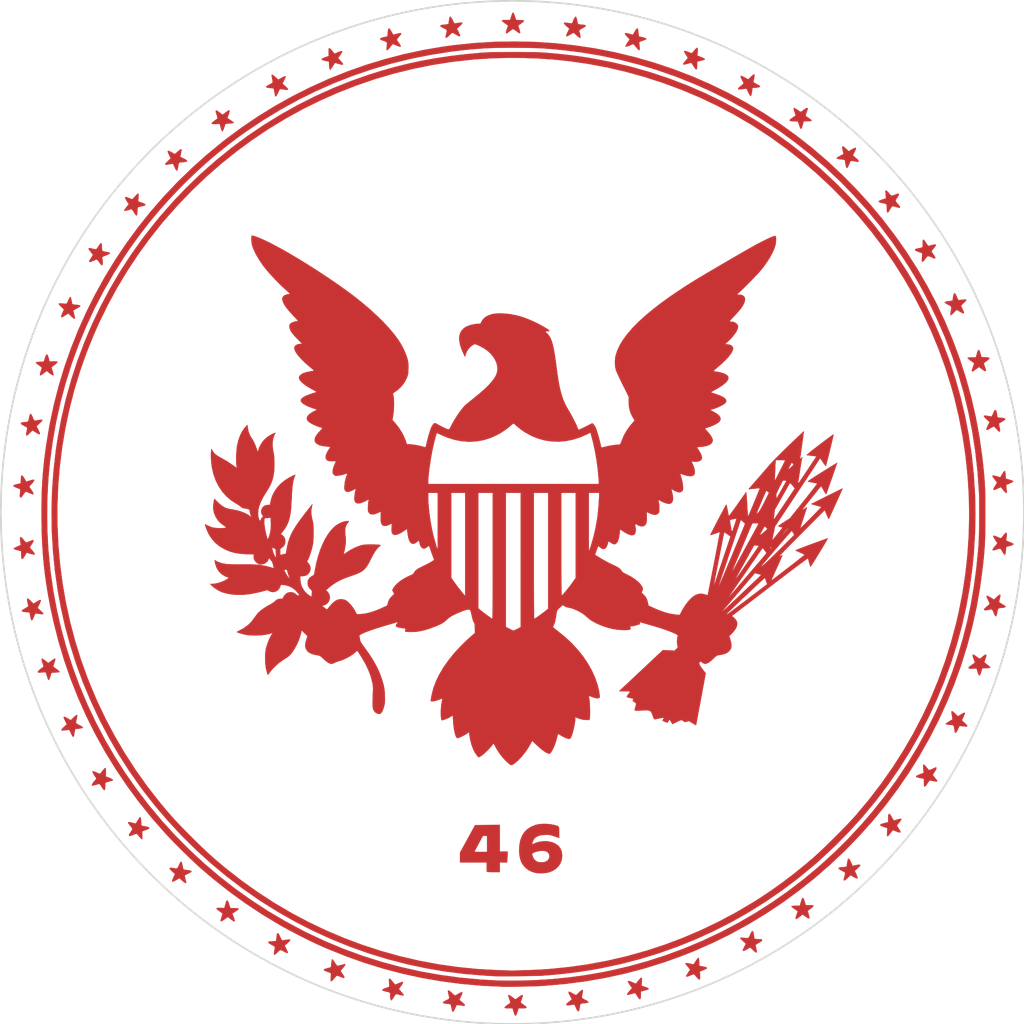
<source format=kicad_pcb>
(kicad_pcb (version 20201115) (generator pcbnew)
  (layers (0 "F.Cu" signal) (31 "B.Cu" signal) (34 "B.Paste" user) (35 "F.Paste" user) (36 "B.SilkS" user "B.Silkscreen") (37 "F.SilkS" user "F.Silkscreen") (38 "B.Mask" user) (39 "F.Mask" user) (44 "Edge.Cuts" user))
  (net 0 "")
  (footprint "art:potus46-mask" (layer "F.Cu") (at 138.938 94.0054)
    (fp_text reference "Ref**" hide)
    (fp_text value "Val**" hide)
  )
  (footprint "art:potus46" (layer "F.Cu") (at 138.938 94.0054)
    (fp_text reference "Ref**" hide)
    (fp_text value "Val**" hide)
    (fp_poly (pts (xy 12.185666 -3.456802) (xy 12.195573 -3.441921) (xy 12.204788 -3.411552) (xy 12.215143 -3.36114) (xy 12.216682 -3.3528) (xy 12.23645 -3.24485) (xy 12.347575 -3.233398) (xy 12.410138 -3.224785) (xy 12.447723 -3.213613) (xy 12.460717 -3.198634) (xy 12.449508 -3.178602) (xy 12.414484 -3.15227) (xy 12.379325 -3.131296) (xy 12.337843 -3.107624) (xy 12.304123 -3.08805) (xy 12.285196 -3.076657) (xy 12.284809 -3.076404) (xy 12.278449 -3.064807) (xy 12.278587 -3.039752) (xy 12.285532 -2.997112) (xy 12.2936 -2.9591) (xy 12.305016 -2.903186) (xy 12.309425 -2.867506) (xy 12.307134 -2.847971) (xy 12.30239 -2.842116) (xy 12.290167 -2.835486) (xy 12.278947 -2.835695) (xy 12.264304 -2.845808) (xy 12.241812 -2.868886) (xy 12.207045 -2.907994) (xy 12.206776 -2.9083) (xy 12.174015 -2.943972) (xy 12.146867 -2.970705) (xy 12.130116 -2.983871) (xy 12.128068 -2.9845) (xy 12.112549 -2.978273) (xy 12.081296 -2.961678) (xy 12.04009 -2.937846) (xy 12.024227 -2.928276) (xy 11.969813 -2.897163) (xy 11.933807 -2.88244) (xy 11.915288 -2.885098) (xy 11.913337 -2.906125) (xy 11.927034 -2.946511) (xy 11.953831 -3.003972) (xy 12.006539 -3.110249) (xy 11.921469 -3.1882) (xy 11.872521 -3.235356) (xy 11.844531 -3.268948) (xy 11.838082 -3.289993) (xy 11.853757 -3.299505) (xy 11.89214 -3.2985) (xy 11.953813 -3.287992) (xy 11.9761 -3.283321) (xy 12.019337 -3.275526) (xy 12.052387 -3.272385) (xy 12.067751 -3.274454) (xy 12.076686 -3.289842) (xy 12.091912 -3.32228) (xy 12.110371 -3.365198) (xy 12.1132 -3.372062) (xy 12.135561 -3.4217) (xy 12.153834 -3.450074) (xy 12.170275 -3.460518) (xy 12.173232 -3.46075) (xy 12.185666 -3.456802)) (layer "F.Cu") (width 0.01) (fill solid))
    (fp_poly (pts (xy -14.730769 -6.738872) (xy -14.720312 -6.706467) (xy -14.710196 -6.662005) (xy -14.708685 -6.653871) (xy -14.699925 -6.606369) (xy -14.692464 -6.568062) (xy -14.687753 -6.546359) (xy -14.687405 -6.545099) (xy -14.673186 -6.537246) (xy -14.638187 -6.529645) (xy -14.587017 -6.523204) (xy -14.567845 -6.521525) (xy -14.504997 -6.514782) (xy -14.466635 -6.505532) (xy -14.452584 -6.492403) (xy -14.46267 -6.474023) (xy -14.496717 -6.449019) (xy -14.554379 -6.416112) (xy -14.598987 -6.391611) (xy -14.633594 -6.371628) (xy -14.653193 -6.359102) (xy -14.6558 -6.356575) (xy -14.653243 -6.342611) (xy -14.64652 -6.310639) (xy -14.637056 -6.267428) (xy -14.63653 -6.265064) (xy -14.625859 -6.217139) (xy -14.616697 -6.175952) (xy -14.61122 -6.1513) (xy -14.610804 -6.125356) (xy -14.624933 -6.119292) (xy -14.652747 -6.132794) (xy -14.693387 -6.165547) (xy -14.720554 -6.191316) (xy -14.80185 -6.271659) (xy -14.89075 -6.21612) (xy -14.932934 -6.19041) (xy -14.966953 -6.170869) (xy -14.987071 -6.160753) (xy -14.989574 -6.16004) (xy -15.003829 -6.169054) (xy -15.003378 -6.197954) (xy -14.988336 -6.246001) (xy -14.969324 -6.290334) (xy -14.925414 -6.385372) (xy -15.005896 -6.465138) (xy -15.040817 -6.501721) (xy -15.066362 -6.532316) (xy -15.078819 -6.552286) (xy -15.07913 -6.556631) (xy -15.063513 -6.561272) (xy -15.027688 -6.562666) (xy -14.976652 -6.560697) (xy -14.959212 -6.559441) (xy -14.846542 -6.550523) (xy -14.799974 -6.653854) (xy -14.777918 -6.699126) (xy -14.758117 -6.733243) (xy -14.743619 -6.751222) (xy -14.739528 -6.752688) (xy -14.730769 -6.738872)) (layer "F.Cu") (width 0.01) (fill solid))
    (fp_poly (pts (xy -5.439513 13.089569) (xy -5.410073 13.118187) (xy -5.367985 13.168228) (xy -5.366634 13.1699) (xy -5.334433 13.209155) (xy -5.308582 13.239548) (xy -5.292906 13.256632) (xy -5.290129 13.2588) (xy -5.277165 13.254137) (xy -5.246405 13.241656) (xy -5.203367 13.223619) (xy -5.18061 13.213926) (xy -5.120613 13.189984) (xy -5.081826 13.179605) (xy -5.063323 13.1839) (xy -5.064174 13.203981) (xy -5.08345 13.240961) (xy -5.116534 13.290681) (xy -5.183301 13.386309) (xy -5.112601 13.466838) (xy -5.070708 13.516342) (xy -5.047555 13.549842) (xy -5.044163 13.568821) (xy -5.061554 13.574759) (xy -5.100749 13.569138) (xy -5.162771 13.553441) (xy -5.170802 13.551226) (xy -5.215701 13.539731) (xy -5.250636 13.532549) (xy -5.268864 13.531037) (xy -5.269674 13.531339) (xy -5.279873 13.543829) (xy -5.299673 13.572533) (xy -5.325378 13.612028) (xy -5.334374 13.626262) (xy -5.361845 13.667457) (xy -5.385761 13.698687) (xy -5.402095 13.714845) (xy -5.405129 13.716) (xy -5.416255 13.704813) (xy -5.42577 13.677065) (xy -5.427449 13.668375) (xy -5.432232 13.626108) (xy -5.435105 13.575108) (xy -5.435461 13.554671) (xy -5.435695 13.525715) (xy -5.438884 13.505245) (xy -5.448969 13.490643) (xy -5.469895 13.479289) (xy -5.505605 13.468564) (xy -5.560041 13.45585) (xy -5.596509 13.447706) (xy -5.641605 13.434576) (xy -5.662809 13.420212) (xy -5.65985 13.403918) (xy -5.632459 13.384997) (xy -5.580366 13.362754) (xy -5.560939 13.355701) (xy -5.457744 13.319253) (xy -5.466489 13.200126) (xy -5.469793 13.137652) (xy -5.467589 13.098761) (xy -5.45809 13.082913) (xy -5.439513 13.089569)) (layer "F.Cu") (width 0.01) (fill solid))
    (fp_poly (pts (xy 11.702282 -5.205425) (xy 11.703966 -5.203968) (xy 11.710093 -5.189676) (xy 11.720951 -5.157112) (xy 11.734504 -5.112482) (xy 11.738805 -5.097624) (xy 11.767474 -4.99745) (xy 11.884487 -4.993799) (xy 11.948082 -4.989994) (xy 11.986913 -4.982264) (xy 12.00151 -4.969005) (xy 11.992403 -4.948614) (xy 11.960122 -4.919487) (xy 11.91895 -4.8895) (xy 11.880207 -4.860946) (xy 11.851247 -4.836545) (xy 11.837185 -4.820696) (xy 11.836595 -4.8187) (xy 11.840371 -4.800814) (xy 11.85054 -4.765889) (xy 11.865062 -4.720846) (xy 11.86815 -4.7117) (xy 11.885524 -4.660051) (xy 11.895279 -4.627462) (xy 11.89798 -4.608949) (xy 11.894191 -4.599526) (xy 11.884479 -4.594211) (xy 11.881606 -4.593098) (xy 11.863016 -4.597243) (xy 11.830863 -4.615354) (xy 11.790442 -4.644379) (xy 11.784738 -4.64889) (xy 11.746675 -4.678411) (xy 11.716062 -4.700481) (xy 11.698328 -4.711234) (xy 11.696576 -4.7117) (xy 11.682747 -4.704377) (xy 11.654516 -4.684922) (xy 11.617282 -4.657113) (xy 11.606119 -4.648453) (xy 11.559354 -4.613163) (xy 11.527536 -4.592909) (xy 11.506711 -4.585763) (xy 11.492922 -4.589797) (xy 11.490403 -4.592031) (xy 11.490974 -4.606492) (xy 11.498644 -4.639089) (xy 11.511947 -4.684045) (xy 11.520036 -4.708713) (xy 11.536287 -4.757127) (xy 11.548897 -4.795337) (xy 11.556044 -4.81779) (xy 11.557 -4.821361) (xy 11.547321 -4.829561) (xy 11.521376 -4.848798) (xy 11.483799 -4.875675) (xy 11.46175 -4.89116) (xy 11.419764 -4.922196) (xy 11.387228 -4.949526) (xy 11.368878 -4.969012) (xy 11.3665 -4.974382) (xy 11.373109 -4.982645) (xy 11.395263 -4.987857) (xy 11.436446 -4.990503) (xy 11.486248 -4.9911) (xy 11.605997 -4.9911) (xy 11.625142 -5.057775) (xy 11.637885 -5.103147) (xy 11.648971 -5.144293) (xy 11.653078 -5.160401) (xy 11.666063 -5.188775) (xy 11.684745 -5.205736) (xy 11.702282 -5.205425)) (layer "F.Cu") (width 0.01) (fill solid))
    (fp_poly (pts (xy -3.674816 -14.89915) (xy -3.654576 -14.870655) (xy -3.630599 -14.829505) (xy -3.619441 -14.808083) (xy -3.568298 -14.706365) (xy -3.514524 -14.714389) (xy -3.464231 -14.722272) (xy -3.412435 -14.730926) (xy -3.406944 -14.731886) (xy -3.363042 -14.736369) (xy -3.340633 -14.730149) (xy -3.339739 -14.712582) (xy -3.360386 -14.683021) (xy -3.402596 -14.640821) (xy -3.410575 -14.633555) (xy -3.494568 -14.557748) (xy -3.443186 -14.455554) (xy -3.415792 -14.397214) (xy -3.403456 -14.359057) (xy -3.407218 -14.340081) (xy -3.42812 -14.339285) (xy -3.467203 -14.35567) (xy -3.5179 -14.383759) (xy -3.562395 -14.408976) (xy -3.599126 -14.428299) (xy -3.622227 -14.438702) (xy -3.626248 -14.439688) (xy -3.640633 -14.4313) (xy -3.66755 -14.408771) (xy -3.702031 -14.376367) (xy -3.71475 -14.3637) (xy -3.761435 -14.319213) (xy -3.794153 -14.294597) (xy -3.814024 -14.289293) (xy -3.82217 -14.302739) (xy -3.822502 -14.309725) (xy -3.819515 -14.333561) (xy -3.811977 -14.372546) (xy -3.803905 -14.40815) (xy -3.791413 -14.462272) (xy -3.787551 -14.498165) (xy -3.795356 -14.522381) (xy -3.81786 -14.541465) (xy -3.858098 -14.561969) (xy -3.87985 -14.57204) (xy -3.93448 -14.600507) (xy -3.966476 -14.624659) (xy -3.975299 -14.643779) (xy -3.960412 -14.657148) (xy -3.946525 -14.660963) (xy -3.919604 -14.665292) (xy -3.876842 -14.67115) (xy -3.82905 -14.67708) (xy -3.74015 -14.68755) (xy -3.722615 -14.798675) (xy -3.711414 -14.859138) (xy -3.700528 -14.895629) (xy -3.689512 -14.909567) (xy -3.687832 -14.9098) (xy -3.674816 -14.89915)) (layer "F.Cu") (width 0.01) (fill solid))
    (fp_poly (pts (xy 8.995474 -9.848617) (xy 9.022224 -9.829832) (xy 9.056644 -9.79375) (xy 9.07415 -9.772078) (xy 9.104683 -9.733216) (xy 9.128359 -9.709027) (xy 9.151403 -9.698299) (xy 9.180039 -9.69982) (xy 9.220493 -9.712379) (xy 9.274559 -9.733047) (xy 9.324166 -9.750227) (xy 9.354743 -9.754796) (xy 9.366968 -9.745205) (xy 9.361519 -9.719902) (xy 9.339074 -9.677337) (xy 9.315501 -9.639381) (xy 9.289389 -9.599375) (xy 9.273277 -9.571451) (xy 9.268187 -9.54973) (xy 9.275144 -9.528333) (xy 9.295171 -9.501382) (xy 9.329291 -9.462998) (xy 9.35029 -9.439559) (xy 9.382753 -9.397898) (xy 9.396582 -9.367684) (xy 9.3913 -9.350551) (xy 9.377144 -9.3472) (xy 9.355118 -9.350685) (xy 9.316891 -9.359849) (xy 9.270491 -9.372755) (xy 9.267651 -9.373598) (xy 9.222682 -9.386615) (xy 9.191998 -9.391502) (xy 9.169655 -9.385341) (xy 9.149711 -9.365211) (xy 9.126224 -9.328193) (xy 9.106737 -9.294547) (xy 9.076946 -9.246168) (xy 9.054907 -9.218705) (xy 9.0382 -9.209803) (xy 9.025731 -9.215703) (xy 9.020899 -9.232315) (xy 9.017668 -9.265897) (xy 9.01686 -9.295342) (xy 9.015365 -9.345107) (xy 9.011715 -9.392438) (xy 9.009183 -9.411812) (xy 9.001646 -9.457373) (xy 8.891991 -9.481662) (xy 8.82824 -9.497728) (xy 8.789712 -9.512801) (xy 8.776313 -9.52796) (xy 8.787952 -9.544284) (xy 8.824536 -9.562849) (xy 8.8832 -9.583834) (xy 8.992168 -9.619321) (xy 8.983543 -9.715036) (xy 8.979205 -9.763863) (xy 8.975744 -9.804092) (xy 8.973832 -9.827872) (xy 8.973734 -9.829314) (xy 8.978581 -9.848861) (xy 8.995474 -9.848617)) (layer "F.Cu") (width 0.01) (fill solid))
    (fp_poly (pts (xy -16.168139 0.242244) (xy -16.139563 0.269169) (xy -16.102427 0.31476) (xy -16.071236 0.353252) (xy -16.04442 0.381795) (xy -16.0264 0.395844) (xy -16.022956 0.396487) (xy -16.004966 0.390052) (xy -15.97041 0.3762) (xy -15.926013 0.357641) (xy -15.9152 0.353028) (xy -15.861102 0.331868) (xy -15.826707 0.32421) (xy -15.81129 0.331308) (xy -15.81413 0.354416) (xy -15.834501 0.394788) (xy -15.863951 0.441915) (xy -15.893316 0.487472) (xy -15.910354 0.51708) (xy -15.916745 0.535978) (xy -15.914165 0.549409) (xy -15.904293 0.562612) (xy -15.903048 0.564033) (xy -15.851997 0.622876) (xy -15.816361 0.666084) (xy -15.794109 0.696482) (xy -15.783208 0.716896) (xy -15.78163 0.730152) (xy -15.782227 0.732124) (xy -15.78627 0.740739) (xy -15.793282 0.74518) (xy -15.807683 0.744855) (xy -15.833892 0.739172) (xy -15.876327 0.727539) (xy -15.928471 0.712526) (xy -16.013692 0.687881) (xy -16.068171 0.781934) (xy -16.102339 0.836283) (xy -16.128621 0.867327) (xy -16.147722 0.875663) (xy -16.16035 0.861889) (xy -16.160899 0.860425) (xy -16.164006 0.840816) (xy -16.167102 0.803172) (xy -16.169611 0.75485) (xy -16.170025 0.743582) (xy -16.17345 0.642615) (xy -16.2814 0.615912) (xy -16.339355 0.599624) (xy -16.375958 0.584911) (xy -16.389326 0.572539) (xy -16.38935 0.572054) (xy -16.378374 0.559749) (xy -16.349036 0.541592) (xy -16.306725 0.520735) (xy -16.287109 0.512232) (xy -16.184867 0.469564) (xy -16.194382 0.384007) (xy -16.200767 0.322765) (xy -16.203505 0.282078) (xy -16.20234 0.257326) (xy -16.197017 0.24389) (xy -16.187281 0.237154) (xy -16.186247 0.236744) (xy -16.168139 0.242244)) (layer "F.Cu") (width 0.01) (fill solid))
    (fp_poly (pts (xy 3.509309 -13.977496) (xy 3.511265 -13.932798) (xy 3.50894 -13.882565) (xy 3.501761 -13.771764) (xy 3.61143 -13.729365) (xy 3.659859 -13.708943) (xy 3.697195 -13.689937) (xy 3.718273 -13.675133) (xy 3.7211 -13.670223) (xy 3.710613 -13.656807) (xy 3.678245 -13.643263) (xy 3.622631 -13.62911) (xy 3.5814 -13.620846) (xy 3.539856 -13.612884) (xy 3.513776 -13.604327) (xy 3.499574 -13.58976) (xy 3.493663 -13.563761) (xy 3.492457 -13.520914) (xy 3.4925 -13.486545) (xy 3.491958 -13.432139) (xy 3.489705 -13.398374) (xy 3.484796 -13.380501) (xy 3.476287 -13.373772) (xy 3.469938 -13.3731) (xy 3.45048 -13.384679) (xy 3.422803 -13.418501) (xy 3.3909 -13.46835) (xy 3.364112 -13.51116) (xy 3.340892 -13.543998) (xy 3.324927 -13.561812) (xy 3.321346 -13.5636) (xy 3.303389 -13.560302) (xy 3.268354 -13.551618) (xy 3.223525 -13.539362) (xy 3.21945 -13.5382) (xy 3.15404 -13.520832) (xy 3.111416 -13.513702) (xy 3.09059 -13.518101) (xy 3.090577 -13.535321) (xy 3.110388 -13.566653) (xy 3.149038 -13.613388) (xy 3.15595 -13.621294) (xy 3.187971 -13.658632) (xy 3.212265 -13.688607) (xy 3.224876 -13.706276) (xy 3.2258 -13.708579) (xy 3.219224 -13.721994) (xy 3.201703 -13.751025) (xy 3.176544 -13.790267) (xy 3.166516 -13.805459) (xy 3.134326 -13.857079) (xy 3.119606 -13.890634) (xy 3.123312 -13.907363) (xy 3.146402 -13.908504) (xy 3.189835 -13.895294) (xy 3.225238 -13.881332) (xy 3.271216 -13.863175) (xy 3.309132 -13.849666) (xy 3.332088 -13.843228) (xy 3.334403 -13.843) (xy 3.349345 -13.852355) (xy 3.374797 -13.877227) (xy 3.406004 -13.912835) (xy 3.415801 -13.924924) (xy 3.455011 -13.971416) (xy 3.482672 -13.996127) (xy 3.500275 -13.998379) (xy 3.509309 -13.977496)) (layer "F.Cu") (width 0.01) (fill solid))
    (fp_poly (pts (xy 9.103568 8.299438) (xy 9.12067 8.321456) (xy 9.144795 8.361213) (xy 9.157174 8.382967) (xy 9.182741 8.427184) (xy 9.203818 8.461501) (xy 9.2173 8.480959) (xy 9.2202 8.483567) (xy 9.234478 8.480086) (xy 9.266789 8.470812) (xy 9.310928 8.457541) (xy 9.324648 8.453328) (xy 9.384036 8.436958) (xy 9.42109 8.432313) (xy 9.436573 8.440541) (xy 9.431243 8.46279) (xy 9.405863 8.500212) (xy 9.378168 8.534169) (xy 9.346591 8.572587) (xy 9.322597 8.603897) (xy 9.310062 8.622957) (xy 9.3091 8.625755) (xy 9.315528 8.64042) (xy 9.332612 8.670564) (xy 9.35705 8.710446) (xy 9.364974 8.722909) (xy 9.396719 8.775626) (xy 9.411346 8.810139) (xy 9.407704 8.827827) (xy 9.384639 8.830067) (xy 9.340999 8.818238) (xy 9.298307 8.8026) (xy 9.251736 8.7848) (xy 9.215226 8.771147) (xy 9.19443 8.763742) (xy 9.191762 8.763) (xy 9.182793 8.772307) (xy 9.162058 8.797207) (xy 9.133289 8.833168) (xy 9.1186 8.8519) (xy 9.083315 8.896516) (xy 9.059771 8.923797) (xy 9.044479 8.936735) (xy 9.03395 8.938325) (xy 9.02519 8.932057) (xy 9.022152 8.916232) (xy 9.021531 8.881472) (xy 9.023352 8.83413) (xy 9.024774 8.813016) (xy 9.033101 8.702718) (xy 8.9298 8.668316) (xy 8.876263 8.649074) (xy 8.843798 8.633483) (xy 8.828726 8.619497) (xy 8.8265 8.610978) (xy 8.831387 8.598567) (xy 8.848782 8.58726) (xy 8.88278 8.575223) (xy 8.937478 8.560622) (xy 8.9408 8.5598) (xy 9.0551 8.531557) (xy 9.0551 8.419125) (xy 9.055851 8.363559) (xy 9.058747 8.328086) (xy 9.064748 8.307427) (xy 9.074818 8.296303) (xy 9.077799 8.294545) (xy 9.090331 8.291641) (xy 9.103568 8.299438)) (layer "F.Cu") (width 0.01) (fill solid))
    (fp_poly (pts (xy -1.22234 -14.168883) (xy -0.63785 -14.130699) (xy -0.056941 -14.068146) (xy 0.519017 -13.981289) (xy 1.088652 -13.870188) (xy 1.1303 -13.861053) (xy 1.701635 -13.721884) (xy 2.264195 -13.559028) (xy 2.817426 -13.372832) (xy 3.360775 -13.163639) (xy 3.893689 -12.931797) (xy 4.415615 -12.677651) (xy 4.925999 -12.401546) (xy 5.424288 -12.103828) (xy 5.909929 -11.784843) (xy 6.38237 -11.444936) (xy 6.841055 -11.084454) (xy 7.285433 -10.70374) (xy 7.71495 -10.303142) (xy 8.129053 -9.883005) (xy 8.527189 -9.443675) (xy 8.883584 -9.017) (xy 9.243017 -8.549214) (xy 9.580651 -8.068575) (xy 9.896259 -7.57564) (xy 10.189615 -7.070965) (xy 10.460493 -6.555107) (xy 10.708664 -6.028623) (xy 10.933903 -5.49207) (xy 11.135982 -4.946004) (xy 11.314674 -4.390982) (xy 11.469754 -3.827561) (xy 11.600993 -3.256297) (xy 11.708165 -2.677748) (xy 11.791044 -2.092469) (xy 11.822717 -1.8034) (xy 11.835318 -1.673677) (xy 11.84598 -1.556938) (xy 11.854859 -1.449446) (xy 11.862111 -1.347459) (xy 11.867895 -1.247237) (xy 11.872367 -1.145041) (xy 11.875683 -1.03713) (xy 11.878001 -0.919764) (xy 11.879478 -0.789203) (xy 11.88027 -0.641708) (xy 11.880535 -0.473537) (xy 11.880536 -0.42545) (xy 11.880205 -0.238651) (xy 11.87916 -0.07328) (xy 11.877204 0.074631) (xy 11.87414 0.209047) (xy 11.869771 0.333937) (xy 11.863899 0.453267) (xy 11.856326 0.571004) (xy 11.846856 0.691116) (xy 11.83529 0.817568) (xy 11.821431 0.954328) (xy 11.805081 1.105364) (xy 11.803724 1.1176) (xy 11.726386 1.699821) (xy 11.624467 2.276352) (xy 11.498293 2.846484) (xy 11.34819 3.40951) (xy 11.174485 3.96472) (xy 10.977503 4.511406) (xy 10.75757 5.04886) (xy 10.515012 5.576374) (xy 10.250155 6.093238) (xy 9.963325 6.598746) (xy 9.654848 7.092187) (xy 9.32505 7.572855) (xy 8.974257 8.04004) (xy 8.602795 8.493035) (xy 8.21099 8.93113) (xy 8.205645 8.936852) (xy 7.788542 9.364926) (xy 7.356435 9.772887) (xy 6.909774 10.160429) (xy 6.449013 10.527246) (xy 5.974602 10.873033) (xy 5.486993 11.197484) (xy 4.986637 11.500293) (xy 4.473986 11.781155) (xy 3.949492 12.039764) (xy 3.413606 12.275815) (xy 3.071563 12.412342) (xy 2.519828 12.610493) (xy 1.961664 12.784177) (xy 1.396854 12.93344) (xy 0.825184 13.058327) (xy 0.246438 13.158884) (xy -0.339597 13.235157) (xy -0.933139 13.287191) (xy -1.0795 13.296235) (xy -1.161423 13.300171) (xy -1.261944 13.303861) (xy -1.376371 13.307227) (xy -1.500014 13.310193) (xy -1.628183 13.312682) (xy -1.756186 13.314615) (xy -1.879334 13.315917) (xy -1.992934 13.316509) (xy -2.092297 13.316315) (xy -2.172732 13.315257) (xy -2.1971 13.314621) (xy -2.792368 13.284769) (xy -3.376514 13.232453) (xy -3.950797 13.157385) (xy -4.516479 13.059279) (xy -5.074818 12.937849) (xy -5.627074 12.792808) (xy -6.174507 12.623868) (xy -6.718376 12.430745) (xy -7.259942 12.21315) (xy -7.503136 12.107214) (xy -7.592558 12.066108) (xy -7.699738 12.014836) (xy -7.820278 11.955652) (xy -7.94978 11.890811) (xy -8.083844 11.822566) (xy -8.218072 11.75317) (xy -8.348067 11.684879) (xy -8.469429 11.619945) (xy -8.577759 11.560623) (xy -8.655833 11.516568) (xy -9.163582 11.210204) (xy -9.657076 10.882986) (xy -10.136773 10.534582) (xy -10.603131 10.164665) (xy -10.9474 9.870281) (xy -11.033983 9.792196) (xy -11.134232 9.698974) (xy -11.244579 9.594134) (xy -11.361454 9.481196) (xy -11.481288 9.36368) (xy -11.600513 9.245106) (xy -11.715559 9.128993) (xy -11.822857 9.018862) (xy -11.918838 8.918232) (xy -11.985247 8.846749) (xy -12.377439 8.399536) (xy -12.748294 7.938824) (xy -13.097577 7.465071) (xy -13.425056 6.978735) (xy -13.730499 6.480276) (xy -14.013673 5.97015) (xy -14.274347 5.448817) (xy -14.512286 4.916735) (xy -14.727259 4.374362) (xy -14.919033 3.822156) (xy -15.087376 3.260577) (xy -15.232055 2.690083) (xy -15.322715 2.267648) (xy -15.385352 1.934437) (xy -15.438148 1.614044) (xy -15.481672 1.300888) (xy -15.516492 0.989388) (xy -15.543178 0.673964) (xy -15.562298 0.349033) (xy -15.574422 0.009016) (xy -15.579132 -0.247659) (xy -15.579634 -0.336315) (xy -15.418673 -0.336315) (xy -15.410052 0.087058) (xy -15.389462 0.501619) (xy -15.379077 0.6477) (xy -15.322018 1.223803) (xy -15.24009 1.796622) (xy -15.133633 2.36517) (xy -15.002991 2.928456) (xy -14.848504 3.485493) (xy -14.670516 4.035291) (xy -14.469366 4.576861) (xy -14.245399 5.109216) (xy -13.998954 5.631366) (xy -13.730374 6.142322) (xy -13.440002 6.641096) (xy -13.150835 7.09295) (xy -12.813841 7.574044) (xy -12.457427 8.039294) (xy -12.082258 8.488116) (xy -11.689002 8.919924) (xy -11.278323 9.334131) (xy -10.850888 9.730154) (xy -10.407362 10.107406) (xy -9.948412 10.465303) (xy -9.474702 10.803258) (xy -8.9869 11.120687) (xy -8.48567 11.417003) (xy -7.971679 11.691622) (xy -7.851794 11.75162) (xy -7.322388 11.999252) (xy -6.78507 12.222761) (xy -6.239819 12.422152) (xy -5.686616 12.597431) (xy -5.125442 12.748601) (xy -4.556278 12.875669) (xy -3.979103 12.978638) (xy -3.393897 13.057515) (xy -2.800643 13.112303) (xy -2.3876 13.136022) (xy -2.312199 13.138447) (xy -2.216164 13.140221) (xy -2.104253 13.141362) (xy -1.981223 13.141889) (xy -1.851833 13.14182) (xy -1.720838 13.141174) (xy -1.592998 13.139969) (xy -1.473069 13.138224) (xy -1.365809 13.135956) (xy -1.275976 13.133184) (xy -1.23825 13.131575) (xy -0.736943 13.099293) (xy -0.250151 13.051282) (xy 0.228121 12.986798) (xy 0.703871 12.905092) (xy 0.914102 12.863461) (xy 1.479465 12.734159) (xy 2.037187 12.580834) (xy 2.586604 12.403885) (xy 3.127054 12.203711) (xy 3.657874 11.980711) (xy 4.178404 11.735284) (xy 4.687979 11.46783) (xy 5.185938 11.178747) (xy 5.671618 10.868435) (xy 6.144358 10.537292) (xy 6.603494 10.185717) (xy 7.048365 9.81411) (xy 7.478309 9.42287) (xy 7.892662 9.012396) (xy 8.290763 8.583087) (xy 8.584125 8.241958) (xy 8.951735 7.780608) (xy 9.297427 7.306484) (xy 9.621096 6.819766) (xy 9.922641 6.320633) (xy 10.201959 5.809265) (xy 10.458947 5.285842) (xy 10.693503 4.750543) (xy 10.905522 4.203549) (xy 10.927732 4.141925) (xy 11.089205 3.662282) (xy 11.231457 3.179154) (xy 11.355027 2.689926) (xy 11.460457 2.191983) (xy 11.548285 1.682709) (xy 11.619052 1.159489) (xy 11.673299 0.61971) (xy 11.684769 0.47625) (xy 11.689692 0.395795) (xy 11.694058 0.293892) (xy 11.697833 0.174485) (xy 11.700986 0.041519) (xy 11.703481 -0.101058) (xy 11.705287 -0.249304) (xy 11.70637 -0.39927) (xy 11.706697 -0.547013) (xy 11.706234 -0.688587) (xy 11.704949 -0.820046) (xy 11.702808 -0.937444) (xy 11.699778 -1.036837) (xy 11.69787 -1.0795) (xy 11.655602 -1.674601) (xy 11.590257 -2.259352) (xy 11.501685 -2.83433) (xy 11.389741 -3.400113) (xy 11.254276 -3.957277) (xy 11.095142 -4.506398) (xy 10.912191 -5.048054) (xy 10.705277 -5.58282) (xy 10.47425 -6.111273) (xy 10.333066 -6.40715) (xy 10.199218 -6.67393) (xy 10.068765 -6.922335) (xy 9.938244 -7.158451) (xy 9.804191 -7.388358) (xy 9.663142 -7.618141) (xy 9.511634 -7.853882) (xy 9.494239 -7.88035) (xy 9.162166 -8.362005) (xy 8.811634 -8.826921) (xy 8.443314 -9.274695) (xy 8.057879 -9.704919) (xy 7.656001 -10.117188) (xy 7.238352 -10.511097) (xy 6.805605 -10.88624) (xy 6.358432 -11.24221) (xy 5.897505 -11.578604) (xy 5.423497 -11.895014) (xy 4.937079 -12.191035) (xy 4.438924 -12.466262) (xy 3.929705 -12.720289) (xy 3.410093 -12.952709) (xy 2.880762 -13.163118) (xy 2.342382 -13.35111) (xy 1.795628 -13.516279) (xy 1.24117 -13.658219) (xy 0.679681 -13.776525) (xy 0.111833 -13.87079) (xy -0.4617 -13.94061) (xy -0.56515 -13.950519) (xy -0.691521 -13.9619) (xy -0.803258 -13.971353) (xy -0.905034 -13.979107) (xy -1.001522 -13.985392) (xy -1.097398 -13.990436) (xy -1.197333 -13.99447) (xy -1.306003 -13.997721) (xy -1.42808 -14.00042) (xy -1.568238 -14.002795) (xy -1.65735 -14.004082) (xy -1.960162 -14.006051) (xy -2.243909 -14.003039) (xy -2.514502 -13.994703) (xy -2.777847 -13.980705) (xy -3.039853 -13.960703) (xy -3.306429 -13.934356) (xy -3.583484 -13.901325) (xy -3.6957 -13.88655) (xy -4.27436 -13.79581) (xy -4.846274 -13.68065) (xy -5.410948 -13.541268) (xy -5.967889 -13.377863) (xy -6.516601 -13.190632) (xy -7.05659 -12.979775) (xy -7.587362 -12.74549) (xy -8.108423 -12.487975) (xy -8.619277 -12.207428) (xy -9.119432 -11.904049) (xy -9.608391 -11.578035) (xy -9.8171 -11.429473) (xy -10.142044 -11.18621) (xy -10.455197 -10.936251) (xy -10.761268 -10.675548) (xy -11.064967 -10.400055) (xy -11.371005 -10.105724) (xy -11.455793 -10.021352) (xy -11.799327 -9.66588) (xy -12.121447 -9.308832) (xy -12.425954 -8.945567) (xy -12.716651 -8.571448) (xy -12.997339 -8.181835) (xy -13.163325 -7.9375) (xy -13.477488 -7.442326) (xy -13.768813 -6.936181) (xy -14.03713 -6.419556) (xy -14.282268 -5.892941) (xy -14.504056 -5.356827) (xy -14.702325 -4.811705) (xy -14.876904 -4.258064) (xy -15.027621 -3.696395) (xy -15.154308 -3.127188) (xy -15.256793 -2.550935) (xy -15.334906 -1.968125) (xy -15.372939 -1.58115) (xy -15.400095 -1.178234) (xy -15.415347 -0.760684) (xy -15.418673 -0.336315) (xy -15.579634 -0.336315) (xy -15.580796 -0.541327) (xy -15.578317 -0.815051) (xy -15.571372 -1.073998) (xy -15.559638 -1.323336) (xy -15.542793 -1.568231) (xy -15.520513 -1.813851) (xy -15.492476 -2.065363) (xy -15.45836 -2.327933) (xy -15.441937 -2.444161) (xy -15.346022 -3.020455) (xy -15.225819 -3.59002) (xy -15.081698 -4.152226) (xy -14.914028 -4.706444) (xy -14.72318 -5.252044) (xy -14.509523 -5.788395) (xy -14.273426 -6.314868) (xy -14.015258 -6.830832) (xy -13.73539 -7.335658) (xy -13.434191 -7.828715) (xy -13.112031 -8.309374) (xy -12.769278 -8.777005) (xy -12.406303 -9.230977) (xy -12.023475 -9.670661) (xy -11.621164 -10.095426) (xy -11.199739 -10.504643) (xy -10.759569 -10.897682) (xy -10.301025 -11.273912) (xy -10.22985 -11.329503) (xy -9.762128 -11.676423) (xy -9.280336 -12.002439) (xy -8.785336 -12.307196) (xy -8.27799 -12.590339) (xy -7.759159 -12.851513) (xy -7.229705 -13.090362) (xy -6.690489 -13.306531) (xy -6.142374 -13.499664) (xy -5.58622 -13.669407) (xy -5.022889 -13.815404) (xy -4.453243 -13.937299) (xy -3.878144 -14.034738) (xy -3.5687 -14.07668) (xy -2.983591 -14.136598) (xy -2.396581 -14.171895) (xy -1.809041 -14.182636) (xy -1.22234 -14.168883)) (layer "F.Cu") (width 0.01) (fill solid))
    (fp_poly (pts (xy 5.121178 11.709128) (xy 5.132914 11.74746) (xy 5.143951 11.810889) (xy 5.145464 11.821406) (xy 5.159768 11.922555) (xy 5.205609 11.930138) (xy 5.24649 11.934711) (xy 5.296713 11.937489) (xy 5.318125 11.93786) (xy 5.35741 11.93918) (xy 5.377451 11.944464) (xy 5.384352 11.956021) (xy 5.3848 11.963071) (xy 5.37689 11.98102) (xy 5.351365 12.003103) (xy 5.305533 12.031505) (xy 5.28955 12.040419) (xy 5.24638 12.065735) (xy 5.213468 12.088128) (xy 5.196004 12.103938) (xy 5.194498 12.107422) (xy 5.197425 12.126925) (xy 5.204825 12.16261) (xy 5.213095 12.19835) (xy 5.226357 12.26247) (xy 5.229029 12.303652) (xy 5.220318 12.322391) (xy 5.199432 12.319183) (xy 5.165576 12.294524) (xy 5.123399 12.254438) (xy 5.088005 12.219908) (xy 5.058858 12.193747) (xy 5.040825 12.180246) (xy 5.038167 12.1793) (xy 5.022824 12.185394) (xy 4.991776 12.201573) (xy 4.950997 12.22468) (xy 4.939435 12.231493) (xy 4.884072 12.262317) (xy 4.847733 12.276695) (xy 4.829365 12.273738) (xy 4.827913 12.252558) (xy 4.842325 12.212264) (xy 4.863625 12.167543) (xy 4.914525 12.066309) (xy 4.832162 11.993549) (xy 4.784674 11.949759) (xy 4.757738 11.919292) (xy 4.751411 11.900466) (xy 4.765749 11.891601) (xy 4.80081 11.891015) (xy 4.835525 11.89437) (xy 4.90008 11.902) (xy 4.944639 11.905242) (xy 4.974527 11.901685) (xy 4.995071 11.888915) (xy 5.011596 11.864522) (xy 5.029428 11.826093) (xy 5.040124 11.80171) (xy 5.068217 11.742186) (xy 5.090187 11.706745) (xy 5.107388 11.695641) (xy 5.121178 11.709128)) (layer "F.Cu") (width 0.01) (fill solid))
    (fp_poly (pts (xy -8.854563 -13.213092) (xy -8.821048 -13.18784) (xy -8.773528 -13.14552) (xy -8.691482 -13.07034) (xy -8.592557 -13.127676) (xy -8.537959 -13.157149) (xy -8.500542 -13.172495) (xy -8.481789 -13.173113) (xy -8.481322 -13.172702) (xy -8.480423 -13.154531) (xy -8.493137 -13.116814) (xy -8.518933 -13.061107) (xy -8.519746 -13.059488) (xy -8.570479 -12.958584) (xy -8.48894 -12.885653) (xy -8.451861 -12.850286) (xy -8.423601 -12.819137) (xy -8.408656 -12.797331) (xy -8.4074 -12.792712) (xy -8.412866 -12.783201) (xy -8.431217 -12.778707) (xy -8.465384 -12.779298) (xy -8.5183 -12.785041) (xy -8.592896 -12.796001) (xy -8.5998 -12.797091) (xy -8.646149 -12.804439) (xy -8.697401 -12.69507) (xy -8.726843 -12.636186) (xy -8.749497 -12.600367) (xy -8.766366 -12.586506) (xy -8.778456 -12.593492) (xy -8.782074 -12.601575) (xy -8.786606 -12.620995) (xy -8.793642 -12.658318) (xy -8.801845 -12.706344) (xy -8.8039 -12.71905) (xy -8.813013 -12.770494) (xy -8.821446 -12.801651) (xy -8.831189 -12.817494) (xy -8.844232 -12.822997) (xy -8.84555 -12.823146) (xy -8.870973 -12.825589) (xy -8.91235 -12.829511) (xy -8.956675 -12.833682) (xy -9.009268 -12.841239) (xy -9.037912 -12.852362) (xy -9.042525 -12.867887) (xy -9.023027 -12.88865) (xy -8.979336 -12.915488) (xy -8.94715 -12.932062) (xy -8.901686 -12.954906) (xy -8.872915 -12.973402) (xy -8.858231 -12.993654) (xy -8.855031 -13.021772) (xy -8.86071 -13.063862) (xy -8.870101 -13.11275) (xy -8.879984 -13.169399) (xy -8.882025 -13.204551) (xy -8.87422 -13.218889) (xy -8.854563 -13.213092)) (layer "F.Cu") (width 0.01) (fill solid))
    (fp_poly (pts (xy -0.022247 -14.888632) (xy -0.008323 -14.847182) (xy 0.002104 -14.801779) (xy 0.012041 -14.753735) (xy 0.019762 -14.715732) (xy 0.023958 -14.694239) (xy 0.024329 -14.692014) (xy 0.036495 -14.686936) (xy 0.067606 -14.681155) (xy 0.111275 -14.675822) (xy 0.117475 -14.675228) (xy 0.166154 -14.670146) (xy 0.206873 -14.664887) (xy 0.231161 -14.660551) (xy 0.231775 -14.660384) (xy 0.252194 -14.647969) (xy 0.248302 -14.62944) (xy 0.220358 -14.605117) (xy 0.168623 -14.575321) (xy 0.15875 -14.570362) (xy 0.110504 -14.544206) (xy 0.077557 -14.521589) (xy 0.063821 -14.50525) (xy 0.06365 -14.503791) (xy 0.066891 -14.481264) (xy 0.075071 -14.443931) (xy 0.08255 -14.4145) (xy 0.097109 -14.350584) (xy 0.100401 -14.309102) (xy 0.092433 -14.289732) (xy 0.085725 -14.288113) (xy 0.069735 -14.296452) (xy 0.040432 -14.318235) (xy 0.002989 -14.349489) (xy -0.01486 -14.365334) (xy -0.099569 -14.441943) (xy -0.198947 -14.384344) (xy -0.252534 -14.355393) (xy -0.290088 -14.33971) (xy -0.309515 -14.338149) (xy -0.310455 -14.338875) (xy -0.311288 -14.356736) (xy -0.2993 -14.393885) (xy -0.275218 -14.448123) (xy -0.272529 -14.453671) (xy -0.222473 -14.556338) (xy -0.301737 -14.626327) (xy -0.338338 -14.660874) (xy -0.365992 -14.691219) (xy -0.380098 -14.712161) (xy -0.381 -14.715907) (xy -0.376344 -14.724946) (xy -0.360258 -14.729433) (xy -0.329567 -14.729301) (xy -0.281094 -14.724478) (xy -0.211663 -14.714894) (xy -0.1905 -14.711723) (xy -0.14605 -14.704987) (xy -0.101775 -14.807747) (xy -0.075203 -14.864792) (xy -0.054129 -14.897348) (xy -0.036997 -14.905324) (xy -0.022247 -14.888632)) (layer "F.Cu") (width 0.01) (fill solid))
    (fp_poly (pts (xy -13.721641 6.955279) (xy -13.713479 6.966457) (xy -13.708759 6.994477) (xy -13.707118 7.042586) (xy -13.707459 7.082328) (xy -13.70965 7.203094) (xy -13.604512 7.243043) (xy -13.546673 7.266944) (xy -13.513557 7.286354) (xy -13.50522 7.302828) (xy -13.521717 7.317927) (xy -13.563102 7.333206) (xy -13.608105 7.345138) (xy -13.656294 7.358252) (xy -13.694641 7.371173) (xy -13.716609 7.381617) (xy -13.718981 7.383855) (xy -13.723463 7.402535) (xy -13.726825 7.439302) (xy -13.728446 7.486845) (xy -13.728506 7.496175) (xy -13.730961 7.553393) (xy -13.7387 7.586759) (xy -13.752695 7.596366) (xy -13.77392 7.582306) (xy -13.803346 7.544672) (xy -13.828515 7.5057) (xy -13.855544 7.464624) (xy -13.879164 7.4336) (xy -13.895325 7.417799) (xy -13.898152 7.4168) (xy -13.917003 7.42011) (xy -13.952756 7.428826) (xy -13.997962 7.44112) (xy -14.00175 7.4422) (xy -14.052005 7.456444) (xy -14.083047 7.464144) (xy -14.100121 7.465603) (xy -14.108474 7.461125) (xy -14.113352 7.451014) (xy -14.114226 7.448724) (xy -14.109757 7.429327) (xy -14.089263 7.39573) (xy -14.054927 7.351446) (xy -14.050691 7.346418) (xy -13.979912 7.262988) (xy -14.038456 7.174946) (xy -14.073951 7.118024) (xy -14.092736 7.078778) (xy -14.09519 7.056087) (xy -14.081692 7.048836) (xy -14.081125 7.048843) (xy -14.062359 7.053741) (xy -14.027428 7.066357) (xy -13.983388 7.084116) (xy -13.976717 7.086943) (xy -13.933232 7.105052) (xy -13.899184 7.118418) (xy -13.880956 7.124554) (xy -13.879887 7.1247) (xy -13.868985 7.115264) (xy -13.846968 7.090065) (xy -13.81782 7.053765) (xy -13.804803 7.036848) (xy -13.770899 6.995305) (xy -13.742946 6.966895) (xy -13.724531 6.955136) (xy -13.721641 6.955279)) (layer "F.Cu") (width 0.01) (fill solid))
    (fp_poly (pts (xy -1.750874 -13.87478) (xy -1.601717 -13.874108) (xy -1.458049 -13.872833) (xy -1.323297 -13.870954) (xy -1.200887 -13.868472) (xy -1.094247 -13.865386) (xy -1.006803 -13.861697) (xy -0.9525 -13.858275) (xy -0.679819 -13.835347) (xy -0.426407 -13.810511) (xy -0.18616 -13.783031) (xy 0.047025 -13.752172) (xy 0.279252 -13.717197) (xy 0.4445 -13.689874) (xy 1.014642 -13.579614) (xy 1.576968 -13.445339) (xy 2.130932 -13.287369) (xy 2.675989 -13.106023) (xy 3.211593 -12.901624) (xy 3.7372 -12.674492) (xy 4.252263 -12.424947) (xy 4.756238 -12.153311) (xy 5.248579 -11.859905) (xy 5.72874 -11.545048) (xy 6.196177 -11.209062) (xy 6.650345 -10.852268) (xy 7.090697 -10.474987) (xy 7.516689 -10.077538) (xy 7.927775 -9.660244) (xy 8.32341 -9.223424) (xy 8.604113 -8.89) (xy 8.957556 -8.436981) (xy 9.289791 -7.97041) (xy 9.600599 -7.491039) (xy 9.889763 -6.999623) (xy 10.157064 -6.496913) (xy 10.402283 -5.983663) (xy 10.625202 -5.460624) (xy 10.825603 -4.92855) (xy 11.003266 -4.388193) (xy 11.157974 -3.840307) (xy 11.289507 -3.285642) (xy 11.397648 -2.724954) (xy 11.482178 -2.158993) (xy 11.542878 -1.588513) (xy 11.57953 -1.014267) (xy 11.591915 -0.437006) (xy 11.579816 0.142515) (xy 11.543013 0.723545) (xy 11.505376 1.1049) (xy 11.427916 1.679498) (xy 11.325986 2.248028) (xy 11.199934 2.809838) (xy 11.050106 3.364277) (xy 10.876848 3.910694) (xy 10.680508 4.448439) (xy 10.46143 4.976859) (xy 10.219962 5.495305) (xy 9.956451 6.003124) (xy 9.671242 6.499667) (xy 9.364682 6.984282) (xy 9.037117 7.456318) (xy 8.688895 7.915124) (xy 8.320361 8.36005) (xy 7.931863 8.790443) (xy 7.523745 9.205653) (xy 7.096356 9.605029) (xy 6.881378 9.793567) (xy 6.429631 10.16503) (xy 5.964543 10.515013) (xy 5.486646 10.843266) (xy 4.996473 11.14954) (xy 4.494558 11.433585) (xy 3.981435 11.69515) (xy 3.457635 11.933987) (xy 2.923693 12.149844) (xy 2.380142 12.342473) (xy 1.827514 12.511624) (xy 1.266344 12.657045) (xy 0.697164 12.778489) (xy 0.396194 12.832417) (xy 0.056816 12.884828) (xy -0.287883 12.928998) (xy -0.644604 12.965708) (xy -0.9779 12.992758) (xy -1.026286 12.995387) (xy -1.095847 12.997978) (xy -1.1832 13.00049) (xy -1.284963 13.002881) (xy -1.397752 13.005111) (xy -1.518183 13.007139) (xy -1.642873 13.008922) (xy -1.76844 13.010419) (xy -1.891499 13.01159) (xy -2.008667 13.012393) (xy -2.116561 13.012786) (xy -2.211798 13.012729) (xy -2.290995 13.01218) (xy -2.350767 13.011098) (xy -2.38125 13.009886) (xy -2.419415 13.007624) (xy -2.476954 13.004224) (xy -2.547885 13.000038) (xy -2.626227 12.995419) (xy -2.68605 12.991895) (xy -3.260385 12.945402) (xy -3.831351 12.873918) (xy -4.398102 12.777728) (xy -4.959792 12.657113) (xy -5.515576 12.512359) (xy -6.064606 12.343748) (xy -6.606038 12.151565) (xy -7.139025 11.936093) (xy -7.662721 11.697616) (xy -8.17628 11.436416) (xy -8.678856 11.152779) (xy -9.169603 10.846988) (xy -9.2583 10.788494) (xy -9.735059 10.456315) (xy -10.197826 10.103604) (xy -10.645537 9.731379) (xy -11.077128 9.340657) (xy -11.491533 8.932456) (xy -11.887689 8.507796) (xy -12.264531 8.067692) (xy -12.620994 7.613163) (xy -12.721996 7.476617) (xy -13.033323 7.031472) (xy -13.324072 6.577047) (xy -13.596581 6.109471) (xy -13.853187 5.624876) (xy -13.912746 5.50545) (xy -14.157242 4.982437) (xy -14.37694 4.45534) (xy -14.572303 3.922714) (xy -14.743797 3.383114) (xy -14.891885 2.835097) (xy -15.017032 2.277216) (xy -15.106291 1.7907) (xy -15.188761 1.21407) (xy -15.246433 0.63347) (xy -15.279307 0.050324) (xy -15.287383 -0.533946) (xy -15.283272 -0.677545) (xy -15.119565 -0.677545) (xy -15.117842 -0.110247) (xy -15.092267 0.456577) (xy -15.042828 1.021973) (xy -14.969512 1.584989) (xy -14.872307 2.144672) (xy -14.751202 2.700069) (xy -14.606183 3.250227) (xy -14.43724 3.794193) (xy -14.24436 4.331014) (xy -14.192375 4.46405) (xy -13.966871 4.997606) (xy -13.718697 5.520021) (xy -13.44829 6.030559) (xy -13.156083 6.528487) (xy -12.842513 7.013073) (xy -12.508016 7.483583) (xy -12.153026 7.939283) (xy -12.06559 8.04545) (xy -11.96905 8.160534) (xy -11.878744 8.266072) (xy -11.791366 8.365649) (xy -11.703609 8.462846) (xy -11.612167 8.56125) (xy -11.513732 8.664443) (xy -11.404997 8.77601) (xy -11.282655 8.899533) (xy -11.215356 8.966892) (xy -11.057011 9.123596) (xy -10.910969 9.264938) (xy -10.772962 9.394807) (xy -10.63872 9.517089) (xy -10.503973 9.635672) (xy -10.364452 9.754442) (xy -10.215887 9.877286) (xy -10.211201 9.881111) (xy -9.756243 10.236125) (xy -9.287946 10.569709) (xy -8.807006 10.881602) (xy -8.314118 11.171547) (xy -7.809978 11.439283) (xy -7.295279 11.684553) (xy -6.770717 11.907095) (xy -6.236986 12.106652) (xy -5.694783 12.282964) (xy -5.144802 12.435771) (xy -4.587738 12.564816) (xy -4.024285 12.669838) (xy -3.45514 12.750578) (xy -2.880997 12.806778) (xy -2.302551 12.838178) (xy -2.27965 12.838904) (xy -2.191081 12.841649) (xy -2.108257 12.844235) (xy -2.035463 12.846526) (xy -1.976979 12.848388) (xy -1.937087 12.849685) (xy -1.92405 12.850129) (xy -1.89878 12.850188) (xy -1.851736 12.849481) (xy -1.786528 12.848095) (xy -1.706768 12.846114) (xy -1.616068 12.843627) (xy -1.518038 12.840718) (xy -1.481641 12.839584) (xy -1.367982 12.835575) (xy -1.247903 12.830595) (xy -1.127811 12.824962) (xy -1.014112 12.818994) (xy -0.913213 12.813006) (xy -0.833941 12.807505) (xy -0.251787 12.75015) (xy 0.323685 12.66831) (xy 0.892195 12.562077) (xy 1.45346 12.431546) (xy 2.007199 12.276813) (xy 2.55313 12.09797) (xy 3.09097 11.895113) (xy 3.620439 11.668335) (xy 4.141254 11.417732) (xy 4.653134 11.143396) (xy 5.155797 10.845424) (xy 5.30225 10.753041) (xy 5.637329 10.530197) (xy 5.977303 10.287538) (xy 6.317333 10.028711) (xy 6.65258 9.757362) (xy 6.872594 9.569945) (xy 6.95519 9.496275) (xy 7.051867 9.406951) (xy 7.159591 9.305002) (xy 7.275327 9.193452) (xy 7.396042 9.075329) (xy 7.518701 8.953659) (xy 7.64027 8.831467) (xy 7.757714 8.711781) (xy 7.867999 8.597627) (xy 7.968091 8.49203) (xy 8.054955 8.398018) (xy 8.114618 8.3312) (xy 8.494067 7.878335) (xy 8.850922 7.413995) (xy 9.185108 6.938323) (xy 9.496551 6.451467) (xy 9.785178 5.953571) (xy 10.050914 5.44478) (xy 10.293685 4.925242) (xy 10.513419 4.3951) (xy 10.710041 3.8545) (xy 10.883476 3.303589) (xy 11.033653 2.742512) (xy 11.104379 2.4384) (xy 11.215394 1.876335) (xy 11.301809 1.309276) (xy 11.363662 0.7384) (xy 11.400991 0.164885) (xy 11.413835 -0.410091) (xy 11.402232 -0.985351) (xy 11.36622 -1.559716) (xy 11.305838 -2.132009) (xy 11.221124 -2.701052) (xy 11.112115 -3.265666) (xy 10.978852 -3.824675) (xy 10.890262 -4.14655) (xy 10.719469 -4.692001) (xy 10.52525 -5.228294) (xy 10.308122 -5.754756) (xy 10.068601 -6.27071) (xy 9.807204 -6.775483) (xy 9.524448 -7.2684) (xy 9.220848 -7.748784) (xy 8.896921 -8.215962) (xy 8.553184 -8.669258) (xy 8.190153 -9.107998) (xy 7.808345 -9.531507) (xy 7.408275 -9.939109) (xy 6.990461 -10.33013) (xy 6.555418 -10.703894) (xy 6.103664 -11.059727) (xy 5.635715 -11.396954) (xy 5.152086 -11.714901) (xy 5.051433 -11.777403) (xy 4.565416 -12.061437) (xy 4.065905 -12.324382) (xy 3.554166 -12.565819) (xy 3.031464 -12.785332) (xy 2.499065 -12.982502) (xy 1.958235 -13.156912) (xy 1.410238 -13.308145) (xy 0.856341 -13.435781) (xy 0.297809 -13.539405) (xy -0.264092 -13.618598) (xy -0.6477 -13.658302) (xy -1.089658 -13.689597) (xy -1.541255 -13.706684) (xy -1.995536 -13.709563) (xy -2.445544 -13.698235) (xy -2.884325 -13.672702) (xy -3.0607 -13.658006) (xy -3.63878 -13.592787) (xy -4.210201 -13.503205) (xy -4.774409 -13.389555) (xy -5.330847 -13.252127) (xy -5.878961 -13.091217) (xy -6.418197 -12.907116) (xy -6.947999 -12.700119) (xy -7.467811 -12.470517) (xy -7.97708 -12.218605) (xy -8.475251 -11.944675) (xy -8.961767 -11.64902) (xy -9.436074 -11.331934) (xy -9.897618 -10.993709) (xy -10.345843 -10.634639) (xy -10.780194 -10.255017) (xy -11.200117 -9.855135) (xy -11.605055 -9.435288) (xy -11.994455 -8.995768) (xy -12.079045 -8.895187) (xy -12.43274 -8.450903) (xy -12.767696 -7.989928) (xy -13.083142 -7.513522) (xy -13.378308 -7.022947) (xy -13.652423 -6.519463) (xy -13.904717 -6.004332) (xy -14.063721 -5.647327) (xy -14.276122 -5.118645) (xy -14.464781 -4.58186) (xy -14.629684 -4.037925) (xy -14.77082 -3.487794) (xy -14.888177 -2.932419) (xy -14.981741 -2.372754) (xy -15.051503 -1.809751) (xy -15.097448 -1.244364) (xy -15.119565 -0.677545) (xy -15.283272 -0.677545) (xy -15.270661 -1.117915) (xy -15.229142 -1.70016) (xy -15.162825 -2.279257) (xy -15.106257 -2.6543) (xy -14.998857 -3.226523) (xy -14.867208 -3.791519) (xy -14.711574 -4.348719) (xy -14.532217 -4.897549) (xy -14.329404 -5.437439) (xy -14.103396 -5.967817) (xy -13.854458 -6.488111) (xy -13.582853 -6.997749) (xy -13.288846 -7.49616) (xy -12.9727 -7.982773) (xy -12.63468 -8.457014) (xy -12.275048 -8.918314) (xy -12.140847 -9.0805) (xy -11.757088 -9.517821) (xy -11.356111 -9.937291) (xy -10.938685 -10.338387) (xy -10.505582 -10.720586) (xy -10.05757 -11.083365) (xy -9.595419 -11.4262) (xy -9.1199 -11.748567) (xy -8.631781 -12.049944) (xy -8.131832 -12.329806) (xy -7.620824 -12.587632) (xy -7.099525 -12.822896) (xy -6.568706 -13.035076) (xy -6.06425 -13.212188) (xy -5.671257 -13.335143) (xy -5.283379 -13.444178) (xy -4.89659 -13.540072) (xy -4.506866 -13.623606) (xy -4.110182 -13.695561) (xy -3.70251 -13.756716) (xy -3.279826 -13.807852) (xy -2.838105 -13.849748) (xy -2.7305 -13.858385) (xy -2.660801 -13.862552) (xy -2.569175 -13.866114) (xy -2.459049 -13.869071) (xy -2.333852 -13.871422) (xy -2.197008 -13.873168) (xy -2.051946 -13.87431) (xy -1.902093 -13.874847) (xy -1.750874 -13.87478)) (layer "F.Cu") (width 0.01) (fill solid))
    (fp_poly (pts (xy -10.47723 -12.172112) (xy -10.448452 -12.152977) (xy -10.410399 -12.125539) (xy -10.396846 -12.115376) (xy -10.312404 -12.051452) (xy -10.220625 -12.120894) (xy -10.167864 -12.15864) (xy -10.132236 -12.177976) (xy -10.112592 -12.178124) (xy -10.107781 -12.158306) (xy -10.116655 -12.117744) (xy -10.135284 -12.063146) (xy -10.152246 -12.01665) (xy -10.165196 -11.980211) (xy -10.172092 -11.959616) (xy -10.1727 -11.957156) (xy -10.162729 -11.948838) (xy -10.136047 -11.93039) (xy -10.097503 -11.905112) (xy -10.077187 -11.892139) (xy -10.035256 -11.863871) (xy -10.003765 -11.839359) (xy -9.987347 -11.822367) (xy -9.986123 -11.818142) (xy -10.00009 -11.811479) (xy -10.034092 -11.805174) (xy -10.082769 -11.800084) (xy -10.110202 -11.7983) (xy -10.229831 -11.79195) (xy -10.265521 -11.680825) (xy -10.284384 -11.627584) (xy -10.301465 -11.589611) (xy -10.314855 -11.570939) (xy -10.318049 -11.5697) (xy -10.329879 -11.581663) (xy -10.34492 -11.615432) (xy -10.361808 -11.667831) (xy -10.364919 -11.678921) (xy -10.39495 -11.788142) (xy -10.508985 -11.783696) (xy -10.566792 -11.782741) (xy -10.605547 -11.786023) (xy -10.624829 -11.794905) (xy -10.624219 -11.810751) (xy -10.603294 -11.834925) (xy -10.561636 -11.868788) (xy -10.498824 -11.913705) (xy -10.460879 -11.939699) (xy -10.458999 -11.954971) (xy -10.46526 -11.988857) (xy -10.478636 -12.036282) (xy -10.483256 -12.050515) (xy -10.501456 -12.110652) (xy -10.508774 -12.150463) (xy -10.50537 -12.172496) (xy -10.491404 -12.1793) (xy -10.491345 -12.1793) (xy -10.47723 -12.172112)) (layer "F.Cu") (width 0.01) (fill solid))
    (fp_poly (pts (xy -15.879983 -3.335875) (xy -15.858435 -3.29725) (xy -15.838627 -3.251618) (xy -15.818515 -3.203012) (xy -15.802042 -3.172248) (xy -15.783265 -3.156447) (xy -15.756241 -3.152735) (xy -15.715028 -3.158235) (xy -15.66545 -3.167801) (xy -15.607729 -3.177387) (xy -15.571828 -3.178511) (xy -15.557414 -3.169778) (xy -15.564152 -3.149796) (xy -15.591709 -3.11717) (xy -15.639751 -3.070507) (xy -15.641696 -3.068697) (xy -15.725892 -2.990483) (xy -15.673032 -2.88535) (xy -15.643787 -2.824034) (xy -15.6291 -2.78323) (xy -15.630069 -2.761908) (xy -15.647792 -2.759041) (xy -15.683367 -2.773599) (xy -15.737893 -2.804553) (xy -15.750859 -2.812432) (xy -15.84325 -2.868963) (xy -15.919792 -2.793382) (xy -15.965641 -2.750284) (xy -15.997371 -2.726149) (xy -16.016817 -2.720172) (xy -16.025812 -2.731549) (xy -16.026954 -2.746375) (xy -16.024106 -2.773512) (xy -16.017135 -2.815624) (xy -16.008892 -2.857136) (xy -16.00079 -2.900527) (xy -15.996768 -2.933907) (xy -15.997583 -2.949528) (xy -16.011253 -2.959757) (xy -16.04172 -2.977581) (xy -16.082933 -2.999502) (xy -16.091845 -3.004026) (xy -16.142084 -3.031736) (xy -16.170573 -3.053767) (xy -16.179795 -3.072052) (xy -16.1798 -3.072477) (xy -16.176466 -3.085357) (xy -16.163046 -3.093947) (xy -16.134421 -3.100051) (xy -16.086331 -3.105392) (xy -16.038212 -3.111083) (xy -15.998936 -3.117877) (xy -15.976394 -3.124384) (xy -15.975454 -3.124909) (xy -15.965281 -3.141703) (xy -15.953435 -3.176987) (xy -15.942016 -3.224136) (xy -15.938749 -3.24089) (xy -15.92554 -3.302341) (xy -15.912219 -3.338561) (xy -15.897472 -3.349692) (xy -15.879983 -3.335875)) (layer "F.Cu") (width 0.01) (fill solid))
    (fp_poly (pts (xy 6.709049 -12.243823) (xy 6.714912 -12.23877) (xy 6.715134 -12.227821) (xy 6.709004 -12.206186) (xy 6.695808 -12.169075) (xy 6.680201 -12.12644) (xy 6.664308 -12.079002) (xy 6.654263 -12.04108) (xy 6.651492 -12.018491) (xy 6.652877 -12.014949) (xy 6.667996 -12.005011) (xy 6.698437 -11.985015) (xy 6.738289 -11.958845) (xy 6.748587 -11.952083) (xy 6.787632 -11.924458) (xy 6.815941 -11.900588) (xy 6.828707 -11.884656) (xy 6.828858 -11.882233) (xy 6.814167 -11.874837) (xy 6.777887 -11.868924) (xy 6.723815 -11.865057) (xy 6.70943 -11.864521) (xy 6.594665 -11.860892) (xy 6.565777 -11.753396) (xy 6.548025 -11.694876) (xy 6.532349 -11.658551) (xy 6.519389 -11.645902) (xy 6.519246 -11.6459) (xy 6.499378 -11.655619) (xy 6.495702 -11.661775) (xy 6.488961 -11.681054) (xy 6.476723 -11.716993) (xy 6.461518 -11.762155) (xy 6.460046 -11.76655) (xy 6.43029 -11.85545) (xy 6.310901 -11.8618) (xy 6.245375 -11.866908) (xy 6.204626 -11.875022) (xy 6.188069 -11.887793) (xy 6.195115 -11.906873) (xy 6.22518 -11.93391) (xy 6.273292 -11.967651) (xy 6.314002 -11.995757) (xy 6.345023 -12.019144) (xy 6.361402 -12.034001) (xy 6.362761 -12.036527) (xy 6.358716 -12.052193) (xy 6.347952 -12.085153) (xy 6.332613 -12.128896) (xy 6.329085 -12.13864) (xy 6.310276 -12.195856) (xy 6.304205 -12.23191) (xy 6.312089 -12.247595) (xy 6.335147 -12.243704) (xy 6.374596 -12.221028) (xy 6.413635 -12.193659) (xy 6.457485 -12.163828) (xy 6.493027 -12.143763) (xy 6.515346 -12.136119) (xy 6.518977 -12.136777) (xy 6.536193 -12.148572) (xy 6.566981 -12.171081) (xy 6.604794 -12.199514) (xy 6.606185 -12.200574) (xy 6.650486 -12.231021) (xy 6.683357 -12.246756) (xy 6.69826 -12.247773) (xy 6.709049 -12.243823)) (layer "F.Cu") (width 0.01) (fill solid))
    (fp_poly (pts (xy -15.54483 3.779343) (xy -15.51609 3.799097) (xy -15.47883 3.827297) (xy -15.4686 3.8354) (xy -15.430579 3.865044) (xy -15.40029 3.88727) (xy -15.382998 3.898255) (xy -15.381257 3.898798) (xy -15.368342 3.891458) (xy -15.340522 3.871919) (xy -15.302801 3.843757) (xy -15.28445 3.829627) (xy -15.236452 3.794709) (xy -15.202415 3.775098) (xy -15.184354 3.771931) (xy -15.183427 3.772637) (xy -15.180907 3.791425) (xy -15.188309 3.830932) (xy -15.205167 3.888698) (xy -15.205652 3.890189) (xy -15.221082 3.938339) (xy -15.232921 3.97675) (xy -15.23935 3.999458) (xy -15.24 4.002845) (xy -15.230251 4.01273) (xy -15.204115 4.033244) (xy -15.166263 4.060807) (xy -15.144096 4.076326) (xy -15.102581 4.106857) (xy -15.071246 4.133431) (xy -15.054527 4.152102) (xy -15.053049 4.157287) (xy -15.068279 4.165355) (xy -15.106468 4.171481) (xy -15.165223 4.175301) (xy -15.173727 4.175593) (xy -15.289549 4.179236) (xy -15.322333 4.286718) (xy -15.34142 4.344567) (xy -15.356825 4.37944) (xy -15.369805 4.393276) (xy -15.381618 4.388013) (xy -15.384941 4.383295) (xy -15.39164 4.36685) (xy -15.40363 4.332518) (xy -15.418709 4.28668) (xy -15.424288 4.269169) (xy -15.456896 4.165947) (xy -15.570698 4.174025) (xy -15.624647 4.177539) (xy -15.658141 4.178222) (xy -15.67604 4.175297) (xy -15.683206 4.167984) (xy -15.6845 4.155814) (xy -15.673334 4.131704) (xy -15.639555 4.098287) (xy -15.60195 4.068913) (xy -15.563487 4.039293) (xy -15.53458 4.014407) (xy -15.520167 3.998591) (xy -15.5194 3.996412) (xy -15.52346 3.979403) (xy -15.534175 3.945477) (xy -15.549352 3.90152) (xy -15.551668 3.895069) (xy -15.570715 3.834882) (xy -15.576769 3.795301) (xy -15.569905 3.775151) (xy -15.559518 3.7719) (xy -15.54483 3.779343)) (layer "F.Cu") (width 0.01) (fill solid))
    (fp_poly (pts (xy 1.885797 13.072299) (xy 1.888363 13.110753) (xy 1.885233 13.172742) (xy 1.885175 13.17353) (xy 1.876519 13.291461) (xy 1.974738 13.322264) (xy 2.035599 13.34435) (xy 2.072292 13.36475) (xy 2.08439 13.383175) (xy 2.079384 13.393448) (xy 2.064891 13.399433) (xy 2.031856 13.409764) (xy 1.986365 13.422585) (xy 1.96669 13.427826) (xy 1.86055 13.45565) (xy 1.856897 13.565599) (xy 1.853081 13.629143) (xy 1.845677 13.667817) (xy 1.833164 13.682065) (xy 1.814019 13.672332) (xy 1.786722 13.639064) (xy 1.757312 13.594729) (xy 1.729726 13.552511) (xy 1.706881 13.519999) (xy 1.692291 13.502091) (xy 1.689406 13.5001) (xy 1.674348 13.503424) (xy 1.641109 13.512285) (xy 1.595866 13.525015) (xy 1.577817 13.530227) (xy 1.516715 13.546297) (xy 1.477653 13.55163) (xy 1.460012 13.544995) (xy 1.463173 13.525161) (xy 1.486516 13.490895) (xy 1.529425 13.440967) (xy 1.53171 13.438438) (xy 1.602921 13.359747) (xy 1.536573 13.263771) (xy 1.501487 13.210241) (xy 1.483723 13.174502) (xy 1.48428 13.155425) (xy 1.504157 13.151878) (xy 1.544352 13.162733) (xy 1.604906 13.18646) (xy 1.713003 13.23171) (xy 1.784149 13.143655) (xy 1.826712 13.093058) (xy 1.856693 13.063961) (xy 1.875814 13.056871) (xy 1.885797 13.072299)) (layer "F.Cu") (width 0.01) (fill solid))
    (fp_poly (pts (xy 11.535642 3.655607) (xy 11.570356 3.67523) (xy 11.621604 3.713004) (xy 11.666733 3.747008) (xy 11.697036 3.766566) (xy 11.716883 3.773865) (xy 11.730644 3.771091) (xy 11.733643 3.769081) (xy 11.753723 3.753189) (xy 11.785856 3.727045) (xy 11.81821 3.700347) (xy 11.859919 3.668985) (xy 11.887711 3.65619) (xy 11.900321 3.65786) (xy 11.908229 3.667323) (xy 11.908784 3.685164) (xy 11.90131 3.716617) (xy 11.886908 3.76164) (xy 11.871475 3.807919) (xy 11.859149 3.845463) (xy 11.852247 3.867211) (xy 11.851777 3.868837) (xy 11.859594 3.882243) (xy 11.883864 3.905835) (xy 11.920086 3.93544) (xy 11.938169 3.948945) (xy 11.978011 3.979917) (xy 12.007656 4.006805) (xy 12.022664 4.025404) (xy 12.023511 4.029808) (xy 12.007826 4.038489) (xy 11.96812 4.044799) (xy 11.905683 4.048534) (xy 11.904664 4.048566) (xy 11.790833 4.052183) (xy 11.759567 4.156357) (xy 11.739552 4.21681) (xy 11.722352 4.252311) (xy 11.706536 4.26295) (xy 11.690678 4.248818) (xy 11.673346 4.210005) (xy 11.657931 4.162804) (xy 11.626137 4.05765) (xy 11.515319 4.061734) (xy 11.460796 4.063072) (xy 11.426463 4.061697) (xy 11.407184 4.056855) (xy 11.397824 4.047794) (xy 11.396238 4.044287) (xy 11.397533 4.020715) (xy 11.405812 4.012457) (xy 11.424302 4.000253) (xy 11.456669 3.977531) (xy 11.496378 3.948889) (xy 11.502152 3.944668) (xy 11.580655 3.887178) (xy 11.541409 3.778217) (xy 11.520519 3.715573) (xy 11.511847 3.674865) (xy 11.516513 3.655181) (xy 11.535642 3.655607)) (layer "F.Cu") (width 0.01) (fill solid))
    (fp_poly (pts (xy -11.503173 9.699284) (xy -11.490072 9.741344) (xy -11.480839 9.785516) (xy -11.470788 9.834741) (xy -11.461146 9.874865) (xy -11.453654 9.898824) (xy -11.452297 9.901496) (xy -11.435945 9.909379) (xy -11.401017 9.917285) (xy -11.354292 9.923776) (xy -11.341666 9.924999) (xy -11.283829 9.93233) (xy -11.243357 9.942136) (xy -11.225485 9.952034) (xy -11.217454 9.961853) (xy -11.215434 9.969551) (xy -11.222998 9.978084) (xy -11.243719 9.990407) (xy -11.28117 10.009476) (xy -11.3157 10.02665) (xy -11.359652 10.048699) (xy -11.393862 10.06617) (xy -11.412777 10.076217) (xy -11.414749 10.077445) (xy -11.413783 10.090191) (xy -11.408323 10.120546) (xy -11.399886 10.16144) (xy -11.389992 10.205804) (xy -11.380157 10.246569) (xy -11.372115 10.275971) (xy -11.371174 10.297526) (xy -11.385961 10.301403) (xy -11.414645 10.288279) (xy -11.455396 10.258829) (xy -11.48351 10.234829) (xy -11.567302 10.159929) (xy -11.657012 10.210764) (xy -11.71515 10.242139) (xy -11.753749 10.25794) (xy -11.774231 10.256939) (xy -11.778021 10.237903) (xy -11.766542 10.199603) (xy -11.741218 10.140806) (xy -11.740286 10.138771) (xy -11.694704 10.03935) (xy -11.777973 9.96315) (xy -11.823846 9.918507) (xy -11.8485 9.887075) (xy -11.851702 9.867749) (xy -11.83322 9.859428) (xy -11.792818 9.861009) (xy -11.757448 9.866341) (xy -11.699173 9.876175) (xy -11.660051 9.87938) (xy -11.6341 9.872998) (xy -11.615339 9.854074) (xy -11.597789 9.81965) (xy -11.580572 9.778895) (xy -11.554691 9.721999) (xy -11.534092 9.689704) (xy -11.517383 9.682101) (xy -11.503173 9.699284)) (layer "F.Cu") (width 0.01) (fill solid))
    (fp_poly (pts (xy 12.499519 0.125074) (xy 12.502731 0.162161) (xy 12.499391 0.222258) (xy 12.490857 0.301007) (xy 12.489358 0.320527) (xy 12.493474 0.334574) (xy 12.507558 0.346592) (xy 12.535961 0.360026) (xy 12.583036 0.378324) (xy 12.593514 0.382281) (xy 12.649816 0.405194) (xy 12.683625 0.423231) (xy 12.697101 0.437637) (xy 12.69739 0.442171) (xy 12.69377 0.452037) (xy 12.684345 0.460501) (xy 12.664748 0.469427) (xy 12.630616 0.480676) (xy 12.577585 0.496111) (xy 12.558028 0.501641) (xy 12.485906 0.521977) (xy 12.477015 0.635638) (xy 12.470101 0.6986) (xy 12.460432 0.736627) (xy 12.446882 0.750132) (xy 12.428324 0.739528) (xy 12.403632 0.705227) (xy 12.38349 0.669925) (xy 12.356328 0.619805) (xy 12.336444 0.588565) (xy 12.317962 0.573353) (xy 12.29501 0.571319) (xy 12.261712 0.579612) (xy 12.222921 0.592008) (xy 12.17526 0.606428) (xy 12.135616 0.617123) (xy 12.111314 0.622147) (xy 12.108966 0.6223) (xy 12.092149 0.614636) (xy 12.095299 0.591924) (xy 12.118238 0.55458) (xy 12.160192 0.503686) (xy 12.192391 0.466453) (xy 12.216746 0.436123) (xy 12.22922 0.417802) (xy 12.230042 0.415351) (xy 12.223386 0.400996) (xy 12.205514 0.37103) (xy 12.179649 0.33074) (xy 12.165345 0.30929) (xy 12.130814 0.255126) (xy 12.113665 0.219129) (xy 12.114768 0.200167) (xy 12.134992 0.197108) (xy 12.175204 0.208821) (xy 12.22635 0.229809) (xy 12.272349 0.249488) (xy 12.309187 0.26448) (xy 12.330919 0.272394) (xy 12.333905 0.27305) (xy 12.344955 0.263606) (xy 12.366975 0.23844) (xy 12.395895 0.202298) (xy 12.407026 0.18776) (xy 12.443509 0.142342) (xy 12.470614 0.116119) (xy 12.489049 0.110045) (xy 12.499519 0.125074)) (layer "F.Cu") (width 0.01) (fill solid))
    (fp_poly (pts (xy -0.88215 8.582778) (xy -0.778575 8.591638) (xy -0.685229 8.608053) (xy -0.681924 8.608842) (xy -0.618406 8.624049) (xy -0.574156 8.636867) (xy -0.545712 8.651947) (xy -0.529608 8.673938) (xy -0.522381 8.707491) (xy -0.520566 8.757253) (xy -0.5207 8.825245) (xy -0.5207 8.988196) (xy -0.650875 8.943162) (xy -0.713841 8.922268) (xy -0.763163 8.909039) (xy -0.80881 8.901782) (xy -0.860751 8.8988) (xy -0.9144 8.898356) (xy -1.026976 8.90563) (xy -1.119328 8.927461) (xy -1.192488 8.964498) (xy -1.247484 9.017387) (xy -1.285347 9.086776) (xy -1.301401 9.141695) (xy -1.310501 9.18384) (xy -1.261676 9.158971) (xy -1.153462 9.116434) (xy -1.033836 9.091301) (xy -0.910983 9.084817) (xy -0.824595 9.092477) (xy -0.709926 9.119923) (xy -0.614295 9.163423) (xy -0.538202 9.222453) (xy -0.482145 9.296484) (xy -0.446624 9.384991) (xy -0.432136 9.487447) (xy -0.4318 9.506917) (xy -0.443637 9.617716) (xy -0.478182 9.71878) (xy -0.53399 9.808227) (xy -0.609613 9.884176) (xy -0.703606 9.944745) (xy -0.797891 9.983058) (xy -0.877759 10.001505) (xy -0.971175 10.012621) (xy -1.068187 10.015958) (xy -1.158843 10.011074) (xy -1.216551 10.001776) (xy -1.329772 9.966705) (xy -1.425218 9.916344) (xy -1.503898 9.851559) (xy -1.569573 9.774915) (xy -1.618864 9.691071) (xy -1.653065 9.596264) (xy -1.673468 9.486731) (xy -1.674621 9.468026) (xy -1.304607 9.468026) (xy -1.298578 9.49907) (xy -1.295344 9.512535) (xy -1.270712 9.573513) (xy -1.230525 9.628253) (xy -1.180882 9.669838) (xy -1.140316 9.688464) (xy -1.07312 9.699924) (xy -1.000479 9.699638) (xy -0.933741 9.688118) (xy -0.905138 9.677859) (xy -0.852199 9.642567) (xy -0.817623 9.596403) (xy -0.801199 9.544241) (xy -0.802713 9.490954) (xy -0.821952 9.441415) (xy -0.858705 9.400497) (xy -0.912758 9.373075) (xy -0.918503 9.371425) (xy -0.981753 9.362568) (xy -1.057611 9.364431) (xy -1.136085 9.376141) (xy -1.2065 9.396563) (xy -1.256912 9.41638) (xy -1.28755 9.43161) (xy -1.302189 9.447183) (xy -1.304607 9.468026) (xy -1.674621 9.468026) (xy -1.681366 9.358709) (xy -1.681558 9.3345) (xy -1.672258 9.181259) (xy -1.644037 9.044802) (xy -1.596969 8.925236) (xy -1.531128 8.822666) (xy -1.446589 8.737198) (xy -1.343425 8.668937) (xy -1.22171 8.617988) (xy -1.1684 8.602621) (xy -1.085647 8.58816) (xy -0.987369 8.581582) (xy -0.88215 8.582778)) (layer "F.Cu") (width 0.01) (fill solid))
    (fp_poly (pts (xy 7.911826 9.595979) (xy 7.934397 9.624534) (xy 7.96139 9.676054) (xy 7.97004 9.695389) (xy 7.990069 9.741052) (xy 8.006088 9.776706) (xy 8.015586 9.796796) (xy 8.016994 9.799227) (xy 8.030078 9.79845) (xy 8.061163 9.793228) (xy 8.102721 9.784859) (xy 8.171312 9.771939) (xy 8.216486 9.768265) (xy 8.238809 9.77471) (xy 8.238846 9.792148) (xy 8.21716 9.821453) (xy 8.174318 9.863498) (xy 8.161203 9.875356) (xy 8.080106 9.947891) (xy 8.129114 10.054474) (xy 8.153753 10.111707) (xy 8.164355 10.148599) (xy 8.159493 10.166381) (xy 8.13774 10.166287) (xy 8.097671 10.149547) (xy 8.049039 10.123649) (xy 7.95655 10.072198) (xy 7.874 10.153796) (xy 7.829681 10.195457) (xy 7.798913 10.21898) (xy 7.779336 10.226028) (xy 7.773711 10.22437) (xy 7.765125 10.214935) (xy 7.763193 10.197483) (xy 7.768134 10.166223) (xy 7.777438 10.126348) (xy 7.789147 10.079524) (xy 7.799196 10.040451) (xy 7.805401 10.017618) (xy 7.803329 10.004075) (xy 7.787033 9.988127) (xy 7.753217 9.967257) (xy 7.709599 9.944451) (xy 7.664278 9.919849) (xy 7.629248 9.897379) (xy 7.609682 9.880523) (xy 7.6073 9.875589) (xy 7.61928 9.858319) (xy 7.653355 9.847003) (xy 7.706724 9.842553) (xy 7.7089 9.842533) (xy 7.754246 9.840036) (xy 7.799461 9.834594) (xy 7.845572 9.826967) (xy 7.860602 9.729958) (xy 7.868697 9.680187) (xy 7.876224 9.638152) (xy 7.881718 9.611971) (xy 7.882251 9.610002) (xy 7.894252 9.590948) (xy 7.911826 9.595979)) (layer "F.Cu") (width 0.01) (fill solid))
    (fp_poly (pts (xy 5.165613 -13.204829) (xy 5.161525 -13.161572) (xy 5.151913 -13.112866) (xy 5.141843 -13.065548) (xy 5.134383 -13.027665) (xy 5.130899 -13.00622) (xy 5.1308 -13.004581) (xy 5.141405 -12.99383) (xy 5.169778 -12.975382) (xy 5.210751 -12.952458) (xy 5.23202 -12.941491) (xy 5.286536 -12.912002) (xy 5.317856 -12.889885) (xy 5.326881 -12.874486) (xy 5.326501 -12.873037) (xy 5.30831 -12.858419) (xy 5.268759 -12.847527) (xy 5.211722 -12.841165) (xy 5.166872 -12.83984) (xy 5.107694 -12.8397) (xy 5.093277 -12.747625) (xy 5.083096 -12.68422) (xy 5.075317 -12.641792) (xy 5.06872 -12.61618) (xy 5.062085 -12.603221) (xy 5.054191 -12.598752) (xy 5.049539 -12.5984) (xy 5.037146 -12.609272) (xy 5.018149 -12.638451) (xy 4.995682 -12.680791) (xy 4.98314 -12.707471) (xy 4.934016 -12.816542) (xy 4.885552 -12.808792) (xy 4.804254 -12.796968) (xy 4.745697 -12.79131) (xy 4.707988 -12.791785) (xy 4.689237 -12.798359) (xy 4.6863 -12.80522) (xy 4.695588 -12.826381) (xy 4.718052 -12.850122) (xy 4.719167 -12.851011) (xy 4.748471 -12.875205) (xy 4.785048 -12.906874) (xy 4.801826 -12.921848) (xy 4.851617 -12.966831) (xy 4.801322 -13.066863) (xy 4.774504 -13.123515) (xy 4.761878 -13.160912) (xy 4.764748 -13.17999) (xy 4.784414 -13.181684) (xy 4.822177 -13.166929) (xy 4.879338 -13.136661) (xy 4.890023 -13.130639) (xy 4.981721 -13.078677) (xy 5.062476 -13.158713) (xy 5.108624 -13.201862) (xy 5.140382 -13.224348) (xy 5.158972 -13.225545) (xy 5.165613 -13.204829)) (layer "F.Cu") (width 0.01) (fill solid))
    (fp_poly (pts (xy -12.758555 -9.737499) (xy -12.756343 -9.695692) (xy -12.759165 -9.639667) (xy -12.767071 -9.528276) (xy -12.663686 -9.493845) (xy -12.610563 -9.47482) (xy -12.578285 -9.459486) (xy -12.562983 -9.445673) (xy -12.5603 -9.435924) (xy -12.564905 -9.422807) (xy -12.581769 -9.412) (xy -12.615471 -9.401439) (xy -12.658725 -9.391549) (xy -12.707322 -9.381043) (xy -12.747091 -9.37209) (xy -12.770775 -9.366331) (xy -12.773025 -9.365681) (xy -12.783187 -9.349308) (xy -12.788277 -9.308375) (xy -12.7889 -9.279337) (xy -12.791252 -9.207649) (xy -12.798058 -9.155798) (xy -12.808949 -9.125716) (xy -12.819721 -9.1186) (xy -12.832514 -9.128847) (xy -12.853886 -9.156212) (xy -12.880039 -9.195628) (xy -12.891158 -9.213921) (xy -12.920425 -9.261218) (xy -12.941637 -9.289427) (xy -12.95812 -9.302171) (xy -12.97305 -9.303107) (xy -12.997907 -9.296535) (xy -13.038228 -9.28531) (xy -13.083261 -9.272444) (xy -13.13146 -9.259891) (xy -13.160016 -9.256289) (xy -13.172897 -9.261234) (xy -13.173941 -9.263212) (xy -13.16902 -9.279321) (xy -13.150842 -9.309176) (xy -13.12285 -9.347383) (xy -13.109935 -9.363483) (xy -13.040059 -9.448459) (xy -13.100161 -9.544889) (xy -13.132255 -9.599558) (xy -13.147706 -9.635758) (xy -13.14565 -9.654922) (xy -13.125221 -9.658485) (xy -13.085554 -9.647883) (xy -13.046925 -9.633223) (xy -13.002582 -9.615378) (xy -12.966777 -9.600987) (xy -12.946694 -9.592936) (xy -12.945897 -9.592619) (xy -12.931986 -9.599241) (xy -12.906874 -9.621798) (xy -12.874922 -9.656153) (xy -12.858496 -9.675545) (xy -12.816495 -9.724201) (xy -12.786955 -9.751148) (xy -12.7682 -9.755783) (xy -12.758555 -9.737499)) (layer "F.Cu") (width 0.01) (fill solid))
    (fp_poly (pts (xy -7.189608 -13.982519) (xy -7.158481 -13.951864) (xy -7.126013 -13.913287) (xy -7.094701 -13.875482) (xy -7.069642 -13.846697) (xy -7.054893 -13.831537) (xy -7.052895 -13.8303) (xy -7.03927 -13.834926) (xy -7.008454 -13.84717) (xy -6.966576 -13.864582) (xy -6.957575 -13.8684) (xy -6.896012 -13.892972) (xy -6.855744 -13.904231) (xy -6.835802 -13.901086) (xy -6.835218 -13.88245) (xy -6.853021 -13.847233) (xy -6.888242 -13.794346) (xy -6.88975 -13.7922) (xy -6.916757 -13.752846) (xy -6.93688 -13.721614) (xy -6.946537 -13.70412) (xy -6.9469 -13.702657) (xy -6.93887 -13.690155) (xy -6.917399 -13.663843) (xy -6.886418 -13.628445) (xy -6.870871 -13.611301) (xy -6.830606 -13.564729) (xy -6.809819 -13.532919) (xy -6.809303 -13.51488) (xy -6.829851 -13.509624) (xy -6.872256 -13.516161) (xy -6.934016 -13.532542) (xy -6.981976 -13.546416) (xy -7.01934 -13.557093) (xy -7.040438 -13.562959) (xy -7.043099 -13.5636) (xy -7.050211 -13.553523) (xy -7.067451 -13.526465) (xy -7.091814 -13.487186) (xy -7.107222 -13.462) (xy -7.13556 -13.417788) (xy -7.160351 -13.383304) (xy -7.177977 -13.363391) (xy -7.183188 -13.3604) (xy -7.191908 -13.372012) (xy -7.200168 -13.40257) (xy -7.205441 -13.438463) (xy -7.209922 -13.488115) (xy -7.212886 -13.533942) (xy -7.2136 -13.557494) (xy -7.2136 -13.598462) (xy -7.32155 -13.621116) (xy -7.382955 -13.63602) (xy -7.419195 -13.650461) (xy -7.430334 -13.66563) (xy -7.416441 -13.682717) (xy -7.377581 -13.702914) (xy -7.327199 -13.722606) (xy -7.224897 -13.759803) (xy -7.227432 -13.874427) (xy -7.227253 -13.937484) (xy -7.222131 -13.976043) (xy -7.210203 -13.990817) (xy -7.189608 -13.982519)) (layer "F.Cu") (width 0.01) (fill solid))
    (fp_poly (pts (xy -3.720657 13.433618) (xy -3.683645 13.461481) (xy -3.637723 13.502765) (xy -3.597628 13.539809) (xy -3.570995 13.561905) (xy -3.552846 13.571572) (xy -3.538198 13.571326) (xy -3.522072 13.563685) (xy -3.519783 13.56238) (xy -3.455731 13.525974) (xy -3.410029 13.500888) (xy -3.379137 13.485561) (xy -3.359516 13.478429) (xy -3.347625 13.47793) (xy -3.339924 13.482501) (xy -3.339587 13.482833) (xy -3.33586 13.497414) (xy -3.343217 13.525466) (xy -3.362688 13.570224) (xy -3.376055 13.597432) (xy -3.426597 13.697956) (xy -3.345249 13.764895) (xy -3.298823 13.805509) (xy -3.272281 13.835259) (xy -3.263872 13.856593) (xy -3.26995 13.870216) (xy -3.284402 13.871313) (xy -3.317911 13.869115) (xy -3.364417 13.864092) (xy -3.387425 13.861108) (xy -3.43716 13.854551) (xy -3.475953 13.849829) (xy -3.498006 13.847632) (xy -3.500925 13.84765) (xy -3.506748 13.859144) (xy -3.520498 13.888345) (xy -3.539627 13.929818) (xy -3.547827 13.947775) (xy -3.571381 13.99497) (xy -3.592514 14.02909) (xy -3.608212 14.045439) (xy -3.61099 14.0462) (xy -3.624081 14.035317) (xy -3.636292 14.001669) (xy -3.645255 13.960475) (xy -3.656641 13.900264) (xy -3.667049 13.86031) (xy -3.680916 13.836055) (xy -3.702679 13.822939) (xy -3.736773 13.816403) (xy -3.787635 13.811887) (xy -3.790036 13.811688) (xy -3.851643 13.804491) (xy -3.888413 13.794533) (xy -3.900487 13.780752) (xy -3.88801 13.762085) (xy -3.851124 13.737469) (xy -3.803412 13.71242) (xy -3.761973 13.69235) (xy -3.734738 13.677153) (xy -3.719966 13.661437) (xy -3.715918 13.639807) (xy -3.720854 13.606871) (xy -3.733035 13.557235) (xy -3.741943 13.521866) (xy -3.752948 13.469356) (xy -3.753965 13.437309) (xy -3.743649 13.425478) (xy -3.720657 13.433618)) (layer "F.Cu") (width 0.01) (fill solid))
    (fp_poly (pts (xy -8.696644 11.76493) (xy -8.675821 11.791569) (xy -8.649144 11.841817) (xy -8.63678 11.868009) (xy -8.613042 11.918351) (xy -8.596131 11.949588) (xy -8.582582 11.965838) (xy -8.568929 11.971218) (xy -8.551709 11.969844) (xy -8.551161 11.969751) (xy -8.518591 11.964222) (xy -8.473035 11.956477) (xy -8.440855 11.951001) (xy -8.386096 11.944203) (xy -8.353652 11.946796) (xy -8.343406 11.95957) (xy -8.355236 11.983316) (xy -8.389025 12.018825) (xy -8.425773 12.051184) (xy -8.507213 12.119918) (xy -8.456363 12.221054) (xy -8.429395 12.27904) (xy -8.416703 12.317223) (xy -8.418093 12.334772) (xy -8.436579 12.335561) (xy -8.474704 12.32105) (xy -8.527469 12.293921) (xy -8.572143 12.269279) (xy -8.603685 12.255051) (xy -8.628368 12.252463) (xy -8.652467 12.262738) (xy -8.682257 12.287102) (xy -8.724011 12.32678) (xy -8.73125 12.333705) (xy -8.766864 12.364562) (xy -8.794687 12.382636) (xy -8.809301 12.38524) (xy -8.815985 12.372981) (xy -8.816253 12.345758) (xy -8.810005 12.299427) (xy -8.806794 12.2809) (xy -8.798448 12.232315) (xy -8.792167 12.192019) (xy -8.789158 12.167822) (xy -8.789069 12.166209) (xy -8.799979 12.15055) (xy -8.831244 12.128257) (xy -8.879473 12.101719) (xy -8.88365 12.099638) (xy -8.93433 12.072785) (xy -8.964524 12.051907) (xy -8.97765 12.034395) (xy -8.9789 12.027003) (xy -8.975736 12.011989) (xy -8.962152 12.004304) (xy -8.932016 12.001588) (xy -8.912225 12.00136) (xy -8.862903 11.999734) (xy -8.815561 11.99579) (xy -8.79925 11.993563) (xy -8.75295 11.985906) (xy -8.744312 11.901628) (xy -8.735448 11.830249) (xy -8.725312 11.783912) (xy -8.712759 11.762259) (xy -8.696644 11.76493)) (layer "F.Cu") (width 0.01) (fill solid))
    (fp_poly (pts (xy -15.967345 2.031721) (xy -15.932362 2.059039) (xy -15.895096 2.094463) (xy -15.813862 2.174976) (xy -15.716676 2.114402) (xy -15.661619 2.08202) (xy -15.624991 2.066092) (xy -15.605785 2.067641) (xy -15.602993 2.087693) (xy -15.615609 2.127271) (xy -15.642625 2.187398) (xy -15.643358 2.188929) (xy -15.694903 2.296351) (xy -15.606796 2.3769) (xy -15.560254 2.421394) (xy -15.534616 2.452087) (xy -15.530536 2.470513) (xy -15.548668 2.478205) (xy -15.589667 2.476696) (xy -15.646025 2.468839) (xy -15.695581 2.462054) (xy -15.735082 2.458793) (xy -15.758257 2.459487) (xy -15.761485 2.460884) (xy -15.769693 2.476405) (xy -15.784293 2.509117) (xy -15.802423 2.552557) (xy -15.80631 2.562183) (xy -15.830719 2.617366) (xy -15.85068 2.648156) (xy -15.867348 2.654345) (xy -15.881875 2.635724) (xy -15.895414 2.592084) (xy -15.905347 2.544253) (xy -15.914802 2.494808) (xy -15.922744 2.45607) (xy -15.927946 2.433906) (xy -15.929045 2.430921) (xy -15.94229 2.428288) (xy -15.974789 2.424096) (xy -16.020502 2.419095) (xy -16.040041 2.417143) (xy -16.102569 2.40908) (xy -16.140141 2.398588) (xy -16.153021 2.384266) (xy -16.141473 2.36471) (xy -16.105759 2.338521) (xy -16.059837 2.311779) (xy -16.016557 2.286648) (xy -15.983425 2.265051) (xy -15.965595 2.250447) (xy -15.9639 2.247371) (xy -15.96647 2.230222) (xy -15.973269 2.195235) (xy -15.982936 2.149349) (xy -15.985014 2.139834) (xy -15.996482 2.07896) (xy -15.998178 2.041063) (xy -15.988874 2.025523) (xy -15.967345 2.031721)) (layer "F.Cu") (width 0.01) (fill solid))
    (fp_poly (pts (xy -16.134524 -1.548842) (xy -16.108285 -1.515224) (xy -16.079528 -1.469089) (xy -16.02397 -1.375388) (xy -15.929951 -1.405244) (xy -15.863118 -1.424734) (xy -15.818699 -1.432866) (xy -15.795955 -1.428718) (xy -15.794143 -1.411369) (xy -15.812521 -1.379896) (xy -15.850348 -1.333377) (xy -15.861735 -1.320438) (xy -15.93977 -1.232634) (xy -15.875635 -1.137591) (xy -15.837926 -1.079456) (xy -15.816982 -1.039877) (xy -15.81373 -1.017551) (xy -15.829096 -1.011178) (xy -15.864008 -1.019455) (xy -15.919391 -1.041081) (xy -15.938512 -1.049272) (xy -15.985615 -1.068136) (xy -16.023643 -1.080469) (xy -16.046964 -1.084579) (xy -16.051272 -1.083148) (xy -16.068118 -1.05891) (xy -16.091776 -1.025478) (xy -16.118106 -0.988618) (xy -16.142971 -0.954096) (xy -16.162232 -0.927677) (xy -16.17175 -0.915127) (xy -16.172116 -0.914787) (xy -16.182567 -0.920553) (xy -16.196232 -0.928429) (xy -16.212485 -0.948489) (xy -16.21287 -0.962968) (xy -16.209186 -0.986067) (xy -16.20553 -1.025771) (xy -16.202807 -1.071286) (xy -16.198888 -1.158322) (xy -16.300469 -1.198286) (xy -16.35827 -1.222937) (xy -16.39139 -1.242802) (xy -16.399733 -1.259494) (xy -16.383198 -1.274625) (xy -16.341687 -1.289809) (xy -16.2941 -1.302201) (xy -16.18615 -1.328052) (xy -16.1798 -1.441773) (xy -16.174504 -1.505569) (xy -16.166169 -1.544413) (xy -16.15333 -1.558704) (xy -16.134524 -1.548842)) (layer "F.Cu") (width 0.01) (fill solid))
    (fp_poly (pts (xy -7.107063 12.53233) (xy -7.08516 12.559295) (xy -7.058588 12.597955) (xy -7.049612 12.612193) (xy -7.022079 12.654506) (xy -6.997743 12.687818) (xy -6.980787 12.706522) (xy -6.977734 12.708459) (xy -6.958355 12.708249) (xy -6.921822 12.70202) (xy -6.875306 12.691055) (xy -6.865103 12.688315) (xy -6.81797 12.675798) (xy -6.780034 12.666488) (xy -6.758183 12.662054) (xy -6.756259 12.6619) (xy -6.743989 12.670019) (xy -6.750054 12.693247) (xy -6.773743 12.729892) (xy -6.796908 12.758536) (xy -6.827553 12.794404) (xy -6.853434 12.824861) (xy -6.866831 12.84078) (xy -6.873118 12.853506) (xy -6.870423 12.870579) (xy -6.856717 12.89684) (xy -6.829969 12.93713) (xy -6.821108 12.949817) (xy -6.785925 13.003108) (xy -6.768597 13.038724) (xy -6.769821 13.057721) (xy -6.790294 13.061156) (xy -6.830715 13.050082) (xy -6.875699 13.032406) (xy -6.921782 13.01368) (xy -6.959278 12.999582) (xy -6.981744 12.9925) (xy -6.984496 12.9921) (xy -6.997741 13.001458) (xy -7.021761 13.026355) (xy -7.052073 13.062023) (xy -7.062146 13.07465) (xy -7.103846 13.123765) (xy -7.134821 13.150979) (xy -7.156012 13.156954) (xy -7.166164 13.147675) (xy -7.167476 13.131331) (xy -7.166628 13.09644) (xy -7.163821 13.049742) (xy -7.1628 13.03655) (xy -7.15942 12.988129) (xy -7.157766 12.950006) (xy -7.158096 12.928806) (xy -7.158546 12.926867) (xy -7.171543 12.919216) (xy -7.202761 12.905813) (xy -7.246373 12.889093) (xy -7.264258 12.882635) (xy -7.322901 12.859756) (xy -7.35664 12.840749) (xy -7.365437 12.82429) (xy -7.349251 12.809058) (xy -7.308043 12.793731) (xy -7.261225 12.781503) (xy -7.210265 12.768889) (xy -7.179026 12.758861) (xy -7.16244 12.748473) (xy -7.155437 12.734778) (xy -7.153269 12.718748) (xy -7.146546 12.642604) (xy -7.140849 12.5884) (xy -7.135607 12.552723) (xy -7.130246 12.532165) (xy -7.124193 12.523314) (xy -7.120261 12.5222) (xy -7.107063 12.53233)) (layer "F.Cu") (width 0.01) (fill solid))
    (fp_poly (pts (xy 7.769973 -11.11405) (xy 7.81261 -11.076789) (xy 7.825239 -11.064724) (xy 7.903227 -10.989347) (xy 7.999123 -11.044004) (xy 8.056018 -11.074363) (xy 8.093628 -11.088528) (xy 8.113014 -11.085507) (xy 8.11524 -11.064311) (xy 8.101368 -11.023947) (xy 8.076639 -10.971686) (xy 8.026182 -10.871331) (xy 8.075973 -10.826348) (xy 8.111997 -10.794557) (xy 8.146209 -10.765561) (xy 8.158632 -10.755511) (xy 8.17918 -10.732554) (xy 8.19062 -10.707235) (xy 8.190719 -10.687397) (xy 8.179917 -10.6807) (xy 8.162688 -10.682952) (xy 8.127414 -10.688922) (xy 8.080972 -10.697431) (xy 8.069321 -10.699645) (xy 8.02198 -10.707419) (xy 7.98477 -10.711134) (xy 7.964215 -10.710206) (xy 7.962434 -10.70917) (xy 7.95411 -10.693807) (xy 7.938828 -10.661133) (xy 7.919419 -10.617274) (xy 7.912565 -10.601325) (xy 7.889754 -10.549747) (xy 7.87332 -10.519002) (xy 7.86066 -10.506164) (xy 7.84917 -10.508307) (xy 7.839123 -10.518775) (xy 7.831351 -10.53817) (xy 7.821879 -10.57559) (xy 7.812446 -10.623895) (xy 7.810101 -10.638064) (xy 7.793665 -10.741477) (xy 7.729057 -10.749468) (xy 7.659628 -10.758315) (xy 7.611604 -10.765315) (xy 7.581139 -10.771371) (xy 7.564388 -10.777385) (xy 7.557506 -10.784259) (xy 7.5565 -10.789951) (xy 7.567149 -10.803104) (xy 7.595618 -10.823421) (xy 7.636686 -10.847371) (xy 7.657062 -10.857979) (xy 7.757624 -10.908541) (xy 7.7387 -10.988296) (xy 7.723872 -11.057856) (xy 7.718634 -11.104372) (xy 7.723936 -11.128682) (xy 7.740732 -11.131628) (xy 7.769973 -11.11405)) (layer "F.Cu") (width 0.01) (fill solid))
    (fp_poly (pts (xy -2.2479 9.3853) (xy -2.0193 9.3853) (xy -2.019391 9.458325) (xy -2.02077 9.512383) (xy -2.024234 9.575234) (xy -2.027577 9.617075) (xy -2.035673 9.7028) (xy -2.2479 9.7028) (xy -2.2479 9.9822) (xy -2.429934 9.9822) (xy -2.495517 9.981638) (xy -2.551818 9.980095) (xy -2.594063 9.977783) (xy -2.617478 9.974913) (xy -2.620434 9.973733) (xy -2.623958 9.958226) (xy -2.626765 9.923074) (xy -2.628504 9.874032) (xy -2.6289 9.834033) (xy -2.6289 9.7028) (xy -3.4036 9.7028) (xy -3.403133 9.559925) (xy -3.402665 9.41705) (xy -3.387939 9.390137) (xy -2.9845 9.390137) (xy -2.972545 9.392917) (xy -2.939656 9.395265) (xy -2.890298 9.396991) (xy -2.828935 9.397904) (xy -2.80035 9.398) (xy -2.6162 9.398) (xy -2.6162 8.9281) (xy -2.738767 8.9281) (xy -2.861634 9.155187) (xy -2.898794 9.224237) (xy -2.931441 9.285609) (xy -2.957765 9.33584) (xy -2.975955 9.371469) (xy -2.984201 9.389032) (xy -2.9845 9.390137) (xy -3.387939 9.390137) (xy -2.964867 8.61695) (xy -2.606384 8.613577) (xy -2.2479 8.610204) (xy -2.2479 9.3853)) (layer "F.Cu") (width 0.01) (fill solid))
    (fp_poly (pts (xy 3.540708 12.483532) (xy 3.546906 12.503467) (xy 3.550932 12.541436) (xy 3.553283 12.593873) (xy 3.556917 12.709997) (xy 3.642183 12.72584) (xy 3.712611 12.740404) (xy 3.758117 12.754085) (xy 3.77909 12.768143) (xy 3.775918 12.783839) (xy 3.748989 12.802435) (xy 3.698692 12.825191) (xy 3.675599 12.834387) (xy 3.57505 12.873571) (xy 3.578881 12.988374) (xy 3.579445 13.053024) (xy 3.574892 13.093298) (xy 3.563574 13.109984) (xy 3.543844 13.103869) (xy 3.514052 13.075739) (xy 3.479985 13.035597) (xy 3.447527 12.997901) (xy 3.419441 12.969427) (xy 3.400533 12.95492) (xy 3.39732 12.954) (xy 3.378336 12.958728) (xy 3.343124 12.971235) (xy 3.298673 12.989003) (xy 3.290195 12.992581) (xy 3.232427 13.015237) (xy 3.195384 13.024265) (xy 3.178281 13.01857) (xy 3.180333 12.997053) (xy 3.200752 12.958619) (xy 3.23215 12.911563) (xy 3.259122 12.871843) (xy 3.279236 12.840064) (xy 3.288922 12.821922) (xy 3.2893 12.820288) (xy 3.28145 12.807026) (xy 3.260518 12.779888) (xy 3.230426 12.743861) (xy 3.21769 12.729202) (xy 3.179466 12.683211) (xy 3.159966 12.651999) (xy 3.160245 12.634297) (xy 3.181356 12.628842) (xy 3.224355 12.634366) (xy 3.28506 12.648285) (xy 3.334508 12.659527) (xy 3.373632 12.666233) (xy 3.396748 12.667534) (xy 3.400516 12.665916) (xy 3.413927 12.638396) (xy 3.435991 12.601577) (xy 3.46262 12.561328) (xy 3.489723 12.523519) (xy 3.51321 12.494021) (xy 3.528993 12.478702) (xy 3.531611 12.47775) (xy 3.540708 12.483532)) (layer "F.Cu") (width 0.01) (fill solid))
    (fp_poly (pts (xy 11.009594 -6.836037) (xy 11.034052 -6.790199) (xy 11.049375 -6.755512) (xy 11.070509 -6.706497) (xy 11.085585 -6.676681) (xy 11.098251 -6.661793) (xy 11.112155 -6.65756) (xy 11.130948 -6.659713) (xy 11.131175 -6.659752) (xy 11.164911 -6.664782) (xy 11.212031 -6.670775) (xy 11.249025 -6.674981) (xy 11.296286 -6.677748) (xy 11.322338 -6.672677) (xy 11.327227 -6.658308) (xy 11.310999 -6.633178) (xy 11.273703 -6.595827) (xy 11.2522 -6.576524) (xy 11.216416 -6.543076) (xy 11.189649 -6.514342) (xy 11.176579 -6.495456) (xy 11.176 -6.492908) (xy 11.181427 -6.474268) (xy 11.195798 -6.439895) (xy 11.216243 -6.396541) (xy 11.220874 -6.387258) (xy 11.245907 -6.333082) (xy 11.256592 -6.297532) (xy 11.25328 -6.27852) (xy 11.239866 -6.2738) (xy 11.224521 -6.279765) (xy 11.193223 -6.295631) (xy 11.151873 -6.318357) (xy 11.137924 -6.326327) (xy 11.046818 -6.378854) (xy 10.968192 -6.300927) (xy 10.927162 -6.260884) (xy 10.900041 -6.236727) (xy 10.883113 -6.226051) (xy 10.872658 -6.226456) (xy 10.865539 -6.234585) (xy 10.864494 -6.251908) (xy 10.868409 -6.286771) (xy 10.876446 -6.331985) (xy 10.877489 -6.337015) (xy 10.889626 -6.396278) (xy 10.894506 -6.436654) (xy 10.889472 -6.464237) (xy 10.871868 -6.48512) (xy 10.839038 -6.505397) (xy 10.794134 -6.528236) (xy 10.747556 -6.553507) (xy 10.713904 -6.575465) (xy 10.697456 -6.591176) (xy 10.696653 -6.595053) (xy 10.710959 -6.604813) (xy 10.742988 -6.614536) (xy 10.776893 -6.620744) (xy 10.842187 -6.629815) (xy 10.886429 -6.636565) (xy 10.913712 -6.642274) (xy 10.928126 -6.648227) (xy 10.933764 -6.655705) (xy 10.934716 -6.665991) (xy 10.9347 -6.670211) (xy 10.936833 -6.696724) (xy 10.942376 -6.738328) (xy 10.948703 -6.777585) (xy 10.960195 -6.828072) (xy 10.97357 -6.854775) (xy 10.989735 -6.857497) (xy 11.009594 -6.836037)) (layer "F.Cu") (width 0.01) (fill solid))
    (fp_poly (pts (xy 6.585978 10.745485) (xy 6.603276 10.781406) (xy 6.622464 10.83871) (xy 6.655616 10.9474) (xy 6.769508 10.9474) (xy 6.830551 10.948796) (xy 6.867564 10.954273) (xy 6.881057 10.965763) (xy 6.871539 10.985198) (xy 6.839521 11.014509) (xy 6.796019 11.047873) (xy 6.708638 11.112651) (xy 6.740644 11.21494) (xy 6.757937 11.275548) (xy 6.763657 11.313979) (xy 6.756235 11.331399) (xy 6.734103 11.328979) (xy 6.695692 11.307887) (xy 6.653898 11.279562) (xy 6.562133 11.21491) (xy 6.484641 11.275879) (xy 6.438585 11.311836) (xy 6.408185 11.334197) (xy 6.389232 11.345194) (xy 6.377515 11.347058) (xy 6.368827 11.342022) (xy 6.36565 11.33897) (xy 6.361229 11.323112) (xy 6.366708 11.291729) (xy 6.382731 11.241639) (xy 6.388742 11.225057) (xy 6.425649 11.12496) (xy 6.37749 11.090155) (xy 6.335117 11.060015) (xy 6.291142 11.029428) (xy 6.282609 11.0236) (xy 6.255273 11.001869) (xy 6.240748 10.984039) (xy 6.239998 10.97915) (xy 6.253637 10.973317) (xy 6.286905 10.968072) (xy 6.334029 10.96417) (xy 6.364685 10.962841) (xy 6.485262 10.959233) (xy 6.517147 10.848541) (xy 6.537076 10.785507) (xy 6.554265 10.747406) (xy 6.570104 10.734109) (xy 6.585978 10.745485)) (layer "F.Cu") (width 0.01) (fill solid))
    (fp_poly (pts (xy -13.834166 -8.302396) (xy -13.829574 -8.266538) (xy -13.829359 -8.258175) (xy -13.826734 -8.206092) (xy -13.821404 -8.152506) (xy -13.819834 -8.141258) (xy -13.81125 -8.084666) (xy -13.7287 -8.068389) (xy -13.681249 -8.058866) (xy -13.640296 -8.05036) (xy -13.617575 -8.045364) (xy -13.5923 -8.034319) (xy -13.592053 -8.019042) (xy -13.61682 -7.999546) (xy -13.666587 -7.975846) (xy -13.70366 -7.961375) (xy -13.756599 -7.941289) (xy -13.789744 -7.926723) (xy -13.807277 -7.914806) (xy -13.813379 -7.902667) (xy -13.812232 -7.887437) (xy -13.812132 -7.886918) (xy -13.808441 -7.857971) (xy -13.804839 -7.813547) (xy -13.802248 -7.766228) (xy -13.802553 -7.711444) (xy -13.809683 -7.681043) (xy -13.824573 -7.674699) (xy -13.848158 -7.692086) (xy -13.881372 -7.73288) (xy -13.884746 -7.737521) (xy -13.920064 -7.787144) (xy -13.944646 -7.819394) (xy -13.964159 -7.836292) (xy -13.984269 -7.839858) (xy -14.010643 -7.832113) (xy -14.04895 -7.815077) (xy -14.072568 -7.804487) (xy -14.126138 -7.78213) (xy -14.160925 -7.770845) (xy -14.180525 -7.769688) (xy -14.187101 -7.774343) (xy -14.191311 -7.796709) (xy -14.18889 -7.803544) (xy -14.178328 -7.820364) (xy -14.158291 -7.851786) (xy -14.133076 -7.89107) (xy -14.132578 -7.891844) (xy -14.108591 -7.930438) (xy -14.091308 -7.960784) (xy -14.084316 -7.97657) (xy -14.0843 -7.976847) (xy -14.092002 -7.990489) (xy -14.112526 -8.018154) (xy -14.142 -8.054722) (xy -14.153843 -8.068828) (xy -14.191422 -8.116361) (xy -14.209411 -8.148477) (xy -14.207362 -8.166456) (xy -14.184827 -8.171576) (xy -14.14136 -8.165114) (xy -14.121756 -8.160511) (xy -14.062927 -8.145659) (xy -14.023143 -8.137329) (xy -13.996473 -8.137423) (xy -13.976983 -8.147843) (xy -13.958743 -8.170494) (xy -13.935821 -8.207276) (xy -13.925915 -8.223327) (xy -13.89008 -8.277151) (xy -13.863474 -8.308043) (xy -13.845151 -8.316344) (xy -13.834166 -8.302396)) (layer "F.Cu") (width 0.01) (fill solid))
    (fp_poly (pts (xy -1.977943 13.560413) (xy -1.943431 13.579017) (xy -1.891809 13.615121) (xy -1.886522 13.619083) (xy -1.7907 13.691204) (xy -1.694879 13.619083) (xy -1.641577 13.581059) (xy -1.605447 13.561207) (xy -1.585255 13.560192) (xy -1.579773 13.578678) (xy -1.587768 13.61733) (xy -1.604686 13.66776) (xy -1.620771 13.71368) (xy -1.632671 13.75095) (xy -1.638209 13.772664) (xy -1.638362 13.774461) (xy -1.628422 13.787474) (xy -1.602006 13.809898) (xy -1.564131 13.837607) (xy -1.549749 13.847356) (xy -1.499682 13.882891) (xy -1.472286 13.908943) (xy -1.468086 13.926824) (xy -1.487603 13.937847) (xy -1.531359 13.943324) (xy -1.588449 13.9446) (xy -1.70098 13.9446) (xy -1.734637 14.05255) (xy -1.755818 14.112803) (xy -1.77443 14.148454) (xy -1.791128 14.160095) (xy -1.806565 14.148319) (xy -1.816778 14.126968) (xy -1.827381 14.096289) (xy -1.841318 14.05244) (xy -1.851388 14.019036) (xy -1.87325 13.944635) (xy -1.990725 13.944617) (xy -2.053891 13.943067) (xy -2.092443 13.937398) (xy -2.107039 13.926048) (xy -2.098337 13.907457) (xy -2.066995 13.880063) (xy -2.029313 13.852998) (xy -1.989884 13.825764) (xy -1.958418 13.803995) (xy -1.940953 13.791868) (xy -1.939945 13.791161) (xy -1.939377 13.776788) (xy -1.946722 13.744587) (xy -1.960522 13.700339) (xy -1.968483 13.677946) (xy -1.988987 13.616824) (xy -1.997626 13.57699) (xy -1.994923 13.559542) (xy -1.977943 13.560413)) (layer "F.Cu") (width 0.01) (fill solid))
    (fp_poly (pts (xy 1.769944 -14.550042) (xy 1.779226 -14.510865) (xy 1.786695 -14.44677) (xy 1.787312 -14.440084) (xy 1.79705 -14.333163) (xy 1.89865 -14.308351) (xy 1.961826 -14.290714) (xy 2.000298 -14.274569) (xy 2.014695 -14.259572) (xy 2.009246 -14.248123) (xy 1.993743 -14.240404) (xy 1.960673 -14.226946) (xy 1.916465 -14.210334) (xy 1.904712 -14.206094) (xy 1.809175 -14.171905) (xy 1.817769 -14.061428) (xy 1.82193 -13.994604) (xy 1.820855 -13.952191) (xy 1.812713 -13.933427) (xy 1.795673 -13.937552) (xy 1.767902 -13.963803) (xy 1.727569 -14.011421) (xy 1.719966 -14.0208) (xy 1.687302 -14.060138) (xy 1.660363 -14.090562) (xy 1.643193 -14.107595) (xy 1.639658 -14.1097) (xy 1.6249 -14.105065) (xy 1.592591 -14.092666) (xy 1.54852 -14.07476) (xy 1.526306 -14.065471) (xy 1.468899 -14.043134) (xy 1.431946 -14.034171) (xy 1.414675 -14.039758) (xy 1.416317 -14.061074) (xy 1.436101 -14.099293) (xy 1.470211 -14.151187) (xy 1.533601 -14.24305) (xy 1.459396 -14.324836) (xy 1.418835 -14.372149) (xy 1.397899 -14.404395) (xy 1.397388 -14.422707) (xy 1.418105 -14.428217) (xy 1.460852 -14.422059) (xy 1.51805 -14.407688) (xy 1.625492 -14.378128) (xy 1.677929 -14.466393) (xy 1.712841 -14.522474) (xy 1.738589 -14.555404) (xy 1.757011 -14.564741) (xy 1.769944 -14.550042)) (layer "F.Cu") (width 0.01) (fill solid))
    (fp_poly (pts (xy 0.17131 13.427316) (xy 0.169958 13.464073) (xy 0.159156 13.519382) (xy 0.146332 13.576907) (xy 0.141556 13.615836) (xy 0.147439 13.642383) (xy 0.166591 13.662763) (xy 0.201622 13.683192) (xy 0.23495 13.699838) (xy 0.289458 13.728606) (xy 0.321232 13.750724) (xy 0.32976 13.767453) (xy 0.31453 13.780052) (xy 0.275029 13.78978) (xy 0.210746 13.797897) (xy 0.194432 13.799479) (xy 0.14752 13.805779) (xy 0.113074 13.814091) (xy 0.097438 13.822865) (xy 0.097311 13.823158) (xy 0.092611 13.842327) (xy 0.085462 13.879267) (xy 0.077268 13.926639) (xy 0.075761 13.935891) (xy 0.064271 13.993081) (xy 0.051375 14.025962) (xy 0.035875 14.034515) (xy 0.016573 14.018722) (xy -0.00773 13.978564) (xy -0.029137 13.934243) (xy -0.074508 13.834987) (xy -0.183484 13.849603) (xy -0.238309 13.856221) (xy -0.273486 13.85817) (xy -0.294359 13.85532) (xy -0.306271 13.847542) (xy -0.307079 13.846604) (xy -0.311951 13.832482) (xy -0.301346 13.814779) (xy -0.272272 13.788516) (xy -0.272093 13.788369) (xy -0.23368 13.756381) (xy -0.196378 13.724498) (xy -0.185415 13.71489) (xy -0.148341 13.68203) (xy -0.202648 13.583651) (xy -0.229591 13.532316) (xy -0.243659 13.49836) (xy -0.246149 13.478088) (xy -0.242347 13.470666) (xy -0.234832 13.465578) (xy -0.223819 13.465257) (xy -0.205752 13.471261) (xy -0.177072 13.485147) (xy -0.134221 13.508472) (xy -0.073643 13.542795) (xy -0.060707 13.55019) (xy -0.043607 13.558948) (xy -0.029141 13.560505) (xy -0.012302 13.552257) (xy 0.011919 13.531599) (xy 0.048531 13.495928) (xy 0.053935 13.490575) (xy 0.103811 13.443796) (xy 0.139294 13.417467) (xy 0.161441 13.411877) (xy 0.17131 13.427316)) (layer "F.Cu") (width 0.01) (fill solid))
    (fp_poly (pts (xy 10.094931 -8.408107) (xy 10.121778 -8.374898) (xy 10.155153 -8.324442) (xy 10.183423 -8.282517) (xy 10.207925 -8.251071) (xy 10.224904 -8.234716) (xy 10.22915 -8.233528) (xy 10.247328 -8.238812) (xy 10.282882 -8.248362) (xy 10.328562 -8.260234) (xy 10.334697 -8.261804) (xy 10.393056 -8.274766) (xy 10.429109 -8.27708) (xy 10.443635 -8.267339) (xy 10.43741 -8.244134) (xy 10.41121 -8.206055) (xy 10.383846 -8.172672) (xy 10.351708 -8.133825) (xy 10.327102 -8.102244) (xy 10.313824 -8.082882) (xy 10.312536 -8.079653) (xy 10.319399 -8.065764) (xy 10.337465 -8.036867) (xy 10.363164 -7.998614) (xy 10.369686 -7.989218) (xy 10.405981 -7.9341) (xy 10.424707 -7.89677) (xy 10.425421 -7.876259) (xy 10.407682 -7.8716) (xy 10.371047 -7.881824) (xy 10.328806 -7.899628) (xy 10.274179 -7.924353) (xy 10.236839 -7.938322) (xy 10.210531 -7.940311) (xy 10.188998 -7.929096) (xy 10.165984 -7.903452) (xy 10.135233 -7.862155) (xy 10.134884 -7.861684) (xy 10.099191 -7.814886) (xy 10.074526 -7.786806) (xy 10.057826 -7.77503) (xy 10.046028 -7.777143) (xy 10.038819 -7.785959) (xy 10.036003 -7.804053) (xy 10.035651 -7.840779) (xy 10.037738 -7.889492) (xy 10.039289 -7.911339) (xy 10.04814 -8.02316) (xy 9.942145 -8.061449) (xy 9.887703 -8.082537) (xy 9.854361 -8.099359) (xy 9.838615 -8.113943) (xy 9.83615 -8.122821) (xy 9.841467 -8.136778) (xy 9.860623 -8.14774) (xy 9.898426 -8.158002) (xy 9.9187 -8.162198) (xy 9.979154 -8.173776) (xy 10.01924 -8.182921) (xy 10.04309 -8.19389) (xy 10.05484 -8.210939) (xy 10.058622 -8.238326) (xy 10.058572 -8.280307) (xy 10.0584 -8.306042) (xy 10.059927 -8.367368) (xy 10.065517 -8.404629) (xy 10.076682 -8.418113) (xy 10.094931 -8.408107)) (layer "F.Cu") (width 0.01) (fill solid))
    (fp_poly (pts (xy -11.506224 -11.032303) (xy -11.5062 -11.030781) (xy -11.508701 -11.009947) (xy -11.515286 -10.972145) (xy -11.524579 -10.925213) (xy -11.525474 -10.920938) (xy -11.534355 -10.876329) (xy -11.540071 -10.842843) (xy -11.541552 -10.826853) (xy -11.541349 -10.826363) (xy -11.529159 -10.819681) (xy -11.500175 -10.804806) (xy -11.460372 -10.784798) (xy -11.4554 -10.782321) (xy -11.402783 -10.755474) (xy -11.36963 -10.736323) (xy -11.352296 -10.722028) (xy -11.347132 -10.709753) (xy -11.349229 -10.699695) (xy -11.364903 -10.689135) (xy -11.40372 -10.680573) (xy -11.466771 -10.673771) (xy -11.46878 -10.673613) (xy -11.52011 -10.669731) (xy -11.554397 -10.664667) (xy -11.57589 -10.653914) (xy -11.588835 -10.632964) (xy -11.597482 -10.597312) (xy -11.606076 -10.542449) (xy -11.608727 -10.525125) (xy -11.619757 -10.467924) (xy -11.632061 -10.435118) (xy -11.646734 -10.426744) (xy -11.664866 -10.442838) (xy -11.687552 -10.483438) (xy -11.707572 -10.528466) (xy -11.727601 -10.574045) (xy -11.744638 -10.609011) (xy -11.755989 -10.627988) (xy -11.758372 -10.629898) (xy -11.773873 -10.627661) (xy -11.807782 -10.621719) (xy -11.853574 -10.61323) (xy -11.867263 -10.610624) (xy -11.927658 -10.60085) (xy -11.965101 -10.599967) (xy -11.980127 -10.609277) (xy -11.973272 -10.630082) (xy -11.945072 -10.663681) (xy -11.905241 -10.702782) (xy -11.821115 -10.782013) (xy -11.869032 -10.884122) (xy -11.894733 -10.942733) (xy -11.90609 -10.980888) (xy -11.901974 -10.999821) (xy -11.881257 -11.00077) (xy -11.84281 -10.984967) (xy -11.798644 -10.96116) (xy -11.755855 -10.937321) (xy -11.722072 -10.919263) (xy -11.70289 -10.90995) (xy -11.700736 -10.9093) (xy -11.68902 -10.917234) (xy -11.663469 -10.938339) (xy -11.628926 -10.968569) (xy -11.617159 -10.97915) (xy -11.56782 -11.021049) (xy -11.533495 -11.043589) (xy -11.513268 -11.047199) (xy -11.506224 -11.032303)) (layer "F.Cu") (width 0.01) (fill solid))
    (fp_poly (pts (xy 12.45888 -1.667968) (xy 12.465783 -1.624973) (xy 12.468699 -1.572878) (xy 12.472348 -1.463292) (xy 12.582999 -1.433026) (xy 12.639455 -1.415743) (xy 12.677175 -1.400198) (xy 12.693271 -1.387621) (xy 12.69365 -1.385821) (xy 12.682675 -1.373636) (xy 12.653377 -1.35564) (xy 12.611197 -1.334996) (xy 12.59205 -1.326753) (xy 12.49045 -1.284625) (xy 12.494163 -1.204288) (xy 12.497179 -1.155843) (xy 12.501171 -1.113063) (xy 12.504343 -1.090636) (xy 12.503281 -1.060612) (xy 12.4917 -1.049988) (xy 12.473505 -1.055271) (xy 12.444679 -1.081625) (xy 12.406026 -1.127752) (xy 12.375538 -1.166805) (xy 12.351735 -1.197438) (xy 12.338403 -1.214773) (xy 12.336879 -1.216844) (xy 12.325036 -1.213711) (xy 12.295483 -1.201969) (xy 12.253514 -1.183782) (xy 12.230358 -1.173327) (xy 12.17177 -1.148493) (xy 12.133864 -1.137983) (xy 12.115684 -1.142817) (xy 12.116273 -1.164016) (xy 12.134675 -1.202601) (xy 12.161615 -1.246732) (xy 12.188004 -1.288636) (xy 12.208535 -1.322618) (xy 12.219696 -1.342821) (xy 12.220665 -1.345215) (xy 12.214468 -1.359316) (xy 12.195287 -1.387837) (xy 12.166575 -1.425834) (xy 12.149165 -1.447525) (xy 12.110087 -1.497638) (xy 12.089702 -1.531402) (xy 12.089015 -1.550253) (xy 12.10903 -1.555621) (xy 12.150753 -1.548939) (xy 12.209335 -1.533334) (xy 12.318074 -1.501992) (xy 12.371857 -1.595992) (xy 12.404939 -1.650003) (xy 12.429665 -1.680195) (xy 12.447244 -1.686279) (xy 12.45888 -1.667968)) (layer "F.Cu") (width 0.01) (fill solid))
    (fp_poly (pts (xy -1.847731 -15.012115) (xy -1.830501 -14.977895) (xy -1.810519 -14.924044) (xy -1.808065 -14.916594) (xy -1.773054 -14.809088) (xy -1.65908 -14.805469) (xy -1.595892 -14.801747) (xy -1.555866 -14.795417) (xy -1.540069 -14.786648) (xy -1.540064 -14.786634) (xy -1.547626 -14.773198) (xy -1.572145 -14.750471) (xy -1.608989 -14.722542) (xy -1.625275 -14.711405) (xy -1.665541 -14.682766) (xy -1.695246 -14.658043) (xy -1.709776 -14.64123) (xy -1.710351 -14.637721) (xy -1.704166 -14.61965) (xy -1.692585 -14.584472) (xy -1.677936 -14.539276) (xy -1.675578 -14.531945) (xy -1.659314 -14.475502) (xy -1.654708 -14.440349) (xy -1.663126 -14.425748) (xy -1.685936 -14.43096) (xy -1.724503 -14.455248) (xy -1.763323 -14.484544) (xy -1.810655 -14.519224) (xy -1.846564 -14.540694) (xy -1.867816 -14.547084) (xy -1.870093 -14.546347) (xy -1.887841 -14.534297) (xy -1.918969 -14.511772) (xy -1.9558 -14.48435) (xy -2.001596 -14.450159) (xy -2.031294 -14.429555) (xy -2.04894 -14.420649) (xy -2.058579 -14.421554) (xy -2.064255 -14.430382) (xy -2.065374 -14.433203) (xy -2.064985 -14.45435) (xy -2.056808 -14.491604) (xy -2.042546 -14.537512) (xy -2.039824 -14.545133) (xy -2.023942 -14.589695) (xy -2.012184 -14.624453) (xy -2.006696 -14.643019) (xy -2.006539 -14.644203) (xy -2.016304 -14.654297) (xy -2.042294 -14.674782) (xy -2.07964 -14.701896) (xy -2.0955 -14.71295) (xy -2.136029 -14.742773) (xy -2.166875 -14.769048) (xy -2.183094 -14.787423) (xy -2.1844 -14.791223) (xy -2.178132 -14.799567) (xy -2.156911 -14.804833) (xy -2.117117 -14.807536) (xy -2.064519 -14.8082) (xy -1.944638 -14.8082) (xy -1.911711 -14.91615) (xy -1.892197 -14.973535) (xy -1.875215 -15.010182) (xy -1.861731 -15.024037) (xy -1.86093 -15.0241) (xy -1.847731 -15.012115)) (layer "F.Cu") (width 0.01) (fill solid))
    (fp_poly (pts (xy -5.454006 -14.552739) (xy -5.428428 -14.519305) (xy -5.400187 -14.472811) (xy -5.345724 -14.378535) (xy -5.238186 -14.407252) (xy -5.175281 -14.422317) (xy -5.135137 -14.426935) (xy -5.116886 -14.41998) (xy -5.119661 -14.400327) (xy -5.142595 -14.366851) (xy -5.176648 -14.327398) (xy -5.215449 -14.281049) (xy -5.236801 -14.247374) (xy -5.240138 -14.229386) (xy -5.229422 -14.210009) (xy -5.208016 -14.176805) (xy -5.180243 -14.136437) (xy -5.175773 -14.130146) (xy -5.143948 -14.082086) (xy -5.12986 -14.050626) (xy -5.134379 -14.034994) (xy -5.158379 -14.034415) (xy -5.20273 -14.048115) (xy -5.247667 -14.066349) (xy -5.294294 -14.085904) (xy -5.331775 -14.100875) (xy -5.354208 -14.108934) (xy -5.357623 -14.1097) (xy -5.368781 -14.100341) (xy -5.391271 -14.075311) (xy -5.421082 -14.039183) (xy -5.4356 -14.0208) (xy -5.476348 -13.971322) (xy -5.506054 -13.94226) (xy -5.526624 -13.93218) (xy -5.539965 -13.939646) (xy -5.541044 -13.941425) (xy -5.542363 -13.958221) (xy -5.540356 -13.992125) (xy -5.536515 -14.02715) (xy -5.52876 -14.087391) (xy -5.526006 -14.127828) (xy -5.53105 -14.153962) (xy -5.546688 -14.171294) (xy -5.575715 -14.185325) (xy -5.620929 -14.201554) (xy -5.6261 -14.203386) (xy -5.685689 -14.226792) (xy -5.720281 -14.246515) (xy -5.72983 -14.263639) (xy -5.714288 -14.279243) (xy -5.67361 -14.294411) (xy -5.621592 -14.307253) (xy -5.515483 -14.330517) (xy -5.504117 -14.445459) (xy -5.496135 -14.509296) (xy -5.486217 -14.548167) (xy -5.472722 -14.562504) (xy -5.454006 -14.552739)) (layer "F.Cu") (width 0.01) (fill solid))
    (fp_poly (pts (xy -15.41108 -5.068465) (xy -15.398863 -5.050067) (xy -15.385759 -5.014199) (xy -15.373878 -4.972582) (xy -15.346659 -4.871514) (xy -15.22983 -4.875212) (xy -15.16753 -4.875727) (xy -15.129248 -4.871412) (xy -15.114507 -4.860557) (xy -15.122828 -4.841448) (xy -15.153733 -4.812373) (xy -15.2019 -4.7752) (xy -15.241792 -4.744818) (xy -15.272418 -4.719951) (xy -15.289088 -4.704476) (xy -15.2908 -4.70173) (xy -15.287114 -4.687009) (xy -15.277268 -4.654166) (xy -15.263083 -4.609194) (xy -15.256452 -4.58869) (xy -15.239336 -4.530363) (xy -15.231744 -4.490408) (xy -15.234124 -4.471201) (xy -15.234243 -4.471078) (xy -15.250517 -4.472275) (xy -15.283366 -4.48991) (xy -15.330923 -4.522953) (xy -15.338873 -4.528919) (xy -15.431364 -4.5989) (xy -15.512108 -4.53465) (xy -15.564491 -4.495084) (xy -15.60014 -4.474175) (xy -15.620277 -4.472614) (xy -15.626122 -4.491091) (xy -15.618897 -4.530298) (xy -15.601729 -4.585353) (xy -15.586622 -4.631608) (xy -15.575465 -4.669282) (xy -15.570327 -4.691302) (xy -15.5702 -4.693012) (xy -15.580125 -4.70643) (xy -15.606576 -4.729209) (xy -15.644567 -4.757203) (xy -15.659939 -4.767646) (xy -15.700128 -4.796405) (xy -15.729737 -4.821522) (xy -15.744123 -4.83889) (xy -15.744656 -4.842534) (xy -15.729275 -4.851293) (xy -15.690939 -4.858518) (xy -15.632067 -4.863768) (xy -15.626342 -4.8641) (xy -15.51305 -4.87045) (xy -15.48052 -4.97205) (xy -15.462356 -5.0246) (xy -15.447575 -5.056322) (xy -15.433999 -5.071171) (xy -15.424543 -5.07365) (xy -15.41108 -5.068465)) (layer "F.Cu") (width 0.01) (fill solid))
    (fp_poly (pts (xy 10.918303 5.303016) (xy 10.948218 5.323803) (xy 10.992982 5.363887) (xy 11.018587 5.388167) (xy 11.083425 5.450153) (xy 11.177337 5.392817) (xy 11.225879 5.365271) (xy 11.261794 5.349182) (xy 11.281436 5.34613) (xy 11.282949 5.347074) (xy 11.2835 5.364072) (xy 11.272713 5.399542) (xy 11.251759 5.44985) (xy 11.24565 5.463081) (xy 11.196652 5.567494) (xy 11.280961 5.644667) (xy 11.327324 5.68941) (xy 11.352498 5.72069) (xy 11.355874 5.739928) (xy 11.336843 5.748547) (xy 11.294797 5.747971) (xy 11.239655 5.741188) (xy 11.191324 5.734721) (xy 11.15367 5.730811) (xy 11.132871 5.730059) (xy 11.130754 5.730612) (xy 11.123706 5.743539) (xy 11.108967 5.773949) (xy 11.089266 5.816163) (xy 11.081515 5.833088) (xy 11.052756 5.889325) (xy 11.028618 5.922063) (xy 11.009527 5.930934) (xy 10.995909 5.915573) (xy 10.993624 5.908675) (xy 10.988549 5.8839) (xy 10.982345 5.844453) (xy 10.978606 5.8166) (xy 10.969704 5.761243) (xy 10.957905 5.726771) (xy 10.940332 5.708671) (xy 10.914106 5.702427) (xy 10.905678 5.702189) (xy 10.847304 5.699828) (xy 10.795702 5.693746) (xy 10.756233 5.684957) (xy 10.734259 5.674478) (xy 10.7315 5.669212) (xy 10.741688 5.657424) (xy 10.768342 5.63727) (xy 10.80559 5.612481) (xy 10.847563 5.586789) (xy 10.888391 5.563922) (xy 10.922204 5.547614) (xy 10.923937 5.546902) (xy 10.925319 5.533848) (xy 10.922227 5.501532) (xy 10.915308 5.455571) (xy 10.909946 5.42566) (xy 10.899057 5.362847) (xy 10.895581 5.321896) (xy 10.901377 5.302166) (xy 10.918303 5.303016)) (layer "F.Cu") (width 0.01) (fill solid))
    (fp_poly (pts (xy -14.541723 5.4233) (xy -14.5415 5.427891) (xy -14.543959 5.448168) (xy -14.550469 5.485887) (xy -14.559736 5.533659) (xy -14.561912 5.544284) (xy -14.582324 5.642986) (xy -14.552721 5.665316) (xy -14.525346 5.682777) (xy -14.484711 5.705168) (xy -14.449318 5.722918) (xy -14.403054 5.747799) (xy -14.380387 5.767603) (xy -14.38171 5.783143) (xy -14.407418 5.795229) (xy -14.457902 5.804673) (xy -14.490834 5.808484) (xy -14.540028 5.813777) (xy -14.578338 5.818473) (xy -14.599716 5.821808) (xy -14.602143 5.82256) (xy -14.605792 5.835717) (xy -14.611911 5.867028) (xy -14.618705 5.906876) (xy -14.628734 5.967496) (xy -14.636358 6.007309) (xy -14.642888 6.030633) (xy -14.649635 6.041788) (xy -14.65791 6.045093) (xy -14.660678 6.0452) (xy -14.673315 6.034318) (xy -14.691897 6.005377) (xy -14.713011 5.963927) (xy -14.719486 5.949525) (xy -14.740199 5.904297) (xy -14.758395 5.86862) (xy -14.770917 5.848563) (xy -14.773039 5.846534) (xy -14.790379 5.844963) (xy -14.825923 5.847285) (xy -14.872863 5.852989) (xy -14.886776 5.855069) (xy -14.948338 5.862815) (xy -14.986525 5.862305) (xy -15.0019 5.852189) (xy -14.995025 5.831118) (xy -14.966462 5.797739) (xy -14.926548 5.759594) (xy -14.842925 5.68305) (xy -14.895699 5.578086) (xy -14.922352 5.52121) (xy -14.934049 5.484295) (xy -14.929714 5.466409) (xy -14.908271 5.466615) (xy -14.868646 5.483981) (xy -14.819396 5.511813) (xy -14.729173 5.565414) (xy -14.65087 5.487807) (xy -14.603127 5.442973) (xy -14.569755 5.417679) (xy -14.549655 5.411323) (xy -14.541723 5.4233)) (layer "F.Cu") (width 0.01) (fill solid))
    (fp_poly (pts (xy 10.095341 6.858204) (xy 10.11988 6.879443) (xy 10.150716 6.912517) (xy 10.160707 6.924369) (xy 10.192552 6.962872) (xy 10.218613 6.994101) (xy 10.234321 7.01259) (xy 10.23615 7.01464) (xy 10.251325 7.014473) (xy 10.283364 7.004899) (xy 10.326385 6.987816) (xy 10.344464 6.979715) (xy 10.389348 6.959138) (xy 10.424331 6.943404) (xy 10.443911 6.934975) (xy 10.446179 6.9342) (xy 10.452749 6.944122) (xy 10.45707 6.954233) (xy 10.45413 6.9753) (xy 10.437619 7.011899) (xy 10.409591 7.059531) (xy 10.407628 7.062579) (xy 10.381361 7.103962) (xy 10.361465 7.136784) (xy 10.351211 7.155599) (xy 10.3505 7.157783) (xy 10.358169 7.169936) (xy 10.378636 7.196442) (xy 10.40809 7.232439) (xy 10.421184 7.247993) (xy 10.459085 7.295241) (xy 10.477682 7.326684) (xy 10.476099 7.344) (xy 10.453462 7.348863) (xy 10.408894 7.34295) (xy 10.37529 7.335842) (xy 10.328384 7.325729) (xy 10.290201 7.31837) (xy 10.268378 7.315226) (xy 10.267429 7.3152) (xy 10.25351 7.325317) (xy 10.23102 7.352214) (xy 10.20415 7.390708) (xy 10.195962 7.403581) (xy 10.164275 7.450159) (xy 10.137598 7.480954) (xy 10.118963 7.492472) (xy 10.118725 7.492481) (xy 10.108032 7.489916) (xy 10.101407 7.478464) (xy 10.097913 7.453406) (xy 10.096616 7.410021) (xy 10.0965 7.380275) (xy 10.0965 7.267551) (xy 9.9822 7.24535) (xy 9.91836 7.23103) (xy 9.879547 7.216944) (xy 9.8657 7.201897) (xy 9.876763 7.184698) (xy 9.912677 7.164151) (xy 9.973382 7.139064) (xy 9.976932 7.13772) (xy 10.085965 7.096568) (xy 10.077143 6.978892) (xy 10.073753 6.912582) (xy 10.075313 6.870456) (xy 10.081692 6.852952) (xy 10.095341 6.858204)) (layer "F.Cu") (width 0.01) (fill solid))
    (fp_poly (pts (xy -12.701206 8.388557) (xy -12.696469 8.395026) (xy -12.692772 8.40957) (xy -12.689306 8.43666) (xy -12.685264 8.48077) (xy -12.680743 8.535328) (xy -12.672854 8.631506) (xy -12.559427 8.654532) (xy -12.503779 8.666779) (xy -12.469113 8.677215) (xy -12.451248 8.687508) (xy -12.446007 8.699327) (xy -12.446 8.699837) (xy -12.453482 8.714304) (xy -12.478042 8.730136) (xy -12.522852 8.749151) (xy -12.54816 8.758413) (xy -12.650319 8.794711) (xy -12.646585 8.907734) (xy -12.646113 8.971911) (xy -12.649777 9.011229) (xy -12.657196 9.025776) (xy -12.671125 9.018813) (xy -12.695736 8.995891) (xy -12.726506 8.961402) (xy -12.737664 8.947698) (xy -12.769168 8.909625) (xy -12.795377 8.880729) (xy -12.811942 8.86571) (xy -12.814585 8.8646) (xy -12.830722 8.868897) (xy -12.864181 8.880332) (xy -12.90866 8.896716) (xy -12.923955 8.902556) (xy -12.977114 8.921628) (xy -13.010883 8.930053) (xy -13.028594 8.928536) (xy -13.031876 8.925388) (xy -13.035697 8.903143) (xy -13.03345 8.896956) (xy -13.023233 8.880198) (xy -13.003581 8.848483) (xy -12.978559 8.808366) (xy -12.976036 8.804333) (xy -12.954222 8.77001) (xy -12.940829 8.745319) (xy -12.937104 8.724928) (xy -12.944295 8.7035) (xy -12.963653 8.675702) (xy -12.996424 8.636199) (xy -13.02266 8.605118) (xy -13.051564 8.567136) (xy -13.062106 8.542508) (xy -13.053133 8.530414) (xy -13.023494 8.530031) (xy -12.972035 8.540538) (xy -12.942842 8.548218) (xy -12.89538 8.560522) (xy -12.858288 8.568813) (xy -12.837503 8.571815) (xy -12.835143 8.571344) (xy -12.827132 8.558732) (xy -12.809566 8.529631) (xy -12.785717 8.489477) (xy -12.776358 8.473594) (xy -12.750081 8.432058) (xy -12.727085 8.401356) (xy -12.711138 8.386319) (xy -12.707793 8.385689) (xy -12.701206 8.388557)) (layer "F.Cu") (width 0.01) (fill solid))
    (fp_poly (pts (xy -10.159582 10.825534) (xy -10.140847 10.865852) (xy -10.121908 10.922068) (xy -10.08907 11.02995) (xy -9.965785 11.033584) (xy -9.902422 11.036678) (xy -9.862552 11.041683) (xy -9.844317 11.048888) (xy -9.842665 11.052634) (xy -9.852744 11.066038) (xy -9.879542 11.088738) (xy -9.918137 11.116733) (xy -9.936993 11.129311) (xy -10.031157 11.190572) (xy -9.998571 11.275361) (xy -9.974121 11.342307) (xy -9.961631 11.387376) (xy -9.962178 11.411642) (xy -9.976841 11.416176) (xy -10.006698 11.402054) (xy -10.052825 11.370348) (xy -10.07632 11.352796) (xy -10.161527 11.288292) (xy -10.249934 11.352796) (xy -10.297994 11.387055) (xy -10.330127 11.407335) (xy -10.350316 11.415429) (xy -10.362545 11.413129) (xy -10.368579 11.406171) (xy -10.368025 11.389615) (xy -10.360319 11.355887) (xy -10.347046 11.311668) (xy -10.343929 11.302347) (xy -10.328822 11.256092) (xy -10.317665 11.218418) (xy -10.312527 11.196398) (xy -10.3124 11.194688) (xy -10.322323 11.181242) (xy -10.34875 11.158469) (xy -10.386671 11.130543) (xy -10.4013 11.120612) (xy -10.453752 11.083702) (xy -10.483205 11.057) (xy -10.489306 11.039209) (xy -10.4717 11.029029) (xy -10.430034 11.025164) (xy -10.375461 11.025873) (xy -10.260722 11.02995) (xy -10.23494 10.94105) (xy -10.221245 10.893807) (xy -10.2097 10.85395) (xy -10.202715 10.829793) (xy -10.202544 10.829202) (xy -10.187894 10.811908) (xy -10.175338 10.810221) (xy -10.159582 10.825534)) (layer "F.Cu") (width 0.01) (fill solid))
    (fp_poly (pts (xy 12.317139 1.924863) (xy 12.31295 1.964806) (xy 12.299695 2.02565) (xy 12.289871 2.069254) (xy 12.283171 2.104566) (xy 12.281235 2.1209) (xy 12.291929 2.13557) (xy 12.320858 2.157388) (xy 12.363199 2.182851) (xy 12.376286 2.189887) (xy 12.43211 2.221534) (xy 12.463958 2.245981) (xy 12.471861 2.264319) (xy 12.455852 2.277638) (xy 12.415965 2.287026) (xy 12.379325 2.291345) (xy 12.320649 2.297071) (xy 12.282123 2.303731) (xy 12.258685 2.31535) (xy 12.245274 2.335956) (xy 12.236828 2.369572) (xy 12.229982 2.410127) (xy 12.216111 2.478571) (xy 12.201385 2.521754) (xy 12.185691 2.5398) (xy 12.168912 2.532838) (xy 12.150936 2.500992) (xy 12.149993 2.498725) (xy 12.134692 2.461333) (xy 12.115974 2.415428) (xy 12.108548 2.397172) (xy 12.095638 2.367152) (xy 12.082775 2.348688) (xy 12.064504 2.340274) (xy 12.035368 2.340407) (xy 11.989912 2.347584) (xy 11.953563 2.354448) (xy 11.905699 2.363022) (xy 11.87673 2.365988) (xy 11.860728 2.363134) (xy 11.851769 2.354247) (xy 11.849753 2.350721) (xy 11.847791 2.33621) (xy 11.858668 2.31769) (xy 11.885374 2.291276) (xy 11.914596 2.266413) (xy 11.952671 2.234409) (xy 11.983685 2.2073) (xy 12.001809 2.190199) (xy 12.003206 2.188635) (xy 12.004636 2.169706) (xy 11.992226 2.132019) (xy 11.965639 2.074568) (xy 11.96366 2.070618) (xy 11.934768 2.009939) (xy 11.920449 1.969677) (xy 11.921817 1.948828) (xy 11.939982 1.946393) (xy 11.976056 1.961369) (xy 12.031151 1.992754) (xy 12.042458 1.999631) (xy 12.13485 2.056162) (xy 12.211391 1.980581) (xy 12.258899 1.935704) (xy 12.291461 1.911) (xy 12.310425 1.907157) (xy 12.317139 1.924863)) (layer "F.Cu") (width 0.01) (fill solid))
    (fp_poly (pts (xy -9.409128 -8.527344) (xy -9.349599 -8.508038) (xy -9.268438 -8.476687) (xy -9.165375 -8.433199) (xy -9.132879 -8.418978) (xy -8.995931 -8.35526) (xy -8.84151 -8.277376) (xy -8.672096 -8.186876) (xy -8.490169 -8.085309) (xy -8.298208 -7.974227) (xy -8.098693 -7.85518) (xy -7.894105 -7.729719) (xy -7.686924 -7.599392) (xy -7.479629 -7.465753) (xy -7.2747 -7.330349) (xy -7.074618 -7.194732) (xy -6.881863 -7.060453) (xy -6.698913 -6.929061) (xy -6.52825 -6.802108) (xy -6.447532 -6.740183) (xy -6.224523 -6.561536) (xy -6.014629 -6.382127) (xy -5.819469 -6.203579) (xy -5.640665 -6.027512) (xy -5.479836 -5.855548) (xy -5.338603 -5.689308) (xy -5.218586 -5.530414) (xy -5.175801 -5.467635) (xy -5.110834 -5.360785) (xy -5.050027 -5.2453) (xy -4.996814 -5.128559) (xy -4.954629 -5.017943) (xy -4.932751 -4.945229) (xy -4.918506 -4.886382) (xy -4.909506 -4.83701) (xy -4.904907 -4.788337) (xy -4.903867 -4.731585) (xy -4.905449 -4.6609) (xy -4.908374 -4.589892) (xy -4.912732 -4.536759) (xy -4.919806 -4.493979) (xy -4.930877 -4.454028) (xy -4.947229 -4.409383) (xy -4.949163 -4.404475) (xy -5.01439 -4.273697) (xy -5.101057 -4.155865) (xy -5.207919 -4.052491) (xy -5.285649 -3.995073) (xy -5.354633 -3.94927) (xy -5.337058 -3.85106) (xy -5.328847 -3.781452) (xy -5.324952 -3.693888) (xy -5.325184 -3.595409) (xy -5.329356 -3.493057) (xy -5.337281 -3.393873) (xy -5.348771 -3.304899) (xy -5.352114 -3.285433) (xy -5.372472 -3.173616) (xy -5.293751 -3.085691) (xy -5.178495 -2.940667) (xy -5.081317 -2.784417) (xy -5.005204 -2.622029) (xy -4.979019 -2.549525) (xy -4.95093 -2.4638) (xy -4.88529 -2.463749) (xy -4.821785 -2.460188) (xy -4.743159 -2.4506) (xy -4.658542 -2.436508) (xy -4.577066 -2.419435) (xy -4.507862 -2.400902) (xy -4.507322 -2.400734) (xy -4.464039 -2.387717) (xy -4.429946 -2.378469) (xy -4.412937 -2.375064) (xy -4.404726 -2.38654) (xy -4.393893 -2.417339) (xy -4.382294 -2.461784) (xy -4.377661 -2.483054) (xy -4.358837 -2.566513) (xy -4.335813 -2.656193) (xy -4.310361 -2.746169) (xy -4.284252 -2.830518) (xy -4.25926 -2.903313) (xy -4.237155 -2.958633) (xy -4.232288 -2.969038) (xy -4.208163 -3.011496) (xy -4.181992 -3.047188) (xy -4.164804 -3.064018) (xy -4.148329 -3.074938) (xy -4.133551 -3.078943) (xy -4.114603 -3.074639) (xy -4.08562 -3.060634) (xy -4.040737 -3.035536) (xy -4.037804 -3.033871) (xy -3.980461 -3.002524) (xy -3.918457 -2.970512) (xy -3.864585 -2.944429) (xy -3.861409 -2.942978) (xy -3.80297 -2.916143) (xy -3.762983 -2.899595) (xy -3.73617 -2.894564) (xy -3.71725 -2.902283) (xy -3.700944 -2.923984) (xy -3.681974 -2.960899) (xy -3.668566 -2.987985) (xy -3.614511 -3.089363) (xy -3.553326 -3.193648) (xy -3.488014 -3.296443) (xy -3.421577 -3.393352) (xy -3.357019 -3.47998) (xy -3.297344 -3.551929) (xy -3.24982 -3.600936) (xy -3.223222 -3.624148) (xy -3.180533 -3.659919) (xy -3.125608 -3.705084) (xy -3.062305 -3.756479) (xy -2.994481 -3.81094) (xy -2.9718 -3.829017) (xy -2.817274 -3.955812) (xy -2.684983 -4.07282) (xy -2.574113 -4.180925) (xy -2.483848 -4.28101) (xy -2.413375 -4.373956) (xy -2.361877 -4.460649) (xy -2.337218 -4.51665) (xy -2.314299 -4.613331) (xy -2.314777 -4.715231) (xy -2.337852 -4.819844) (xy -2.382725 -4.92466) (xy -2.448597 -5.027173) (xy -2.529511 -5.119759) (xy -2.615563 -5.195645) (xy -2.715209 -5.26358) (xy -2.833945 -5.327241) (xy -2.853438 -5.336507) (xy -2.905928 -5.360368) (xy -2.941555 -5.374036) (xy -2.96603 -5.37896) (xy -2.985066 -5.37659) (xy -2.99557 -5.372576) (xy -3.078523 -5.322118) (xy -3.149442 -5.251836) (xy -3.204902 -5.165799) (xy -3.236491 -5.086185) (xy -3.2585 -5.012045) (xy -3.305095 -5.1076) (xy -3.366745 -5.250185) (xy -3.406929 -5.380811) (xy -3.425682 -5.499188) (xy -3.423039 -5.605028) (xy -3.399034 -5.698041) (xy -3.353705 -5.777937) (xy -3.287085 -5.844427) (xy -3.209257 -5.892418) (xy -3.135692 -5.921558) (xy -3.047872 -5.94568) (xy -2.956815 -5.96231) (xy -2.87354 -5.968971) (xy -2.868435 -5.969) (xy -2.830346 -5.970206) (xy -2.808856 -5.977187) (xy -2.795174 -5.994995) (xy -2.785526 -6.016625) (xy -2.740291 -6.094719) (xy -2.675411 -6.158514) (xy -2.590184 -6.208494) (xy -2.483907 -6.245141) (xy -2.4384 -6.255562) (xy -2.329507 -6.269551) (xy -2.203404 -6.272008) (xy -2.065202 -6.263522) (xy -1.92001 -6.244686) (xy -1.772938 -6.216091) (xy -1.629096 -6.178327) (xy -1.550235 -6.152829) (xy -1.350778 -6.075038) (xy -1.148026 -5.980274) (xy -0.9518 -5.873315) (xy -0.859149 -5.81672) (xy -0.819121 -5.788893) (xy -0.802457 -5.77009) (xy -0.809377 -5.758871) (xy -0.840103 -5.753796) (xy -0.868873 -5.7531) (xy -0.904226 -5.750526) (xy -0.916281 -5.741174) (xy -0.90569 -5.7226) (xy -0.882829 -5.700753) (xy -0.843003 -5.66121) (xy -0.807487 -5.615266) (xy -0.77566 -5.560827) (xy -0.746899 -5.495797) (xy -0.720585 -5.41808) (xy -0.696094 -5.325584) (xy -0.672807 -5.216211) (xy -0.650102 -5.087867) (xy -0.627357 -4.938458) (xy -0.603951 -4.765887) (xy -0.602693 -4.75615) (xy -0.582621 -4.60372) (xy -0.56442 -4.472989) (xy -0.547474 -4.360378) (xy -0.531169 -4.262308) (xy -0.51489 -4.175199) (xy -0.49802 -4.095474) (xy -0.479946 -4.019551) (xy -0.46847 -3.9751) (xy -0.435445 -3.861268) (xy -0.398495 -3.757308) (xy -0.35445 -3.655912) (xy -0.300139 -3.54977) (xy -0.233469 -3.433384) (xy -0.187877 -3.354637) (xy -0.141953 -3.271359) (xy -0.097833 -3.187801) (xy -0.057652 -3.108213) (xy -0.023545 -3.036845) (xy 0.002353 -2.977948) (xy 0.017908 -2.935772) (xy 0.019662 -2.929434) (xy 0.031456 -2.901331) (xy 0.045315 -2.887161) (xy 0.061654 -2.890578) (xy 0.096359 -2.90408) (xy 0.145345 -2.92587) (xy 0.204528 -2.954155) (xy 0.25251 -2.978223) (xy 0.443058 -3.075674) (xy 0.475177 -3.052312) (xy 0.496361 -3.028615) (xy 0.521191 -2.988478) (xy 0.545016 -2.939467) (xy 0.546059 -2.937012) (xy 0.567675 -2.879915) (xy 0.592523 -2.804962) (xy 0.618575 -2.719147) (xy 0.643806 -2.629465) (xy 0.666188 -2.542909) (xy 0.683696 -2.466474) (xy 0.686757 -2.451383) (xy 0.695896 -2.410209) (xy 0.704462 -2.380391) (xy 0.709821 -2.369402) (xy 0.72482 -2.370303) (xy 0.758268 -2.376838) (xy 0.804162 -2.387763) (xy 0.827384 -2.393807) (xy 0.916703 -2.414295) (xy 1.019625 -2.432546) (xy 1.124355 -2.446698) (xy 1.21175 -2.454474) (xy 1.238029 -2.456997) (xy 1.25504 -2.464301) (xy 1.267648 -2.481833) (xy 1.280724 -2.515038) (xy 1.289843 -2.541848) (xy 1.358441 -2.708679) (xy 1.448843 -2.86922) (xy 1.557453 -3.017382) (xy 1.598139 -3.064129) (xy 1.632444 -3.102294) (xy 1.659103 -3.132862) (xy 1.674296 -3.151406) (xy 1.6764 -3.154795) (xy 1.670432 -3.167162) (xy 1.654592 -3.195817) (xy 1.631968 -3.235205) (xy 1.625299 -3.246617) (xy 1.572362 -3.34832) (xy 1.53621 -3.447243) (xy 1.514649 -3.551579) (xy 1.505482 -3.66952) (xy 1.50494 -3.6957) (xy 1.50291 -3.85445) (xy 1.330712 -4.197622) (xy 1.285728 -4.288386) (xy 1.243279 -4.376135) (xy 1.205101 -4.457116) (xy 1.172931 -4.527581) (xy 1.148504 -4.583778) (xy 1.133557 -4.621957) (xy 1.131707 -4.627585) (xy 1.114324 -4.708367) (xy 1.105809 -4.803427) (xy 1.106331 -4.903178) (xy 1.116062 -4.998033) (xy 1.124348 -5.040262) (xy 1.17138 -5.189681) (xy 1.243207 -5.344238) (xy 1.339766 -5.503865) (xy 1.460989 -5.668496) (xy 1.606814 -5.838062) (xy 1.777174 -6.012497) (xy 1.972004 -6.191733) (xy 2.19124 -6.375703) (xy 2.434816 -6.564341) (xy 2.702667 -6.757578) (xy 2.95275 -6.927632) (xy 3.037635 -6.983714) (xy 3.117387 -7.035933) (xy 3.1943 -7.08569) (xy 3.270671 -7.134385) (xy 3.348794 -7.183416) (xy 3.430964 -7.234183) (xy 3.519478 -7.288086) (xy 3.616631 -7.346524) (xy 3.724717 -7.410896) (xy 3.846033 -7.482603) (xy 3.982874 -7.563043) (xy 4.137534 -7.653617) (xy 4.2799 -7.736802) (xy 4.448615 -7.835234) (xy 4.59737 -7.921831) (xy 4.728075 -7.997673) (xy 4.842644 -8.063836) (xy 4.942988 -8.1214) (xy 5.031019 -8.171441) (xy 5.108649 -8.215039) (xy 5.177791 -8.253272) (xy 5.240356 -8.287217) (xy 5.298256 -8.317953) (xy 5.353404 -8.346558) (xy 5.407711 -8.37411) (xy 5.42925 -8.384889) (xy 5.535742 -8.436989) (xy 5.621501 -8.476633) (xy 5.687674 -8.50426) (xy 5.735409 -8.520312) (xy 5.765854 -8.525229) (xy 5.78005 -8.519627) (xy 5.787407 -8.493272) (xy 5.790589 -8.448948) (xy 5.789824 -8.3937) (xy 5.785344 -8.334574) (xy 5.777377 -8.278616) (xy 5.771274 -8.250484) (xy 5.737355 -8.147828) (xy 5.685481 -8.032523) (xy 5.617509 -7.907812) (xy 5.535296 -7.776942) (xy 5.440698 -7.643156) (xy 5.375222 -7.558389) (xy 5.337667 -7.513958) (xy 5.285057 -7.45537) (xy 5.220698 -7.38602) (xy 5.147892 -7.309303) (xy 5.069943 -7.228618) (xy 4.990155 -7.14736) (xy 4.911831 -7.068925) (xy 4.838275 -6.99671) (xy 4.77279 -6.934111) (xy 4.726851 -6.891815) (xy 4.646752 -6.8199) (xy 4.695184 -6.8199) (xy 4.773855 -6.812233) (xy 4.832338 -6.789781) (xy 4.870488 -6.753365) (xy 4.888154 -6.703811) (xy 4.88519 -6.641939) (xy 4.861447 -6.568574) (xy 4.816776 -6.484538) (xy 4.76834 -6.4135) (xy 4.736744 -6.373898) (xy 4.692316 -6.322329) (xy 4.640292 -6.264681) (xy 4.585907 -6.20684) (xy 4.569771 -6.190184) (xy 4.523165 -6.141414) (xy 4.484428 -6.098867) (xy 4.456392 -6.06582) (xy 4.44189 -6.045549) (xy 4.440774 -6.040959) (xy 4.458727 -6.034509) (xy 4.482041 -6.03243) (xy 4.550753 -6.023643) (xy 4.609503 -5.999596) (xy 4.654193 -5.963287) (xy 4.680724 -5.917717) (xy 4.6863 -5.882969) (xy 4.676067 -5.82832) (xy 4.646669 -5.762375) (xy 4.600058 -5.687954) (xy 4.538184 -5.607877) (xy 4.463 -5.524965) (xy 4.389159 -5.45352) (xy 4.29995 -5.3721) (xy 4.360182 -5.3721) (xy 4.429717 -5.364446) (xy 4.484936 -5.34295) (xy 4.523059 -5.309813) (xy 4.541304 -5.267236) (xy 4.540127 -5.229742) (xy 4.51702 -5.165341) (xy 4.472393 -5.091164) (xy 4.405972 -5.006882) (xy 4.317483 -4.912166) (xy 4.206652 -4.806686) (xy 4.137464 -4.745176) (xy 3.960923 -4.591412) (xy 4.066436 -4.575181) (xy 4.183629 -4.552421) (xy 4.276086 -4.524088) (xy 4.343823 -4.490303) (xy 4.386856 -4.451191) (xy 4.405203 -4.406874) (xy 4.39888 -4.357476) (xy 4.367902 -4.30312) (xy 4.312288 -4.243929) (xy 4.232052 -4.180027) (xy 4.127212 -4.111536) (xy 3.997784 -4.03858) (xy 3.994439 -4.036809) (xy 3.946272 -4.009912) (xy 3.913132 -3.988445) (xy 3.898009 -3.974491) (xy 3.899189 -3.970457) (xy 3.919268 -3.964037) (xy 3.956799 -3.952088) (xy 4.005025 -3.936761) (xy 4.0259 -3.930134) (xy 4.138349 -3.89078) (xy 4.225833 -3.851857) (xy 4.288772 -3.812987) (xy 4.327588 -3.773792) (xy 4.342702 -3.733893) (xy 4.334535 -3.69291) (xy 4.318324 -3.667247) (xy 4.289332 -3.641379) (xy 4.241225 -3.610574) (xy 4.179139 -3.577443) (xy 4.108211 -3.544595) (xy 4.033577 -3.514643) (xy 3.984769 -3.497723) (xy 3.873789 -3.461959) (xy 3.978419 -3.40772) (xy 4.066073 -3.355951) (xy 4.128613 -3.304585) (xy 4.16598 -3.253722) (xy 4.178114 -3.203464) (xy 4.164958 -3.153909) (xy 4.145042 -3.124725) (xy 4.115383 -3.099106) (xy 4.067484 -3.068405) (xy 4.007198 -3.035583) (xy 3.940376 -3.0036) (xy 3.872872 -2.975417) (xy 3.810537 -2.953994) (xy 3.80365 -2.952009) (xy 3.763116 -2.940177) (xy 3.733681 -2.930758) (xy 3.722639 -2.926277) (xy 3.728596 -2.91579) (xy 3.748525 -2.891072) (xy 3.778927 -2.856325) (xy 3.801223 -2.831891) (xy 3.85579 -2.767352) (xy 3.900296 -2.703584) (xy 3.932006 -2.645202) (xy 3.948187 -2.596816) (xy 3.9497 -2.581326) (xy 3.937744 -2.529725) (xy 3.9048 -2.483276) (xy 3.859191 -2.45028) (xy 3.798578 -2.426317) (xy 3.722708 -2.406492) (xy 3.641646 -2.392946) (xy 3.565525 -2.387821) (xy 3.526344 -2.386202) (xy 3.499948 -2.382235) (xy 3.492771 -2.378075) (xy 3.499372 -2.363687) (xy 3.516694 -2.333771) (xy 3.541423 -2.293971) (xy 3.550154 -2.280385) (xy 3.596916 -2.199619) (xy 3.625778 -2.129931) (xy 3.636178 -2.073081) (xy 3.628852 -2.033401) (xy 3.598212 -1.994262) (xy 3.549541 -1.969614) (xy 3.481435 -1.958939) (xy 3.426663 -1.959221) (xy 3.329076 -1.964203) (xy 3.355204 -1.912988) (xy 3.392813 -1.82793) (xy 3.417265 -1.747784) (xy 3.428 -1.676341) (xy 3.424458 -1.617392) (xy 3.40608 -1.574727) (xy 3.405296 -1.573742) (xy 3.370347 -1.549798) (xy 3.317139 -1.53876) (xy 3.249296 -1.540636) (xy 3.170439 -1.555433) (xy 3.1115 -1.573181) (xy 3.063592 -1.589371) (xy 3.025961 -1.601417) (xy 3.004124 -1.607584) (xy 3.000876 -1.607949) (xy 3.003412 -1.595639) (xy 3.012392 -1.564479) (xy 3.026253 -1.519724) (xy 3.037301 -1.485343) (xy 3.067696 -1.371004) (xy 3.082116 -1.260013) (xy 3.082656 -1.25095) (xy 3.085105 -1.195095) (xy 3.084444 -1.157975) (xy 3.079727 -1.133016) (xy 3.070007 -1.113647) (xy 3.061184 -1.101725) (xy 3.02464 -1.075163) (xy 2.974129 -1.067855) (xy 2.911908 -1.07951) (xy 2.840236 -1.109842) (xy 2.795451 -1.135735) (xy 2.765394 -1.153888) (xy 2.746504 -1.163718) (xy 2.7432 -1.164241) (xy 2.746126 -1.150721) (xy 2.753901 -1.118753) (xy 2.765021 -1.074485) (xy 2.7686 -1.06045) (xy 2.789555 -0.956611) (xy 2.794433 -0.872335) (xy 2.783395 -0.807759) (xy 2.756602 -0.763022) (xy 2.714214 -0.738261) (xy 2.656393 -0.733614) (xy 2.5833 -0.749218) (xy 2.495095 -0.785212) (xy 2.464944 -0.800409) (xy 2.421512 -0.822673) (xy 2.387753 -0.839044) (xy 2.369034 -0.846957) (xy 2.36699 -0.847225) (xy 2.367989 -0.834332) (xy 2.373385 -0.80313) (xy 2.382044 -0.760097) (xy 2.383021 -0.755507) (xy 2.392778 -0.691602) (xy 2.397834 -0.62047) (xy 2.397737 -0.57472) (xy 2.394223 -0.52427) (xy 2.387781 -0.491238) (xy 2.375946 -0.467646) (xy 2.358474 -0.44772) (xy 2.314374 -0.419959) (xy 2.257732 -0.41282) (xy 2.187782 -0.426327) (xy 2.115475 -0.454903) (xy 2.073677 -0.474271) (xy 2.042036 -0.48857) (xy 2.02645 -0.495143) (xy 2.025818 -0.4953) (xy 2.025013 -0.483574) (xy 2.025662 -0.452188) (xy 2.027611 -0.406832) (xy 2.028918 -0.382544) (xy 2.031392 -0.290321) (xy 2.026572 -0.218866) (xy 2.013855 -0.164449) (xy 1.992638 -0.123336) (xy 1.985651 -0.114361) (xy 1.944421 -0.083856) (xy 1.891194 -0.074759) (xy 1.827643 -0.087068) (xy 1.766389 -0.114562) (xy 1.729801 -0.133635) (xy 1.703085 -0.145512) (xy 1.692862 -0.147696) (xy 1.692333 -0.133734) (xy 1.695484 -0.101609) (xy 1.701635 -0.058184) (xy 1.701864 -0.056748) (xy 1.709427 0.011192) (xy 1.706945 0.068827) (xy 1.693813 0.129436) (xy 1.693278 0.131334) (xy 1.673769 0.157742) (xy 1.637449 0.175138) (xy 1.59205 0.181047) (xy 1.554295 0.175814) (xy 1.47723 0.146798) (xy 1.391988 0.101079) (xy 1.32719 0.058214) (xy 1.292642 0.034272) (xy 1.26662 0.017785) (xy 1.25598 0.0127) (xy 1.251541 0.02437) (xy 1.246696 0.055331) (xy 1.242338 0.099504) (xy 1.241441 0.111735) (xy 1.230082 0.20837) (xy 1.210736 0.293048) (xy 1.184699 0.361386) (xy 1.153588 0.40866) (xy 1.126404 0.433763) (xy 1.101811 0.442603) (xy 1.070822 0.440232) (xy 1.032251 0.427385) (xy 0.990077 0.403981) (xy 0.975724 0.393478) (xy 0.937946 0.368117) (xy 0.913734 0.363912) (xy 0.902601 0.380858) (xy 0.9017 0.392852) (xy 0.89512 0.431556) (xy 0.878498 0.479476) (xy 0.856513 0.525127) (xy 0.835556 0.555263) (xy 0.797055 0.580342) (xy 0.751934 0.581202) (xy 0.700849 0.557961) (xy 0.657357 0.523249) (xy 0.633544 0.503774) (xy 0.618199 0.49624) (xy 0.616578 0.496788) (xy 0.610152 0.510577) (xy 0.597539 0.543071) (xy 0.580757 0.588937) (xy 0.56733 0.626941) (xy 0.524069 0.751108) (xy 0.576359 0.784383) (xy 0.700283 0.86064) (xy 0.822302 0.930803) (xy 0.936727 0.991735) (xy 1.03787 1.040299) (xy 1.050693 1.045953) (xy 1.147006 1.091956) (xy 1.220889 1.136198) (xy 1.271497 1.178076) (xy 1.297986 1.216986) (xy 1.300308 1.224327) (xy 1.308996 1.240916) (xy 1.329062 1.258705) (xy 1.364161 1.280148) (xy 1.417947 1.307698) (xy 1.441353 1.318994) (xy 1.576112 1.389973) (xy 1.690998 1.464363) (xy 1.784552 1.541002) (xy 1.855316 1.618729) (xy 1.893603 1.679069) (xy 1.91188 1.720416) (xy 1.915965 1.752652) (xy 1.906167 1.787517) (xy 1.896995 1.807857) (xy 1.87629 1.851275) (xy 1.929447 1.8993) (xy 1.993904 1.971424) (xy 2.037811 2.054414) (xy 2.061898 2.142114) (xy 2.077868 2.22885) (xy 2.235909 2.301132) (xy 2.399838 2.371032) (xy 2.551034 2.424387) (xy 2.694647 2.462693) (xy 2.835823 2.487446) (xy 2.902163 2.494766) (xy 2.991277 2.502854) (xy 2.999352 2.486386) (xy 4.344406 2.486386) (xy 4.350597 2.48739) (xy 4.364979 2.481292) (xy 4.388848 2.467177) (xy 4.423498 2.444129) (xy 4.470222 2.411235) (xy 4.530317 2.367578) (xy 4.605075 2.312244) (xy 4.695793 2.244319) (xy 4.803764 2.162885) (xy 4.930282 2.06703) (xy 4.958315 2.045752) (xy 5.534027 1.608654) (xy 5.502716 1.515527) (xy 5.486916 1.471536) (xy 5.473237 1.438806) (xy 5.464168 1.423166) (xy 5.463027 1.422598) (xy 5.452388 1.431102) (xy 5.425328 1.455299) (xy 5.383801 1.493344) (xy 5.32976 1.543391) (xy 5.265156 1.603594) (xy 5.191943 1.672108) (xy 5.112073 1.747088) (xy 5.027499 1.826688) (xy 4.940173 1.909062) (xy 4.852048 1.992365) (xy 4.765077 2.074751) (xy 4.681212 2.154375) (xy 4.602406 2.229392) (xy 4.530612 2.297955) (xy 4.467781 2.35822) (xy 4.415868 2.40834) (xy 4.376824 2.44647) (xy 4.352603 2.470765) (xy 4.345112 2.479195) (xy 4.344406 2.486386) (xy 2.999352 2.486386) (xy 3.031182 2.421481) (xy 4.213727 2.421481) (xy 4.216623 2.41935) (xy 4.231517 2.40595) (xy 4.263031 2.376801) (xy 4.309339 2.333616) (xy 4.368614 2.278107) (xy 4.439032 2.211989) (xy 4.518767 2.136974) (xy 4.605993 2.054775) (xy 4.698885 1.967106) (xy 4.743006 1.92542) (xy 4.839207 1.834467) (xy 4.93159 1.747061) (xy 5.018174 1.665081) (xy 5.096978 1.590406) (xy 5.166019 1.524914) (xy 5.223318 1.470484) (xy 5.266891 1.428996) (xy 5.294759 1.402327) (xy 5.30099 1.396303) (xy 5.363231 1.335716) (xy 5.270872 1.308211) (xy 5.225531 1.296342) (xy 5.189814 1.290027) (xy 5.170372 1.290376) (xy 5.169118 1.291227) (xy 5.159325 1.302623) (xy 5.134885 1.331211) (xy 5.097627 1.374849) (xy 5.049375 1.431394) (xy 4.991957 1.498705) (xy 4.927199 1.574639) (xy 4.856926 1.657054) (xy 4.782966 1.743807) (xy 4.707145 1.832757) (xy 4.631289 1.921759) (xy 4.557224 2.008673) (xy 4.486778 2.091356) (xy 4.421775 2.167666) (xy 4.364043 2.23546) (xy 4.315407 2.292596) (xy 4.294007 2.31775) (xy 4.257026 2.36195) (xy 4.229973 2.395738) (xy 4.214868 2.416465) (xy 4.213727 2.421481) (xy 3.031182 2.421481) (xy 3.033551 2.416652) (xy 3.091835 2.309544) (xy 3.158238 2.207578) (xy 3.229608 2.114522) (xy 3.302791 2.034143) (xy 3.326605 2.01295) (xy 4.390331 2.01295) (xy 4.415815 1.98755) (xy 4.428347 1.973678) (xy 4.455932 1.942203) (xy 4.497108 1.894816) (xy 4.550414 1.833213) (xy 4.614387 1.759087) (xy 4.687567 1.674133) (xy 4.768492 1.580043) (xy 4.855701 1.478514) (xy 4.947731 1.371237) (xy 4.976549 1.337619) (xy 5.069012 1.229606) (xy 5.156417 1.127255) (xy 5.193536 1.083676) (xy 5.360807 1.083676) (xy 5.362174 1.093148) (xy 5.380785 1.08405) (xy 5.416646 1.056379) (xy 5.469763 1.010127) (xy 5.540143 0.945291) (xy 5.62779 0.861863) (xy 5.732713 0.759839) (xy 5.854915 0.639213) (xy 5.888509 0.605808) (xy 6.322369 0.173817) (xy 6.288559 0.112491) (xy 6.268876 0.078749) (xy 6.253767 0.056396) (xy 6.248129 0.050982) (xy 6.238825 0.060256) (xy 6.214915 0.086713) (xy 6.178258 0.128192) (xy 6.130709 0.182533) (xy 6.074125 0.247576) (xy 6.010362 0.321158) (xy 5.941277 0.401121) (xy 5.868726 0.485303) (xy 5.794566 0.571543) (xy 5.720654 0.657681) (xy 5.648846 0.741555) (xy 5.580998 0.821007) (xy 5.518967 0.893874) (xy 5.464609 0.957996) (xy 5.419782 1.011212) (xy 5.386341 1.051362) (xy 5.366144 1.076285) (xy 5.360807 1.083676) (xy 5.193536 1.083676) (xy 5.237385 1.032197) (xy 5.310539 0.94606) (xy 5.374499 0.870476) (xy 5.427888 0.807075) (xy 5.469326 0.757486) (xy 5.497436 0.72334) (xy 5.510838 0.706267) (xy 5.5118 0.704638) (xy 5.504934 0.688013) (xy 5.487355 0.66024) (xy 5.463586 0.627213) (xy 5.438152 0.594823) (xy 5.425589 0.58043) (xy 5.613877 0.58043) (xy 5.618949 0.581809) (xy 5.637412 0.566085) (xy 5.655406 0.542845) (xy 5.652011 0.528831) (xy 5.639528 0.52058) (xy 5.630132 0.529321) (xy 5.619639 0.5588) (xy 5.613877 0.58043) (xy 5.425589 0.58043) (xy 5.415579 0.568962) (xy 5.400391 0.555523) (xy 5.397054 0.555213) (xy 5.388799 0.566756) (xy 5.367566 0.597117) (xy 5.3348 0.644206) (xy 5.291947 0.705934) (xy 5.24045 0.780209) (xy 5.181755 0.864943) (xy 5.117306 0.958044) (xy 5.048548 1.057422) (xy 4.976926 1.160988) (xy 4.903884 1.266652) (xy 4.830867 1.372323) (xy 4.75932 1.47591) (xy 4.690687 1.575325) (xy 4.626414 1.668477) (xy 4.567944 1.753275) (xy 4.516723 1.82763) (xy 4.474195 1.889451) (xy 4.441806 1.936648) (xy 4.420999 1.967132) (xy 4.415793 1.97485) (xy 4.390331 2.01295) (xy 3.326605 2.01295) (xy 3.374632 1.97021) (xy 3.441979 1.926489) (xy 3.445197 1.924889) (xy 3.52896 1.892981) (xy 3.608228 1.883304) (xy 3.68982 1.895345) (xy 3.719407 1.904331) (xy 3.760466 1.917556) (xy 3.79056 1.926009) (xy 3.803209 1.927871) (xy 3.803219 1.927859) (xy 3.806361 1.914728) (xy 3.813794 1.879096) (xy 3.825059 1.823342) (xy 3.835351 1.77165) (xy 4.0767 1.77165) (xy 4.08305 1.778) (xy 4.0894 1.77165) (xy 4.08305 1.7653) (xy 4.0767 1.77165) (xy 3.835351 1.77165) (xy 3.839694 1.749843) (xy 3.841657 1.7399) (xy 4.0894 1.7399) (xy 4.094046 1.750353) (xy 4.097866 1.748366) (xy 4.099386 1.733294) (xy 4.097866 1.731433) (xy 4.090316 1.733176) (xy 4.0894 1.7399) (xy 3.841657 1.7399) (xy 3.847106 1.712301) (xy 4.103079 1.712301) (xy 4.104601 1.712914) (xy 4.110531 1.702493) (xy 4.121364 1.679891) (xy 4.137595 1.643962) (xy 4.159721 1.59356) (xy 4.188237 1.527538) (xy 4.202349 1.494536) (xy 4.588896 1.494536) (xy 4.593649 1.490791) (xy 4.607186 1.473919) (xy 4.63027 1.44287) (xy 4.663665 1.396591) (xy 4.708135 1.334033) (xy 4.764444 1.254144) (xy 4.833354 1.155874) (xy 4.915629 1.038171) (xy 4.952222 0.985743) (xy 5.021369 0.886464) (xy 5.085733 0.793705) (xy 5.143917 0.709507) (xy 5.19452 0.635911) (xy 5.236145 0.574958) (xy 5.267393 0.528688) (xy 5.286864 0.499142) (xy 5.29316 0.488361) (xy 5.279565 0.485772) (xy 5.24834 0.482874) (xy 5.2197 0.48105) (xy 5.14985 0.477315) (xy 4.887068 0.953032) (xy 4.830612 1.055211) (xy 4.777306 1.151647) (xy 4.728545 1.239816) (xy 4.685728 1.317193) (xy 4.650251 1.381252) (xy 4.623513 1.429469) (xy 4.606911 1.459319) (xy 4.602688 1.46685) (xy 4.592164 1.486205) (xy 4.588896 1.494536) (xy 4.202349 1.494536) (xy 4.223639 1.44475) (xy 4.266422 1.34405) (xy 4.299081 1.266845) (xy 4.49986 1.266845) (xy 4.499933 1.269257) (xy 4.501742 1.268037) (xy 4.504609 1.264833) (xy 4.505648 1.26365) (xy 4.513585 1.250545) (xy 4.53263 1.217078) (xy 4.561716 1.165179) (xy 4.599773 1.096776) (xy 4.645734 1.0138) (xy 4.698531 0.918179) (xy 4.757095 0.811842) (xy 4.820358 0.696719) (xy 4.887251 0.574739) (xy 4.900066 0.551344) (xy 4.967259 0.428517) (xy 5.030703 0.312292) (xy 5.089362 0.20458) (xy 5.108385 0.169555) (xy 5.321763 0.169555) (xy 5.322845 0.178587) (xy 5.337478 0.172234) (xy 5.36738 0.150203) (xy 5.414271 0.112201) (xy 5.438775 0.091962) (xy 5.480173 0.056841) (xy 5.512985 0.027365) (xy 5.533016 0.007398) (xy 5.5372 0.00128) (xy 5.529292 -0.012163) (xy 5.510266 -0.033247) (xy 5.487162 -0.05525) (xy 5.467023 -0.071451) (xy 5.456987 -0.075275) (xy 5.446431 -0.058595) (xy 5.426196 -0.023844) (xy 5.398709 0.024721) (xy 5.366398 0.082842) (xy 5.353382 0.106507) (xy 5.332515 0.145431) (xy 5.321763 0.169555) (xy 5.108385 0.169555) (xy 5.142203 0.107292) (xy 5.188192 0.022337) (xy 5.226296 -0.048375) (xy 5.255482 -0.102933) (xy 5.274714 -0.139426) (xy 5.28296 -0.155945) (xy 5.2832 -0.156681) (xy 5.271555 -0.160738) (xy 5.240829 -0.163652) (xy 5.197334 -0.164864) (xy 5.191125 -0.164868) (xy 5.09905 -0.164635) (xy 4.80695 0.529166) (xy 4.743309 0.680323) (xy 4.688843 0.809716) (xy 4.642873 0.918993) (xy 4.604724 1.009802) (xy 4.573719 1.083793) (xy 4.549183 1.142612) (xy 4.530439 1.18791) (xy 4.516811 1.221334) (xy 4.507622 1.244532) (xy 4.502197 1.259153) (xy 4.49986 1.266845) (xy 4.299081 1.266845) (xy 4.317083 1.224291) (xy 4.376116 1.084328) (xy 4.444017 0.923013) (xy 4.50715 0.772835) (xy 4.567603 0.628808) (xy 4.625113 0.491478) (xy 4.678931 0.362655) (xy 4.728305 0.244151) (xy 4.772487 0.137774) (xy 4.810725 0.045336) (xy 4.84227 -0.031353) (xy 4.866371 -0.090483) (xy 4.882278 -0.130242) (xy 4.889242 -0.148822) (xy 4.8895 -0.149907) (xy 4.880431 -0.164166) (xy 4.856795 -0.188594) (xy 4.827652 -0.214517) (xy 4.765805 -0.266298) (xy 4.43828 0.708226) (xy 4.387414 0.859612) (xy 4.338839 1.00426) (xy 4.29317 1.140331) (xy 4.251022 1.265987) (xy 4.213013 1.379391) (xy 4.179756 1.478703) (xy 4.151868 1.562086) (xy 4.129965 1.627702) (xy 4.114662 1.673713) (xy 4.106575 1.698281) (xy 4.105468 1.7018) (xy 4.103079 1.712301) (xy 3.847106 1.712301) (xy 3.852941 1.68275) (xy 3.9624 1.68275) (xy 3.96875 1.6891) (xy 3.9751 1.68275) (xy 3.96875 1.6764) (xy 3.9624 1.68275) (xy 3.852941 1.68275) (xy 3.85724 1.66098) (xy 3.857871 1.657763) (xy 3.976102 1.657763) (xy 3.976236 1.661318) (xy 3.976473 1.663985) (xy 3.977411 1.664046) (xy 3.979641 1.659781) (xy 3.983761 1.64947) (xy 3.990363 1.631393) (xy 4.000044 1.603831) (xy 4.013397 1.565064) (xy 4.031017 1.513371) (xy 4.0535 1.447035) (xy 4.081439 1.364333) (xy 4.115429 1.263548) (xy 4.156065 1.142959) (xy 4.203942 1.000846) (xy 4.229612 0.924652) (xy 4.467914 0.217354) (xy 4.375333 0.153352) (xy 4.282752 0.089351) (xy 4.128926 0.867414) (xy 4.101872 1.004525) (xy 4.076365 1.134321) (xy 4.052822 1.254646) (xy 4.03166 1.363346) (xy 4.013295 1.458266) (xy 3.998144 1.537251) (xy 3.986624 1.598147) (xy 3.97915 1.638798) (xy 3.97614 1.65705) (xy 3.976102 1.657763) (xy 3.857871 1.657763) (xy 3.877238 1.559132) (xy 3.899226 1.446677) (xy 3.922744 1.325995) (xy 3.947333 1.199465) (xy 3.972533 1.069465) (xy 3.997883 0.938375) (xy 4.022923 0.808574) (xy 4.047194 0.682441) (xy 4.070235 0.562356) (xy 4.091585 0.450696) (xy 4.110786 0.349841) (xy 4.127376 0.262171) (xy 4.140896 0.190064) (xy 4.150886 0.135899) (xy 4.156885 0.102055) (xy 4.158477 0.0909) (xy 4.145791 0.09312) (xy 4.11416 0.102448) (xy 4.068523 0.117343) (xy 4.020206 0.134006) (xy 3.966074 0.152484) (xy 3.921336 0.1666) (xy 3.89101 0.174848) (xy 3.880213 0.176046) (xy 3.884639 0.164028) (xy 3.899511 0.132555) (xy 3.923291 0.084564) (xy 3.95444 0.022996) (xy 3.99142 -0.049212) (xy 4.032693 -0.12912) (xy 4.076719 -0.21379) (xy 4.094706 -0.248178) (xy 4.448728 -0.248178) (xy 4.452296 -0.214793) (xy 4.458819 -0.167798) (xy 4.467361 -0.112854) (xy 4.476981 -0.055626) (xy 4.486742 -0.001775) (xy 4.495704 0.043036) (xy 4.502929 0.073144) (xy 4.506111 0.08192) (xy 4.512232 0.074675) (xy 4.524698 0.046951) (xy 4.542049 0.002442) (xy 4.562824 -0.055161) (xy 4.578936 -0.10223) (xy 4.60085 -0.168159) (xy 4.619385 -0.225023) (xy 4.633246 -0.268754) (xy 4.641136 -0.295285) (xy 4.642425 -0.301431) (xy 4.629497 -0.301109) (xy 4.599295 -0.296467) (xy 4.55927 -0.289013) (xy 4.51687 -0.280255) (xy 4.479545 -0.2717) (xy 4.454743 -0.264856) (xy 4.449055 -0.26229) (xy 4.448728 -0.248178) (xy 4.094706 -0.248178) (xy 4.12196 -0.300281) (xy 4.125164 -0.306372) (xy 5.727444 -0.306372) (xy 5.728411 -0.284435) (xy 5.733371 -0.281009) (xy 5.734883 -0.282401) (xy 5.744929 -0.296132) (xy 5.767499 -0.328703) (xy 5.801037 -0.377817) (xy 5.843987 -0.441175) (xy 5.894791 -0.516477) (xy 5.951895 -0.601426) (xy 6.013741 -0.693721) (xy 6.044226 -0.739317) (xy 6.33878 -1.180183) (xy 6.272144 -1.263337) (xy 6.240915 -1.300006) (xy 6.215188 -1.325972) (xy 6.199108 -1.337212) (xy 6.196421 -1.33682) (xy 6.188238 -1.323845) (xy 6.169089 -1.291344) (xy 6.140473 -1.241924) (xy 6.103887 -1.17819) (xy 6.060829 -1.102751) (xy 6.012794 -1.018212) (xy 5.971298 -0.944909) (xy 5.755263 -0.562668) (xy 5.737679 -0.41451) (xy 5.730518 -0.349002) (xy 5.727444 -0.306372) (xy 4.125164 -0.306372) (xy 4.166878 -0.385657) (xy 4.209934 -0.466977) (xy 4.24959 -0.541304) (xy 4.284306 -0.605697) (xy 4.312545 -0.657218) (xy 4.332768 -0.692929) (xy 4.343437 -0.70989) (xy 4.344533 -0.710883) (xy 4.349393 -0.699249) (xy 4.357441 -0.667167) (xy 4.367647 -0.619234) (xy 4.37898 -0.560048) (xy 4.381602 -0.545525) (xy 4.393075 -0.483915) (xy 4.403633 -0.432007) (xy 4.412238 -0.394575) (xy 4.417854 -0.376391) (xy 4.418568 -0.375458) (xy 4.427346 -0.38441) (xy 4.448921 -0.411834) (xy 4.481561 -0.455372) (xy 4.523533 -0.512663) (xy 4.573104 -0.581347) (xy 4.628541 -0.659063) (xy 4.6736 -0.722815) (xy 4.92125 -1.074563) (xy 4.929146 -1.015513) (xy 4.932108 -0.985961) (xy 4.936081 -0.935505) (xy 4.940759 -0.868606) (xy 4.94584 -0.789726) (xy 4.951016 -0.703326) (xy 4.953705 -0.655826) (xy 4.958719 -0.572206) (xy 4.963878 -0.498338) (xy 4.968887 -0.437561) (xy 4.973454 -0.393217) (xy 4.977284 -0.368642) (xy 4.979309 -0.36492) (xy 4.986692 -0.379107) (xy 5.002077 -0.413119) (xy 5.011484 -0.434714) (xy 5.2197 -0.434714) (xy 5.227846 -0.438258) (xy 5.248955 -0.455716) (xy 5.271682 -0.476848) (xy 5.294552 -0.502894) (xy 5.321098 -0.541147) (xy 5.352823 -0.594165) (xy 5.39123 -0.664504) (xy 5.437821 -0.754722) (xy 5.455068 -0.788932) (xy 5.556257 -0.990601) (xy 5.792508 -0.990601) (xy 5.792528 -0.9906) (xy 5.80091 -0.978872) (xy 5.802698 -0.946142) (xy 5.801959 -0.934041) (xy 5.800795 -0.902439) (xy 5.802952 -0.886503) (xy 5.805151 -0.886416) (xy 5.813339 -0.899628) (xy 5.832061 -0.931747) (xy 5.859452 -0.979513) (xy 5.893648 -1.039666) (xy 5.932784 -1.108944) (xy 5.95442 -1.147408) (xy 5.994953 -1.219786) (xy 6.030959 -1.28449) (xy 6.060682 -1.338334) (xy 6.082368 -1.378131) (xy 6.094264 -1.400695) (xy 6.096 -1.404583) (xy 6.084674 -1.407706) (xy 6.056186 -1.409517) (xy 6.041846 -1.4097) (xy 5.987692 -1.4097) (xy 5.883145 -1.20015) (xy 5.85093 -1.134153) (xy 5.82424 -1.076687) (xy 5.804594 -1.031266) (xy 5.793511 -1.0014) (xy 5.792508 -0.990601) (xy 5.556257 -0.990601) (xy 5.58647 -1.050814) (xy 5.549267 -1.086456) (xy 5.524687 -1.107258) (xy 5.508171 -1.116206) (xy 5.505662 -1.115697) (xy 5.499216 -1.10271) (xy 5.484601 -1.069877) (xy 5.46334 -1.020818) (xy 5.436952 -0.959155) (xy 5.40696 -0.88851) (xy 5.374882 -0.812505) (xy 5.342241 -0.734761) (xy 5.310558 -0.6589) (xy 5.281352 -0.588543) (xy 5.256145 -0.527312) (xy 5.236457 -0.478829) (xy 5.22381 -0.446715) (xy 5.2197 -0.434714) (xy 5.011484 -0.434714) (xy 5.024115 -0.463706) (xy 5.051457 -0.527618) (xy 5.082755 -0.601605) (xy 5.11666 -0.682416) (xy 5.151824 -0.766803) (xy 5.186897 -0.851514) (xy 5.220531 -0.9333) (xy 5.251378 -1.00891) (xy 5.278089 -1.075096) (xy 5.299314 -1.128606) (xy 5.313707 -1.166192) (xy 5.319917 -1.184602) (xy 5.31999 -1.185894) (xy 5.306169 -1.18628) (xy 5.272078 -1.184234) (xy 5.222692 -1.180127) (xy 5.162984 -1.174332) (xy 5.156537 -1.173664) (xy 5.096388 -1.167591) (xy 5.046389 -1.162923) (xy 5.011397 -1.160085) (xy 4.99627 -1.159505) (xy 4.996028 -1.159596) (xy 5.003472 -1.169397) (xy 5.025526 -1.195773) (xy 5.060036 -1.236218) (xy 5.104853 -1.288223) (xy 5.157822 -1.34928) (xy 5.19391 -1.39065) (xy 5.753444 -1.39065) (xy 5.90499 -1.6891) (xy 5.926438 -1.731498) (xy 6.1468 -1.731498) (xy 6.155268 -1.735637) (xy 6.177761 -1.753716) (xy 6.209908 -1.782156) (xy 6.219825 -1.791284) (xy 6.254828 -1.823648) (xy 6.282059 -1.848599) (xy 6.296672 -1.861703) (xy 6.297745 -1.86258) (xy 6.295631 -1.874292) (xy 6.28317 -1.895651) (xy 6.266841 -1.917278) (xy 6.253123 -1.929794) (xy 6.250892 -1.9304) (xy 6.242075 -1.91998) (xy 6.225709 -1.892951) (xy 6.205113 -1.855659) (xy 6.183611 -1.814451) (xy 6.164522 -1.775674) (xy 6.151169 -1.745675) (xy 6.1468 -1.731498) (xy 5.926438 -1.731498) (xy 5.945521 -1.769219) (xy 5.982013 -1.841927) (xy 6.012948 -1.904152) (xy 6.036806 -1.952819) (xy 6.052067 -1.984854) (xy 6.057218 -1.997075) (xy 6.045665 -2.000916) (xy 6.013828 -2.004016) (xy 5.966822 -2.006021) (xy 5.919385 -2.0066) (xy 5.78087 -2.0066) (xy 5.773698 -1.889125) (xy 5.770551 -1.831548) (xy 5.767034 -1.757429) (xy 5.763542 -1.675617) (xy 5.760467 -1.594958) (xy 5.759985 -1.58115) (xy 5.753444 -1.39065) (xy 5.19391 -1.39065) (xy 5.216068 -1.41605) (xy 5.286386 -1.496627) (xy 5.361134 -1.582577) (xy 5.43561 -1.668475) (xy 5.505116 -1.748896) (xy 5.564951 -1.818417) (xy 5.590164 -1.84785) (xy 5.642864 -1.907033) (xy 5.712381 -1.981148) (xy 5.796667 -2.068119) (xy 5.893675 -2.165869) (xy 6.001357 -2.272322) (xy 6.117665 -2.385403) (xy 6.169149 -2.434905) (xy 6.255734 -2.517766) (xy 6.336561 -2.594883) (xy 6.409816 -2.664544) (xy 6.47369 -2.725037) (xy 6.52637 -2.774651) (xy 6.566046 -2.811675) (xy 6.590906 -2.834397) (xy 6.59914 -2.841193) (xy 6.598165 -2.828375) (xy 6.594011 -2.793424) (xy 6.587075 -2.739354) (xy 6.577755 -2.669181) (xy 6.566449 -2.585918) (xy 6.553555 -2.49258) (xy 6.545965 -2.438289) (xy 6.532269 -2.340565) (xy 6.519776 -2.251146) (xy 6.50891 -2.173072) (xy 6.500091 -2.109384) (xy 6.49374 -2.063119) (xy 6.49028 -2.037319) (xy 6.489762 -2.032962) (xy 6.497742 -2.036972) (xy 6.517511 -2.053754) (xy 6.522483 -2.058362) (xy 6.555267 -2.08915) (xy 6.547777 -2.0574) (xy 6.54239 -2.030566) (xy 6.53423 -1.984823) (xy 6.52389 -1.923947) (xy 6.511966 -1.851712) (xy 6.499049 -1.771894) (xy 6.485733 -1.688268) (xy 6.472614 -1.60461) (xy 6.460283 -1.524693) (xy 6.449335 -1.452294) (xy 6.440363 -1.391188) (xy 6.433961 -1.34515) (xy 6.430722 -1.317956) (xy 6.430591 -1.312175) (xy 6.438431 -1.321287) (xy 6.458668 -1.349362) (xy 6.489756 -1.394133) (xy 6.53015 -1.453332) (xy 6.578304 -1.524691) (xy 6.632673 -1.605943) (xy 6.691711 -1.69482) (xy 6.702359 -1.710915) (xy 6.969231 -2.11455) (xy 6.84059 -2.130031) (xy 6.783742 -2.136936) (xy 6.734506 -2.143033) (xy 6.699571 -2.147488) (xy 6.687882 -2.149081) (xy 6.690294 -2.157203) (xy 6.712611 -2.179426) (xy 6.754975 -2.215866) (xy 6.817528 -2.266639) (xy 6.900413 -2.331864) (xy 7.003773 -2.411656) (xy 7.060634 -2.455115) (xy 7.148117 -2.521516) (xy 7.229244 -2.582552) (xy 7.301821 -2.636614) (xy 7.363653 -2.682091) (xy 7.412547 -2.717372) (xy 7.446306 -2.740847) (xy 7.462738 -2.750905) (xy 7.463936 -2.751097) (xy 7.462488 -2.73784) (xy 7.455601 -2.703358) (xy 7.444082 -2.65096) (xy 7.428739 -2.583955) (xy 7.41038 -2.505651) (xy 7.389813 -2.419357) (xy 7.367845 -2.328382) (xy 7.345285 -2.236035) (xy 7.32294 -2.145626) (xy 7.301619 -2.060462) (xy 7.282128 -1.983852) (xy 7.265277 -1.919107) (xy 7.251872 -1.869533) (xy 7.242721 -1.838441) (xy 7.238811 -1.828994) (xy 7.229502 -1.838779) (xy 7.209281 -1.865451) (xy 7.181283 -1.904739) (xy 7.153899 -1.944591) (xy 7.075526 -2.060381) (xy 6.753483 -1.573116) (xy 6.672545 -1.450676) (xy 6.581394 -1.312826) (xy 6.483845 -1.165333) (xy 6.383713 -1.013963) (xy 6.284811 -0.864482) (xy 6.190955 -0.722657) (xy 6.105958 -0.594253) (xy 6.096015 -0.579235) (xy 5.760589 -0.07262) (xy 5.719079 0.124891) (xy 5.705208 0.192097) (xy 5.693753 0.249939) (xy 5.68552 0.294151) (xy 5.681315 0.320464) (xy 5.681091 0.325924) (xy 5.689663 0.317774) (xy 5.711006 0.293435) (xy 5.742105 0.256613) (xy 5.756474 0.239296) (xy 5.920018 0.239296) (xy 5.922648 0.239022) (xy 5.938414 0.223284) (xy 5.965558 0.193936) (xy 6.002317 0.152834) (xy 6.046933 0.101833) (xy 6.051041 0.097089) (xy 6.088469 0.052573) (xy 6.117935 0.015082) (xy 6.136426 -0.011374) (xy 6.141019 -0.022715) (xy 6.127631 -0.022029) (xy 6.123336 -0.018204) (xy 6.111539 -0.003801) (xy 6.088029 0.025488) (xy 6.056824 0.064603) (xy 6.021942 0.10849) (xy 5.987402 0.15209) (xy 5.957222 0.190345) (xy 5.93542 0.2182) (xy 5.932286 0.22225) (xy 5.920018 0.239296) (xy 5.756474 0.239296) (xy 5.77994 0.211016) (xy 5.821495 0.160351) (xy 5.863751 0.108325) (xy 5.903693 0.058644) (xy 5.938301 0.015016) (xy 5.964559 -0.018853) (xy 5.979448 -0.039255) (xy 5.9817 -0.043366) (xy 5.970564 -0.049272) (xy 5.942925 -0.056081) (xy 5.934075 -0.057684) (xy 5.897374 -0.064165) (xy 5.873573 -0.070669) (xy 5.863997 -0.079404) (xy 5.869968 -0.092576) (xy 5.892811 -0.112394) (xy 5.933851 -0.141063) (xy 5.99441 -0.180792) (xy 6.016553 -0.195178) (xy 6.1951 -0.311176) (xy 6.596102 -0.812476) (xy 6.674019 -0.910261) (xy 6.746583 -1.002065) (xy 6.812336 -1.085991) (xy 6.869817 -1.160138) (xy 6.917566 -1.222608) (xy 6.954124 -1.271502) (xy 6.978029 -1.304921) (xy 6.987822 -1.320965) (xy 6.987877 -1.322056) (xy 6.972154 -1.327589) (xy 6.937153 -1.335879) (xy 6.888671 -1.345638) (xy 6.85165 -1.352336) (xy 6.79753 -1.362337) (xy 6.753155 -1.371714) (xy 6.724266 -1.379186) (xy 6.716426 -1.382493) (xy 6.725007 -1.390763) (xy 6.752954 -1.410934) (xy 6.798036 -1.441538) (xy 6.858019 -1.48111) (xy 6.930673 -1.528181) (xy 7.013766 -1.581285) (xy 7.105065 -1.638954) (xy 7.138701 -1.660043) (xy 7.232552 -1.718648) (xy 7.319349 -1.772608) (xy 7.396816 -1.820526) (xy 7.462679 -1.861006) (xy 7.514661 -1.892652) (xy 7.550489 -1.914067) (xy 7.567886 -1.923855) (xy 7.5692 -1.924273) (xy 7.565153 -1.910886) (xy 7.553765 -1.876781) (xy 7.536167 -1.825189) (xy 7.513487 -1.759337) (xy 7.486856 -1.682455) (xy 7.457403 -1.597772) (xy 7.426258 -1.508517) (xy 7.39455 -1.417919) (xy 7.36341 -1.329207) (xy 7.333966 -1.245609) (xy 7.307349 -1.170355) (xy 7.284689 -1.106675) (xy 7.267114 -1.057796) (xy 7.255756 -1.026948) (xy 7.251969 -1.017537) (xy 7.242031 -1.018698) (xy 7.222968 -1.04256) (xy 7.194555 -1.089434) (xy 7.176386 -1.122312) (xy 7.148943 -1.17165) (xy 7.125398 -1.211356) (xy 7.108538 -1.236891) (xy 7.101608 -1.244068) (xy 7.092033 -1.23445) (xy 7.069097 -1.207693) (xy 7.03499 -1.166547) (xy 6.9919 -1.11376) (xy 6.942015 -1.052081) (xy 6.887524 -0.98426) (xy 6.830617 -0.913044) (xy 6.773481 -0.841182) (xy 6.718306 -0.771424) (xy 6.66728 -0.706518) (xy 6.622592 -0.649213) (xy 6.58643 -0.602257) (xy 6.560984 -0.5684) (xy 6.548443 -0.550391) (xy 6.547541 -0.548222) (xy 6.558974 -0.552522) (xy 6.58536 -0.567907) (xy 6.618111 -0.589139) (xy 6.653145 -0.611847) (xy 6.678725 -0.626761) (xy 6.688833 -0.6306) (xy 6.685988 -0.618067) (xy 6.676056 -0.58473) (xy 6.660073 -0.533852) (xy 6.639078 -0.468696) (xy 6.614107 -0.392522) (xy 6.5913 -0.32385) (xy 6.563855 -0.241021) (xy 6.539577 -0.16648) (xy 6.519498 -0.1035) (xy 6.504646 -0.055351) (xy 6.496054 -0.025303) (xy 6.494406 -0.016461) (xy 6.503982 -0.024163) (xy 6.529255 -0.048002) (xy 6.56817 -0.085946) (xy 6.618673 -0.135964) (xy 6.678713 -0.196023) (xy 6.746234 -0.264092) (xy 6.807094 -0.325834) (xy 7.115456 -0.639533) (xy 7.053403 -0.657176) (xy 7.007932 -0.67022) (xy 6.951298 -0.686622) (xy 6.90245 -0.700876) (xy 6.81355 -0.726931) (xy 7.268962 -0.954745) (xy 7.36827 -1.004291) (xy 7.460264 -1.049933) (xy 7.542525 -1.090492) (xy 7.612633 -1.124785) (xy 7.668168 -1.15163) (xy 7.70671 -1.169847) (xy 7.725841 -1.178253) (xy 7.727507 -1.178655) (xy 7.723015 -1.166915) (xy 7.70934 -1.13508) (xy 7.687841 -1.086162) (xy 7.659874 -1.023176) (xy 7.626798 -0.949136) (xy 7.58997 -0.867056) (xy 7.550747 -0.779949) (xy 7.510487 -0.69083) (xy 7.470548 -0.602712) (xy 7.432286 -0.51861) (xy 7.397059 -0.441538) (xy 7.366226 -0.374509) (xy 7.341143 -0.320537) (xy 7.33784 -0.313499) (xy 7.330307 -0.2989) (xy 7.323486 -0.293681) (xy 7.315233 -0.30078) (xy 7.303401 -0.323133) (xy 7.285844 -0.36368) (xy 7.265933 -0.411924) (xy 7.243847 -0.464971) (xy 7.225311 -0.508117) (xy 7.212369 -0.536692) (xy 7.207159 -0.5461) (xy 7.197726 -0.537355) (xy 7.1722 -0.512293) (xy 7.132328 -0.472679) (xy 7.079857 -0.420274) (xy 7.016536 -0.356842) (xy 6.944113 -0.284145) (xy 6.864335 -0.203946) (xy 6.77895 -0.118008) (xy 6.689705 -0.028094) (xy 6.598349 0.064033) (xy 6.506629 0.156611) (xy 6.416294 0.247877) (xy 6.32909 0.336067) (xy 6.246766 0.41942) (xy 6.17107 0.496172) (xy 6.103748 0.564561) (xy 6.04655 0.622823) (xy 6.001223 0.669197) (xy 5.969514 0.701918) (xy 5.962195 0.709569) (xy 5.919319 0.754815) (xy 5.892641 0.783978) (xy 5.880819 0.79935) (xy 5.882513 0.803221) (xy 5.89638 0.797882) (xy 5.916255 0.788058) (xy 5.948921 0.772708) (xy 5.970696 0.764581) (xy 5.975354 0.764289) (xy 5.971315 0.776425) (xy 5.958008 0.80881) (xy 5.936681 0.858572) (xy 5.908585 0.922838) (xy 5.874967 0.998737) (xy 5.837076 1.083397) (xy 5.822977 1.114699) (xy 5.775566 1.219756) (xy 5.737642 1.30388) (xy 5.708284 1.369308) (xy 5.686572 1.418278) (xy 5.671586 1.453026) (xy 5.662406 1.47579) (xy 5.658112 1.488808) (xy 5.657785 1.494316) (xy 5.660503 1.494553) (xy 5.665347 1.491755) (xy 5.668819 1.489594) (xy 5.688651 1.476069) (xy 5.724874 1.449597) (xy 5.775111 1.412021) (xy 5.836984 1.365184) (xy 5.908117 1.310928) (xy 5.986134 1.251096) (xy 6.068659 1.187528) (xy 6.153314 1.122069) (xy 6.237723 1.05656) (xy 6.31951 0.992844) (xy 6.396298 0.932762) (xy 6.465711 0.878158) (xy 6.525371 0.830874) (xy 6.572903 0.792752) (xy 6.60593 0.765634) (xy 6.622075 0.751363) (xy 6.623281 0.749674) (xy 6.610006 0.741186) (xy 6.57844 0.72525) (xy 6.533673 0.704343) (xy 6.493385 0.686408) (xy 6.441454 0.663345) (xy 6.398298 0.643438) (xy 6.369198 0.629166) (xy 6.35973 0.623615) (xy 6.36916 0.617535) (xy 6.399999 0.603786) (xy 6.449771 0.583342) (xy 6.516 0.557176) (xy 6.596212 0.526261) (xy 6.68793 0.491571) (xy 6.788679 0.45408) (xy 6.822827 0.441501) (xy 6.926464 0.403543) (xy 7.022426 0.368635) (xy 7.108155 0.337689) (xy 7.181092 0.311619) (xy 7.238678 0.291337) (xy 7.278355 0.277755) (xy 7.297563 0.271788) (xy 7.298961 0.271628) (xy 7.293465 0.282946) (xy 7.2762 0.313602) (xy 7.248569 0.361215) (xy 7.211974 0.423406) (xy 7.167817 0.497794) (xy 7.117499 0.581999) (xy 7.062423 0.673639) (xy 7.052453 0.690176) (xy 6.996421 0.782435) (xy 6.944286 0.86707) (xy 6.897518 0.941784) (xy 6.857588 1.004277) (xy 6.825968 1.052255) (xy 6.804128 1.083418) (xy 6.79354 1.095469) (xy 6.792939 1.095428) (xy 6.785798 1.079472) (xy 6.774704 1.045097) (xy 6.761619 0.998583) (xy 6.756299 0.978112) (xy 6.742994 0.927799) (xy 6.731064 0.886389) (xy 6.722454 0.860504) (xy 6.720448 0.8561) (xy 6.708968 0.861122) (xy 6.678273 0.881171) (xy 6.629172 0.915647) (xy 6.562473 0.963951) (xy 6.478985 1.025482) (xy 6.379518 1.099643) (xy 6.264881 1.185833) (xy 6.135883 1.283453) (xy 5.993333 1.391903) (xy 5.8674 1.488109) (xy 5.731105 1.592407) (xy 5.595151 1.696445) (xy 5.461679 1.798584) (xy 5.332828 1.897188) (xy 5.210739 1.990617) (xy 5.097552 2.077234) (xy 4.995408 2.155401) (xy 4.906447 2.223481) (xy 4.832809 2.279834) (xy 4.776635 2.322824) (xy 4.764941 2.331774) (xy 4.507032 2.529156) (xy 4.565342 2.580482) (xy 4.615257 2.630472) (xy 4.645289 2.677495) (xy 4.659009 2.728335) (xy 4.6609 2.762041) (xy 4.648482 2.834949) (xy 4.611384 2.912401) (xy 4.549833 2.99398) (xy 4.511952 3.034199) (xy 4.429788 3.116363) (xy 4.462954 3.225056) (xy 4.48666 3.317467) (xy 4.49503 3.393101) (xy 4.487416 3.455903) (xy 4.463173 3.509816) (xy 4.421654 3.558786) (xy 4.405932 3.572931) (xy 4.339395 3.616657) (xy 4.256144 3.647238) (xy 4.153151 3.665765) (xy 4.14656 3.666487) (xy 4.112436 3.670821) (xy 4.085941 3.677599) (xy 4.061431 3.690173) (xy 4.033264 3.711897) (xy 3.995796 3.746121) (xy 3.968152 3.772471) (xy 3.893983 3.839472) (xy 3.83131 3.886191) (xy 3.777427 3.913407) (xy 3.729626 3.921897) (xy 3.685202 3.912437) (xy 3.641447 3.885806) (xy 3.624284 3.87121) (xy 3.603494 3.855097) (xy 3.589016 3.85648) (xy 3.576659 3.867355) (xy 3.560489 3.890282) (xy 3.556928 3.917112) (xy 3.567146 3.951167) (xy 3.592314 3.995769) (xy 3.633605 4.054241) (xy 3.650336 4.076321) (xy 3.744672 4.199392) (xy 3.605815 4.947671) (xy 3.58084 5.082134) (xy 3.557205 5.209139) (xy 3.535322 5.326494) (xy 3.515601 5.432001) (xy 3.498455 5.523468) (xy 3.484295 5.598698) (xy 3.473532 5.655497) (xy 3.466578 5.691671) (xy 3.463854 5.704999) (xy 3.452634 5.702576) (xy 3.425018 5.688662) (xy 3.38578 5.665799) (xy 3.359618 5.649465) (xy 3.258487 5.584882) (xy 3.197891 5.60426) (xy 3.161187 5.61507) (xy 3.137671 5.616309) (xy 3.116366 5.606236) (xy 3.091733 5.58743) (xy 3.071832 5.571835) (xy 3.05529 5.562346) (xy 3.037499 5.55979) (xy 3.01385 5.564992) (xy 2.979731 5.57878) (xy 2.930535 5.601981) (xy 2.883682 5.624738) (xy 2.776514 5.676792) (xy 2.742917 5.619266) (xy 2.716345 5.575472) (xy 2.698152 5.552596) (xy 2.684715 5.549172) (xy 2.67241 5.563732) (xy 2.66142 5.58629) (xy 2.638904 5.636224) (xy 2.564052 5.610946) (xy 2.525096 5.596935) (xy 2.498025 5.585564) (xy 2.4892 5.579853) (xy 2.494459 5.565762) (xy 2.507308 5.539045) (xy 2.509186 5.535389) (xy 2.52089 5.507764) (xy 2.523199 5.491083) (xy 2.522627 5.490194) (xy 2.508226 5.489967) (xy 2.474757 5.49465) (xy 2.42788 5.503352) (xy 2.394333 5.510424) (xy 2.340331 5.521922) (xy 2.294669 5.530948) (xy 2.263703 5.53628) (xy 2.25495 5.5372) (xy 2.242118 5.525313) (xy 2.224987 5.491601) (xy 2.204984 5.438985) (xy 2.200641 5.426075) (xy 2.182682 5.374204) (xy 2.165202 5.335383) (xy 2.144415 5.307916) (xy 2.116539 5.290107) (xy 2.077789 5.28026) (xy 2.024381 5.276677) (xy 1.952532 5.277663) (xy 1.876417 5.280725) (xy 1.799522 5.283787) (xy 1.744589 5.285021) (xy 1.708235 5.284278) (xy 1.687078 5.281406) (xy 1.677735 5.276257) (xy 1.676392 5.271869) (xy 1.679855 5.251539) (xy 1.688962 5.214653) (xy 1.701802 5.168906) (xy 1.702864 5.165326) (xy 1.714494 5.120387) (xy 1.720012 5.086224) (xy 1.718429 5.069186) (xy 1.717901 5.068707) (xy 1.700749 5.05753) (xy 1.671348 5.038742) (xy 1.65913 5.030995) (xy 1.630401 5.011557) (xy 1.62003 4.997714) (xy 1.624568 4.982032) (xy 1.631369 4.971153) (xy 1.642528 4.951453) (xy 1.6388 4.940642) (xy 1.615974 4.932403) (xy 1.603351 4.929126) (xy 1.557607 4.918165) (xy 1.512682 4.908412) (xy 1.5113 4.908136) (xy 1.471751 4.898901) (xy 1.452 4.887883) (xy 1.451149 4.870397) (xy 1.468304 4.841756) (xy 1.492539 4.810018) (xy 1.520278 4.773883) (xy 1.540522 4.745997) (xy 1.549304 4.731849) (xy 1.5494 4.731366) (xy 1.537497 4.728765) (xy 1.504974 4.726112) (xy 1.456607 4.723694) (xy 1.397175 4.721803) (xy 1.388561 4.721604) (xy 1.227723 4.71805) (xy 1.861636 4.123343) (xy 2.49555 3.528636) (xy 2.669856 3.533654) (xy 2.844163 3.538672) (xy 2.890658 3.491057) (xy 2.917504 3.462217) (xy 2.929538 3.441183) (xy 2.929874 3.417769) (xy 2.922726 3.386147) (xy 2.909167 3.285363) (xy 2.916687 3.182512) (xy 2.922927 3.153557) (xy 2.930831 3.117399) (xy 2.929769 3.096243) (xy 2.91792 3.080716) (xy 2.907052 3.07188) (xy 2.878922 3.055336) (xy 2.830749 3.032683) (xy 2.766673 3.005578) (xy 2.690835 2.975681) (xy 2.607375 2.944649) (xy 2.520432 2.914141) (xy 2.477229 2.899695) (xy 2.418024 2.88073) (xy 2.347705 2.858982) (xy 2.269941 2.835502) (xy 2.188398 2.811345) (xy 2.106743 2.787563) (xy 2.028645 2.765209) (xy 1.957769 2.745336) (xy 1.897784 2.728997) (xy 1.852357 2.717245) (xy 1.825155 2.711133) (xy 1.818971 2.710695) (xy 1.820326 2.724204) (xy 1.827993 2.741692) (xy 1.83387 2.757234) (xy 1.827755 2.767908) (xy 1.804996 2.777651) (xy 1.775047 2.78648) (xy 1.705177 2.805761) (xy 1.654817 2.818869) (xy 1.619137 2.826892) (xy 1.593306 2.830916) (xy 1.572728 2.832029) (xy 1.550282 2.833847) (xy 1.545048 2.84413) (xy 1.553333 2.870321) (xy 1.553503 2.870771) (xy 1.561653 2.900014) (xy 1.556548 2.915774) (xy 1.551122 2.919935) (xy 1.518459 2.930768) (xy 1.465599 2.937452) (xy 1.397383 2.940103) (xy 1.318652 2.938841) (xy 1.234249 2.933783) (xy 1.149014 2.925049) (xy 1.067788 2.912756) (xy 1.040289 2.907447) (xy 0.91168 2.875882) (xy 0.782473 2.834827) (xy 0.657231 2.786329) (xy 0.540518 2.732439) (xy 0.436895 2.675204) (xy 0.350926 2.616673) (xy 0.305005 2.577299) (xy 0.239878 2.517764) (xy 0.177646 2.469408) (xy 0.110193 2.426738) (xy 0.029401 2.384262) (xy -0.004087 2.368161) (xy -0.083118 2.333066) (xy -0.151789 2.308458) (xy -0.220971 2.290881) (xy -0.281298 2.279982) (xy -0.322951 2.26757) (xy -0.365833 2.246478) (xy -0.372558 2.24215) (xy -0.41747 2.211671) (xy -0.499739 2.287056) (xy -0.54154 2.327016) (xy -0.567644 2.35736) (xy -0.582317 2.384178) (xy -0.589824 2.41356) (xy -0.590257 2.416295) (xy -0.605465 2.513855) (xy -0.618074 2.589953) (xy -0.628887 2.648298) (xy -0.638708 2.692599) (xy -0.648339 2.726564) (xy -0.658584 2.753904) (xy -0.667483 2.772947) (xy -0.684917 2.810227) (xy -0.696169 2.839499) (xy -0.6985 2.850035) (xy -0.688857 2.863032) (xy -0.66244 2.887694) (xy -0.623024 2.920754) (xy -0.57438 2.958943) (xy -0.561975 2.968339) (xy -0.35199 3.138192) (xy -0.158127 3.319117) (xy 0.018419 3.5094) (xy 0.176451 3.707326) (xy 0.314776 3.91118) (xy 0.432197 4.119245) (xy 0.527521 4.329808) (xy 0.599552 4.541153) (xy 0.635027 4.686434) (xy 0.646134 4.746193) (xy 0.654772 4.802664) (xy 0.659706 4.847278) (xy 0.6604 4.862678) (xy 0.658152 4.896926) (xy 0.648477 4.914213) (xy 0.628566 4.922405) (xy 0.575583 4.924715) (xy 0.504456 4.909714) (xy 0.426562 4.882014) (xy 0.387046 4.867055) (xy 0.357849 4.858057) (xy 0.345892 4.856874) (xy 0.345462 4.871264) (xy 0.350386 4.901951) (xy 0.355139 4.923528) (xy 0.360955 4.960156) (xy 0.366177 5.015938) (xy 0.370654 5.085556) (xy 0.374234 5.163692) (xy 0.376766 5.245028) (xy 0.378097 5.324248) (xy 0.378075 5.396033) (xy 0.376549 5.455066) (xy 0.373367 5.49603) (xy 0.37176 5.50545) (xy 0.360446 5.55625) (xy 0.259598 5.554613) (xy 0.191902 5.55054) (xy 0.13072 5.539013) (xy 0.062642 5.517399) (xy 0.053975 5.514225) (xy -0.0508 5.475474) (xy -0.0508 5.514232) (xy -0.054365 5.575523) (xy -0.064201 5.65026) (xy -0.079021 5.733024) (xy -0.097539 5.818396) (xy -0.118469 5.900955) (xy -0.140523 5.975283) (xy -0.162415 6.03596) (xy -0.182858 6.077566) (xy -0.185475 6.081481) (xy -0.20277 6.100446) (xy -0.224335 6.106524) (xy -0.258364 6.103125) (xy -0.307327 6.088902) (xy -0.373193 6.059749) (xy -0.453301 6.016931) (xy -0.508877 5.984121) (xy -0.554204 5.956503) (xy -0.577137 6.054826) (xy -0.600582 6.143302) (xy -0.628986 6.231315) (xy -0.660634 6.315059) (xy -0.693808 6.390726) (xy -0.726792 6.454511) (xy -0.757871 6.502608) (xy -0.785328 6.531209) (xy -0.794107 6.536044) (xy -0.826411 6.536065) (xy -0.873051 6.518457) (xy -0.93169 6.484754) (xy -0.999994 6.436491) (xy -1.075628 6.375202) (xy -1.156254 6.302421) (xy -1.170607 6.28871) (xy -1.30264 6.161539) (xy -1.340295 6.233543) (xy -1.417342 6.36658) (xy -1.506583 6.49626) (xy -1.603814 6.617405) (xy -1.70483 6.724835) (xy -1.805428 6.813372) (xy -1.820248 6.824723) (xy -1.864851 6.854993) (xy -1.898598 6.867923) (xy -1.928323 6.864395) (xy -1.960864 6.845294) (xy -1.963613 6.843255) (xy -2.057581 6.762503) (xy -2.151914 6.662128) (xy -2.242246 6.547463) (xy -2.32421 6.423839) (xy -2.363777 6.354633) (xy -2.427767 6.235932) (xy -2.484013 6.310756) (xy -2.525917 6.361699) (xy -2.57814 6.418043) (xy -2.635808 6.475219) (xy -2.694048 6.528657) (xy -2.747987 6.573787) (xy -2.792751 6.606042) (xy -2.808706 6.61519) (xy -2.86385 6.642892) (xy -2.905949 6.594977) (xy -2.969601 6.506484) (xy -3.024991 6.396271) (xy -3.071091 6.266966) (xy -3.10687 6.121196) (xy -3.119459 6.050096) (xy -3.141633 5.908942) (xy -3.200445 5.951194) (xy -3.240143 5.976718) (xy -3.291253 6.005458) (xy -3.347027 6.034085) (xy -3.400716 6.059268) (xy -3.44557 6.077676) (xy -3.473057 6.085738) (xy -3.495078 6.076937) (xy -3.517018 6.045647) (xy -3.538114 5.994767) (xy -3.557604 5.927199) (xy -3.574727 5.845844) (xy -3.588719 5.753603) (xy -3.598819 5.653376) (xy -3.602596 5.592681) (xy -3.605847 5.530363) (xy -3.609063 5.478328) (xy -3.611917 5.441219) (xy -3.614086 5.423682) (xy -3.614483 5.4229) (xy -3.626168 5.429383) (xy -3.652235 5.446057) (xy -3.674906 5.461152) (xy -3.716177 5.485294) (xy -3.767958 5.510422) (xy -3.822852 5.533519) (xy -3.873463 5.551564) (xy -3.912394 5.561541) (xy -3.923507 5.5626) (xy -3.936074 5.559336) (xy -3.944577 5.546206) (xy -3.950712 5.518199) (xy -3.956177 5.470305) (xy -3.956722 5.464547) (xy -3.960913 5.382885) (xy -3.960154 5.289706) (xy -3.954956 5.193807) (xy -3.94583 5.103982) (xy -3.93329 5.029029) (xy -3.93072 5.017839) (xy -3.921291 4.975972) (xy -3.915715 4.945222) (xy -3.915166 4.9325) (xy -3.928021 4.93489) (xy -3.958734 4.944832) (xy -4.001588 4.960418) (xy -4.019409 4.967247) (xy -4.08472 4.989886) (xy -4.144869 5.005759) (xy -4.195677 5.014268) (xy -4.232965 5.014817) (xy -4.252555 5.006806) (xy -4.2545 5.00089) (xy -4.251033 4.96029) (xy -4.241537 4.901678) (xy -4.227376 4.831346) (xy -4.20991 4.755583) (xy -4.1905 4.680679) (xy -4.170557 4.613075) (xy -4.09839 4.422253) (xy -4.002812 4.227082) (xy -3.885084 4.029262) (xy -3.746462 3.830495) (xy -3.588207 3.63248) (xy -3.411577 3.436919) (xy -3.217831 3.245512) (xy -3.042474 3.088926) (xy -2.967098 3.024621) (xy -2.970459 2.887085) (xy -2.97366 2.814208) (xy -2.979295 2.764463) (xy -2.987655 2.735676) (xy -2.991526 2.729869) (xy -3.013502 2.692971) (xy -3.03544 2.63155) (xy -3.057057 2.546479) (xy -3.068124 2.492941) (xy -3.082703 2.426039) (xy -3.097563 2.380983) (xy -3.115311 2.354327) (xy -3.138554 2.342624) (xy -3.169898 2.342427) (xy -3.180759 2.344011) (xy -3.249342 2.360618) (xy -3.33598 2.390144) (xy -3.43759 2.431425) (xy -3.551088 2.483299) (xy -3.553964 2.48468) (xy -3.632001 2.524419) (xy -3.693571 2.561594) (xy -3.746439 2.601258) (xy -3.782886 2.633639) (xy -3.82928 2.675614) (xy -3.872419 2.710122) (xy -3.917269 2.74001) (xy -3.968796 2.76812) (xy -4.031965 2.797297) (xy -4.111743 2.830386) (xy -4.15925 2.849224) (xy -4.288521 2.897339) (xy -4.40376 2.934059) (xy -4.512457 2.961482) (xy -4.6221 2.981703) (xy -4.643722 2.984914) (xy -4.694381 2.990251) (xy -4.754317 2.993642) (xy -4.81791 2.995134) (xy -4.879542 2.994773) (xy -4.933592 2.992606) (xy -4.974442 2.988679) (xy -4.996471 2.98304) (xy -4.997883 2.981973) (xy -5.000418 2.96493) (xy -4.994122 2.936907) (xy -4.981506 2.900718) (xy -5.078378 2.885396) (xy -5.157629 2.871954) (xy -5.213897 2.859295) (xy -5.249458 2.845501) (xy -5.266587 2.828652) (xy -5.267556 2.806831) (xy -5.254641 2.778118) (xy -5.237425 2.751221) (xy -5.218768 2.722206) (xy -5.214443 2.709334) (xy -5.223501 2.708462) (xy -5.2279 2.70968) (xy -5.247017 2.715289) (xy -5.286377 2.726706) (xy -5.341811 2.742725) (xy -5.409151 2.762144) (xy -5.484227 2.783756) (xy -5.49275 2.786207) (xy -5.645876 2.831315) (xy -5.78816 2.875351) (xy -5.917767 2.917644) (xy -6.03286 2.957523) (xy -6.131604 2.994317) (xy -6.212161 3.027354) (xy -6.272697 3.055963) (xy -6.311375 3.079472) (xy -6.322262 3.089486) (xy -6.33212 3.110702) (xy -6.329728 3.141441) (xy -6.325507 3.158258) (xy -6.316465 3.199663) (xy -6.312054 3.237189) (xy -6.311971 3.241079) (xy -6.304966 3.265097) (xy -6.283514 3.304208) (xy -6.246858 3.359621) (xy -6.194242 3.432544) (xy -6.180771 3.450629) (xy -6.041439 3.645974) (xy -5.92292 3.83249) (xy -5.823607 4.013292) (xy -5.741896 4.191495) (xy -5.676182 4.370215) (xy -5.635901 4.5085) (xy -5.619677 4.575071) (xy -5.608164 4.634581) (xy -5.600309 4.695145) (xy -5.595061 4.764878) (xy -5.591368 4.851839) (xy -5.589166 4.931884) (xy -5.588936 4.992893) (xy -5.591101 5.041185) (xy -5.596082 5.083075) (xy -5.604303 5.124882) (xy -5.611645 5.155251) (xy -5.636563 5.237638) (xy -5.665028 5.30395) (xy -5.695482 5.351327) (xy -5.726368 5.37691) (xy -5.733837 5.379531) (xy -5.779566 5.379769) (xy -5.829497 5.362856) (xy -5.873611 5.332688) (xy -5.884943 5.320774) (xy -5.905747 5.292954) (xy -5.922013 5.262553) (xy -5.934049 5.226538) (xy -5.942166 5.181874) (xy -5.946673 5.125524) (xy -5.947877 5.054454) (xy -5.946089 4.965629) (xy -5.941618 4.856013) (xy -5.938564 4.79425) (xy -5.934821 4.713872) (xy -5.933261 4.652156) (xy -5.934223 4.602429) (xy -5.938048 4.558019) (xy -5.945076 4.512254) (xy -5.955646 4.458462) (xy -5.95569 4.45825) (xy -6.001986 4.282903) (xy -6.06913 4.104438) (xy -6.147611 3.939854) (xy -6.176597 3.88634) (xy -6.210916 3.826288) (xy -6.248144 3.76356) (xy -6.285861 3.702022) (xy -6.321642 3.645536) (xy -6.353068 3.597967) (xy -6.377714 3.563177) (xy -6.393158 3.545032) (xy -6.396223 3.5433) (xy -6.408165 3.55126) (xy -6.43391 3.572457) (xy -6.46863 3.602861) (xy -6.481353 3.614337) (xy -6.541921 3.661514) (xy -6.619932 3.710743) (xy -6.708106 3.758256) (xy -6.799161 3.800283) (xy -6.885818 3.833056) (xy -6.92785 3.845482) (xy -6.979928 3.861323) (xy -7.028644 3.880058) (xy -7.0612 3.89637) (xy -7.108284 3.917662) (xy -7.156521 3.921572) (xy -7.208496 3.907132) (xy -7.266793 3.873377) (xy -7.333997 3.819342) (xy -7.3787 3.777723) (xy -7.422015 3.736349) (xy -7.45368 3.70907) (xy -7.480186 3.692201) (xy -7.508022 3.682057) (xy -7.543678 3.674952) (xy -7.565737 3.671499) (xy -7.672227 3.649109) (xy -7.756382 3.617644) (xy -7.819843 3.576415) (xy -7.84058 3.556176) (xy -7.879667 3.502549) (xy -7.901816 3.444583) (xy -7.907339 3.378389) (xy -7.89655 3.300077) (xy -7.869762 3.205757) (xy -7.868991 3.203461) (xy -7.840173 3.11785) (xy -7.925476 3.033178) (xy -8.010778 2.948506) (xy -8.032411 3.039528) (xy -8.064212 3.15044) (xy -8.106387 3.262962) (xy -8.156614 3.372958) (xy -8.212573 3.476295) (xy -8.271942 3.568837) (xy -8.332401 3.646451) (xy -8.391629 3.705) (xy -8.416299 3.723392) (xy -8.447724 3.74413) (xy -8.493248 3.774034) (xy -8.545695 3.808393) (xy -8.578628 3.829924) (xy -8.655032 3.885195) (xy -8.734958 3.952263) (xy -8.812247 4.025258) (xy -8.880739 4.098311) (xy -8.934275 4.165554) (xy -8.9408 4.175023) (xy -8.965081 4.209473) (xy -8.984164 4.233511) (xy -8.993102 4.241472) (xy -9.000756 4.230063) (xy -9.011909 4.198691) (xy -9.025177 4.15232) (xy -9.039178 4.095913) (xy -9.05253 4.034434) (xy -9.056686 4.0132) (xy -9.062443 3.969326) (xy -9.067113 3.907627) (xy -9.070278 3.835667) (xy -9.071517 3.761011) (xy -9.071497 3.7465) (xy -9.070393 3.665369) (xy -9.067377 3.601822) (xy -9.061597 3.548061) (xy -9.0522 3.496292) (xy -9.038333 3.438719) (xy -9.037456 3.43535) (xy -9.012781 3.354077) (xy -8.980784 3.267881) (xy -8.9447 3.184284) (xy -8.907765 3.11081) (xy -8.874787 3.057169) (xy -8.857788 3.03222) (xy -8.855477 3.023263) (xy -8.867384 3.025908) (xy -8.871604 3.027511) (xy -8.95392 3.052579) (xy -9.054756 3.072656) (xy -9.167633 3.087257) (xy -9.286074 3.095894) (xy -9.403601 3.098082) (xy -9.513735 3.093334) (xy -9.602921 3.082429) (xy -9.661369 3.070911) (xy -9.722376 3.0566) (xy -9.780895 3.04097) (xy -9.831877 3.025496) (xy -9.870277 3.011652) (xy -9.891047 3.000913) (xy -9.8933 2.997602) (xy -9.882747 2.987963) (xy -9.855446 2.972091) (xy -9.82716 2.958095) (xy -9.684964 2.880497) (xy -9.562469 2.788442) (xy -9.457192 2.679847) (xy -9.392602 2.59315) (xy -9.355319 2.539448) (xy -9.318469 2.489712) (xy -9.286771 2.450135) (xy -9.268076 2.429742) (xy -9.188896 2.362386) (xy -9.093524 2.294182) (xy -8.990296 2.230882) (xy -8.941636 2.204563) (xy -8.888067 2.174938) (xy -8.840156 2.144915) (xy -8.804434 2.118767) (xy -8.790898 2.105937) (xy -8.740321 2.060888) (xy -8.680205 2.037171) (xy -8.624916 2.032) (xy -8.586889 2.030827) (xy -8.566121 2.024345) (xy -8.554489 2.008104) (xy -8.547846 1.989809) (xy -8.525391 1.948318) (xy -8.488273 1.904791) (xy -8.444736 1.868163) (xy -8.42411 1.855723) (xy -8.395231 1.847355) (xy -8.353383 1.842242) (xy -8.3312 1.8415) (xy -8.27561 1.845458) (xy -8.232023 1.860278) (xy -8.189655 1.890375) (xy -8.171441 1.906915) (xy -8.141755 1.930649) (xy -8.118345 1.93678) (xy -8.104201 1.933477) (xy -8.07607 1.923071) (xy -8.112734 1.87276) (xy -8.192048 1.78274) (xy -8.283839 1.711462) (xy -8.384716 1.660932) (xy -8.491286 1.633156) (xy -8.524321 1.629525) (xy -8.61695 1.622625) (xy -8.639577 1.687272) (xy -8.673564 1.749594) (xy -8.723359 1.796052) (xy -8.783931 1.825076) (xy -8.850251 1.835101) (xy -8.917287 1.824558) (xy -8.978598 1.792932) (xy -9.010292 1.776796) (xy -9.030527 1.778093) (xy -9.056626 1.788177) (xy -9.10287 1.80175) (xy -9.164422 1.817711) (xy -9.236445 1.834964) (xy -9.314101 1.852408) (xy -9.392552 1.868946) (xy -9.466962 1.883479) (xy -9.532494 1.894908) (xy -9.567858 1.900128) (xy -9.723827 1.913968) (xy -9.880353 1.915073) (xy -10.032154 1.903935) (xy -10.173949 1.88105) (xy -10.300458 1.846911) (xy -10.354516 1.82654) (xy -10.419565 1.794867) (xy -10.489251 1.753811) (xy -10.555417 1.708723) (xy -10.609907 1.664955) (xy -10.629217 1.646306) (xy -10.672983 1.6002) (xy -10.627159 1.6002) (xy -10.533563 1.592066) (xy -10.430804 1.569582) (xy -10.328386 1.535625) (xy -10.235812 1.493073) (xy -10.196895 1.469938) (xy -10.155044 1.44008) (xy -10.136316 1.420399) (xy -10.140618 1.410774) (xy -10.150475 1.409689) (xy -10.169372 1.404537) (xy -10.203592 1.391044) (xy -10.245336 1.372313) (xy -10.331793 1.319283) (xy -10.40688 1.249445) (xy -10.445455 1.19524) (xy -8.512584 1.19524) (xy -8.508076 1.219807) (xy -8.494726 1.249347) (xy -8.477823 1.280555) (xy -8.45444 1.319962) (xy -8.428017 1.362255) (xy -8.401997 1.402121) (xy -8.379817 1.434248) (xy -8.364921 1.453322) (xy -8.360764 1.456197) (xy -8.363036 1.443584) (xy -8.371717 1.412224) (xy -8.385265 1.36749) (xy -8.395202 1.336117) (xy -8.411473 1.28363) (xy -8.424199 1.238989) (xy -8.431619 1.208556) (xy -8.4328 1.200149) (xy -8.444056 1.184963) (xy -8.468784 1.1811) (xy -8.500069 1.183869) (xy -8.512584 1.19524) (xy -10.445455 1.19524) (xy -10.464169 1.168945) (xy -10.470479 1.157024) (xy -10.492192 1.107585) (xy -10.512646 1.049804) (xy -10.529202 0.992418) (xy -10.539223 0.944162) (xy -10.541 0.923509) (xy -10.53948 0.908551) (xy -10.530781 0.909017) (xy -10.5087 0.925264) (xy -10.508563 0.925371) (xy -10.479044 0.942989) (xy -10.435597 0.962635) (xy -10.397438 0.976692) (xy -10.347436 0.99217) (xy -10.299316 1.004626) (xy -10.249621 1.014349) (xy -10.19489 1.02163) (xy -10.131663 1.026757) (xy -10.056482 1.030022) (xy -9.965887 1.031712) (xy -9.856418 1.032118) (xy -9.741252 1.031641) (xy -9.61271 1.031181) (xy -9.506215 1.031676) (xy -9.418426 1.033232) (xy -9.346006 1.035956) (xy -9.285613 1.039954) (xy -9.23391 1.045332) (xy -9.210252 1.048575) (xy -9.131845 1.062315) (xy -9.046443 1.080729) (xy -8.962677 1.101697) (xy -8.889177 1.123102) (xy -8.846979 1.137778) (xy -8.833101 1.141146) (xy -8.827539 1.133342) (xy -8.828801 1.109029) (xy -8.832154 1.084703) (xy -8.853817 0.998513) (xy -8.890359 0.926011) (xy -8.925215 0.884631) (xy -8.963731 0.848513) (xy -8.972982 0.878281) (xy -9.00414 0.938764) (xy -9.052729 0.985498) (xy -9.113499 1.016165) (xy -9.181196 1.028446) (xy -9.25057 1.020021) (xy -9.274782 1.011541) (xy -9.330281 0.976149) (xy -9.373682 0.92477) (xy -9.401301 0.863986) (xy -9.409454 0.800381) (xy -9.406537 0.776107) (xy -9.399378 0.740312) (xy -9.605064 0.732396) (xy -9.752242 0.723472) (xy -9.880321 0.708039) (xy -9.995065 0.684795) (xy -10.102238 0.652435) (xy -10.207603 0.609656) (xy -10.2616 0.583855) (xy -10.281823 0.572111) (xy -8.8646 0.572111) (xy -8.86053 0.606313) (xy -8.850248 0.65029) (xy -8.84439 0.669481) (xy -8.830406 0.7058) (xy -8.811937 0.746462) (xy -8.792135 0.785466) (xy -8.774147 0.816815) (xy -8.761124 0.834508) (xy -8.756952 0.836022) (xy -8.755952 0.822379) (xy -8.756381 0.789127) (xy -8.758114 0.742008) (xy -8.759666 0.710632) (xy -8.766189 0.589415) (xy -8.815395 0.562462) (xy -8.8646 0.53551) (xy -8.8646 0.572111) (xy -10.281823 0.572111) (xy -10.394291 0.506801) (xy -10.508274 0.416291) (xy -10.608106 0.308256) (xy -10.676186 0.213662) (xy -10.713309 0.150281) (xy -10.749764 0.076806) (xy -10.781714 0.001932) (xy -10.805322 -0.065651) (xy -10.813582 -0.097612) (xy -10.822061 -0.138074) (xy -10.739881 -0.096727) (xy -10.685091 -0.072306) (xy -10.625912 -0.050704) (xy -10.583476 -0.038675) (xy -10.537254 -0.031399) (xy -10.477637 -0.026381) (xy -10.411519 -0.023698) (xy -10.345793 -0.023429) (xy -10.287352 -0.02565) (xy -10.24309 -0.030441) (xy -10.226056 -0.034636) (xy -10.213546 -0.04092) (xy -10.212241 -0.049147) (xy -10.224845 -0.062538) (xy -10.254062 -0.084314) (xy -10.286656 -0.106824) (xy -10.377258 -0.177321) (xy -10.425842 -0.229332) (xy -9.100776 -0.229332) (xy -9.098466 -0.160055) (xy -9.089551 -0.076467) (xy -9.074729 0.016534) (xy -9.054699 0.114051) (xy -9.03016 0.211185) (xy -9.021495 0.2413) (xy -9.000744 0.31115) (xy -8.969578 0.243694) (xy -8.951345 0.195888) (xy -8.933786 0.136038) (xy -8.920999 0.078594) (xy -8.907555 -0.031722) (xy -8.903555 -0.150555) (xy -8.90943 -0.262946) (xy -8.910818 -0.275281) (xy -8.916065 -0.313327) (xy -8.922475 -0.331265) (xy -8.934003 -0.334232) (xy -8.95175 -0.328452) (xy -8.986687 -0.321099) (xy -9.029154 -0.319495) (xy -9.035201 -0.319871) (xy -9.067979 -0.320838) (xy -9.084384 -0.312867) (xy -9.093259 -0.290049) (xy -9.095781 -0.2794) (xy -9.100776 -0.229332) (xy -10.425842 -0.229332) (xy -10.448371 -0.25345) (xy -10.505884 -0.34188) (xy -10.522325 -0.373756) (xy -10.562646 -0.476014) (xy -10.582869 -0.579799) (xy -10.583483 -0.690309) (xy -10.564979 -0.812739) (xy -10.564084 -0.816878) (xy -10.550734 -0.878105) (xy -10.469373 -0.794307) (xy -10.388034 -0.719194) (xy -10.304194 -0.657587) (xy -10.223532 -0.613471) (xy -10.196073 -0.602535) (xy -10.160263 -0.592501) (xy -10.108176 -0.58108) (xy -10.048727 -0.570148) (xy -10.022051 -0.565904) (xy -9.895112 -0.541066) (xy -9.774603 -0.506473) (xy -9.665449 -0.463994) (xy -9.572576 -0.415497) (xy -9.511725 -0.3723) (xy -9.486408 -0.35223) (xy -9.476557 -0.348559) (xy -9.479123 -0.360297) (xy -9.479806 -0.36195) (xy -9.493014 -0.399248) (xy -9.506483 -0.446249) (xy -9.517727 -0.493131) (xy -9.524259 -0.530073) (xy -9.525 -0.540508) (xy -9.536749 -0.562357) (xy -9.568262 -0.58055) (xy -9.613944 -0.592812) (xy -9.663834 -0.5969) (xy -9.710196 -0.603306) (xy -9.754374 -0.624951) (xy -9.79805 -0.659899) (xy -9.829771 -0.684532) (xy -9.873684 -0.713617) (xy -9.91235 -0.736373) (xy -10.064266 -0.834228) (xy -10.200758 -0.951582) (xy -10.320932 -1.087099) (xy -10.423894 -1.239444) (xy -10.508748 -1.407283) (xy -10.574601 -1.589278) (xy -10.620557 -1.784096) (xy -10.622785 -1.79688) (xy -10.633928 -1.876387) (xy -10.642478 -1.965598) (xy -10.648061 -2.057046) (xy -10.650303 -2.143262) (xy -10.64883 -2.216779) (xy -10.645698 -2.25425) (xy -10.63625 -2.33045) (xy -10.602406 -2.2733) (xy -10.567934 -2.222425) (xy -10.527356 -2.178771) (xy -10.475663 -2.138168) (xy -10.407844 -2.096446) (xy -10.35685 -2.06889) (xy -10.177134 -1.965557) (xy -9.991601 -1.839968) (xy -9.973218 -1.826555) (xy -9.938679 -1.801652) (xy -9.913204 -1.784138) (xy -9.902731 -1.778) (xy -9.901971 -1.789641) (xy -9.903732 -1.820653) (xy -9.907639 -1.865177) (xy -9.909434 -1.882775) (xy -9.914587 -1.962703) (xy -9.915697 -2.0588) (xy -9.913105 -2.162725) (xy -9.907149 -2.266134) (xy -9.89817 -2.360686) (xy -9.886896 -2.436035) (xy -9.850129 -2.586098) (xy -9.800596 -2.72289) (xy -9.739798 -2.843051) (xy -9.669234 -2.943222) (xy -9.65149 -2.963396) (xy -9.591169 -3.02895) (xy -9.581875 -2.95275) (xy -9.557123 -2.829163) (xy -9.514312 -2.72094) (xy -9.478046 -2.659809) (xy -9.432503 -2.58891) (xy -9.396077 -2.522326) (xy -9.364235 -2.45075) (xy -9.332442 -2.364876) (xy -9.327831 -2.351459) (xy -9.287329 -2.232767) (xy -9.271835 -2.294309) (xy -9.241397 -2.380148) (xy -9.194351 -2.469824) (xy -9.135989 -2.554306) (xy -9.086901 -2.609901) (xy -9.029955 -2.659392) (xy -8.961159 -2.707977) (xy -8.889165 -2.750243) (xy -8.822623 -2.780774) (xy -8.803447 -2.787317) (xy -8.774043 -2.796238) (xy -8.800392 -2.74459) (xy -8.838096 -2.644671) (xy -8.85753 -2.530923) (xy -8.858436 -2.407425) (xy -8.840556 -2.278257) (xy -8.832129 -2.24155) (xy -8.821126 -2.181322) (xy -8.812589 -2.102418) (xy -8.806735 -2.011465) (xy -8.803784 -1.915086) (xy -8.803953 -1.819909) (xy -8.807461 -1.732557) (xy -8.813264 -1.669152) (xy -8.835296 -1.532963) (xy -8.866404 -1.413071) (xy -8.909629 -1.301364) (xy -8.968013 -1.18973) (xy -9.02957 -1.0922) (xy -9.124835 -0.938617) (xy -9.197872 -0.795029) (xy -9.248593 -0.661728) (xy -9.276906 -0.539005) (xy -9.282721 -0.427148) (xy -9.266455 -0.32818) (xy -9.251451 -0.285418) (xy -9.235483 -0.253366) (xy -9.221126 -0.235347) (xy -9.210953 -0.234687) (xy -9.2075 -0.252004) (xy -9.199436 -0.277247) (xy -9.179113 -0.309815) (xy -9.168293 -0.323172) (xy -9.129085 -0.367827) (xy -9.154539 -0.400188) (xy -9.183045 -0.456015) (xy -9.189367 -0.519576) (xy -9.172992 -0.585354) (xy -9.171986 -0.587664) (xy -9.134425 -0.644938) (xy -9.081833 -0.681855) (xy -9.015073 -0.697869) (xy -8.996451 -0.698542) (xy -8.93445 -0.698584) (xy -8.91294 -0.809467) (xy -8.874118 -0.944778) (xy -8.812062 -1.075465) (xy -8.728893 -1.198448) (xy -8.62673 -1.310648) (xy -8.507693 -1.408982) (xy -8.49362 -1.418848) (xy -8.42843 -1.461204) (xy -8.359841 -1.501417) (xy -8.294699 -1.535768) (xy -8.239851 -1.560537) (xy -8.219156 -1.567942) (xy -8.199649 -1.572732) (xy -8.196486 -1.565905) (xy -8.20746 -1.542125) (xy -8.208021 -1.541023) (xy -8.231341 -1.483657) (xy -8.251354 -1.408978) (xy -8.268262 -1.315515) (xy -8.282266 -1.201795) (xy -8.293569 -1.066349) (xy -8.302374 -0.907704) (xy -8.305447 -0.83185) (xy -8.314065 -0.665353) (xy -8.327447 -0.520696) (xy -8.346508 -0.394613) (xy -8.372161 -0.283837) (xy -8.405324 -0.185102) (xy -8.44691 -0.095142) (xy -8.497835 -0.010689) (xy -8.558267 0.0706) (xy -8.620225 0.147174) (xy -8.577611 0.175108) (xy -8.527957 0.222193) (xy -8.496565 0.284127) (xy -8.485595 0.356115) (xy -8.486475 0.377393) (xy -8.499671 0.442579) (xy -8.52965 0.494266) (xy -8.580438 0.539012) (xy -8.589371 0.545052) (xy -8.614232 0.562561) (xy -8.62818 0.578978) (xy -8.63437 0.602103) (xy -8.635952 0.639734) (xy -8.636 0.660411) (xy -8.63505 0.704343) (xy -8.632561 0.737302) (xy -8.629181 0.751886) (xy -8.61415 0.752266) (xy -8.584272 0.745228) (xy -8.569484 0.740487) (xy -8.531671 0.730441) (xy -8.500857 0.727286) (xy -8.494089 0.728158) (xy -8.477927 0.726657) (xy -8.468354 0.707865) (xy -8.464432 0.687698) (xy -8.444086 0.567746) (xy -8.420941 0.458279) (xy -8.393523 0.356349) (xy -8.360356 0.259007) (xy -8.319968 0.163302) (xy -8.270883 0.066287) (xy -8.211628 -0.034989) (xy -8.140729 -0.143475) (xy -8.05671 -0.262119) (xy -7.958099 -0.393872) (xy -7.8613 -0.518886) (xy -7.813263 -0.579997) (xy -7.770845 -0.633514) (xy -7.736407 -0.676497) (xy -7.712308 -0.706005) (xy -7.700908 -0.719097) (xy -7.700329 -0.719475) (xy -7.701825 -0.707061) (xy -7.707941 -0.676871) (xy -7.716006 -0.641246) (xy -7.730828 -0.549905) (xy -7.731698 -0.455973) (xy -7.718328 -0.352782) (xy -7.699914 -0.269771) (xy -7.68759 -0.218835) (xy -7.678598 -0.174602) (xy -7.672417 -0.131383) (xy -7.668529 -0.08349) (xy -7.666412 -0.025234) (xy -7.665548 0.049075) (xy -7.665412 0.10795) (xy -7.666188 0.212002) (xy -7.66885 0.29597) (xy -7.673733 0.36512) (xy -7.681174 0.424722) (xy -7.688077 0.46355) (xy -7.705236 0.53916) (xy -7.727405 0.62151) (xy -7.752579 0.704372) (xy -7.778751 0.781519) (xy -7.803914 0.846724) (xy -7.826062 0.89376) (xy -7.827558 0.896403) (xy -7.857418 0.948257) (xy -7.815673 0.993808) (xy -7.773038 1.057017) (xy -7.753378 1.125318) (xy -7.756322 1.194296) (xy -7.781501 1.259535) (xy -7.828544 1.31662) (xy -7.843762 1.329163) (xy -7.878184 1.350811) (xy -7.916502 1.363096) (xy -7.969144 1.36929) (xy -7.972253 1.369493) (xy -8.054757 1.374747) (xy -8.049426 1.484298) (xy -8.036808 1.584015) (xy -8.007487 1.674629) (xy -7.958683 1.76346) (xy -7.92581 1.809888) (xy -7.898217 1.841485) (xy -7.862208 1.876075) (xy -7.822675 1.909803) (xy -7.784507 1.938817) (xy -7.752592 1.959263) (xy -7.73182 1.967287) (xy -7.727638 1.96607) (xy -7.72312 1.950895) (xy -7.717851 1.917789) (xy -7.713311 1.877262) (xy -7.709805 1.832418) (xy -7.711137 1.804987) (xy -7.719351 1.78714) (xy -7.73649 1.771042) (xy -7.742195 1.76654) (xy -7.795994 1.709631) (xy -7.827444 1.641312) (xy -7.835835 1.57714) (xy -7.833231 1.532913) (xy -7.826521 1.495407) (xy -7.821677 1.48189) (xy -7.792823 1.43986) (xy -7.75324 1.399503) (xy -7.711629 1.36896) (xy -7.690375 1.359073) (xy -7.67255 1.352172) (xy -7.660095 1.342172) (xy -7.650878 1.324118) (xy -7.642766 1.293053) (xy -7.633628 1.24402) (xy -7.628815 1.215958) (xy -7.586181 1.002094) (xy -7.53347 0.799983) (xy -7.47152 0.611341) (xy -7.401168 0.437885) (xy -7.323251 0.28133) (xy -7.238608 0.143393) (xy -7.148075 0.025792) (xy -7.05249 -0.069759) (xy -6.972246 -0.129617) (xy -6.885777 -0.176636) (xy -6.797449 -0.210266) (xy -6.713463 -0.228643) (xy -6.640024 -0.229902) (xy -6.639009 -0.229778) (xy -6.640793 -0.220129) (xy -6.655165 -0.196382) (xy -6.672765 -0.17201) (xy -6.709349 -0.116403) (xy -6.733496 -0.05906) (xy -6.746022 0.00509) (xy -6.747741 0.081118) (xy -6.739467 0.174095) (xy -6.73437 0.211521) (xy -6.726816 0.325322) (xy -6.734189 0.453775) (xy -6.755902 0.591419) (xy -6.7897 0.727153) (xy -6.783937 0.731591) (xy -6.759899 0.720039) (xy -6.718596 0.693035) (xy -6.696956 0.677658) (xy -6.560374 0.591825) (xy -6.411945 0.521659) (xy -6.29262 0.480461) (xy -6.246472 0.468403) (xy -6.202365 0.460104) (xy -6.153731 0.454903) (xy -6.094002 0.45214) (xy -6.016611 0.451156) (xy -6.00075 0.451117) (xy -5.929154 0.451737) (xy -5.86245 0.453623) (xy -5.806734 0.456511) (xy -5.768098 0.460136) (xy -5.75945 0.46159) (xy -5.70865 0.472331) (xy -5.754598 0.51239) (xy -5.802922 0.55989) (xy -5.849535 0.617636) (xy -5.896794 0.689175) (xy -5.947054 0.778054) (xy -5.999481 0.881286) (xy -6.053051 0.986256) (xy -6.103016 1.071248) (xy -6.15348 1.139809) (xy -6.208549 1.195485) (xy -6.272326 1.241823) (xy -6.348916 1.282369) (xy -6.442423 1.32067) (xy -6.55188 1.358607) (xy -6.713692 1.415849) (xy -6.854254 1.474685) (xy -6.977708 1.537291) (xy -7.088197 1.605837) (xy -7.189863 1.682498) (xy -7.222893 1.710567) (xy -7.302035 1.779738) (xy -7.2579 1.825182) (xy -7.21494 1.88571) (xy -7.193586 1.952649) (xy -7.192577 2.021404) (xy -7.210652 2.087382) (xy -7.246552 2.145989) (xy -7.299014 2.192629) (xy -7.366779 2.222709) (xy -7.367001 2.222769) (xy -7.417647 2.236407) (xy -7.346359 2.294478) (xy -7.31058 2.321276) (xy -7.28217 2.338229) (xy -7.266655 2.342105) (xy -7.265889 2.341499) (xy -7.254171 2.32647) (xy -7.231828 2.297139) (xy -7.203455 2.259541) (xy -7.200229 2.255248) (xy -7.144277 2.189986) (xy -7.081105 2.131399) (xy -7.017577 2.085346) (xy -6.975138 2.0631) (xy -6.912822 2.04764) (xy -6.841124 2.045886) (xy -6.771796 2.05746) (xy -6.735874 2.070814) (xy -6.685188 2.10389) (xy -6.628645 2.154919) (xy -6.570873 2.218719) (xy -6.516503 2.290108) (xy -6.470162 2.363903) (xy -6.464049 2.375125) (xy -6.406647 2.48285) (xy -6.311649 2.479002) (xy -6.184211 2.466499) (xy -6.050195 2.438538) (xy -5.906453 2.394234) (xy -5.74984 2.3327) (xy -5.67625 2.300034) (xy -5.520753 2.22885) (xy -5.503772 2.161922) (xy -5.482506 2.093287) (xy -5.454752 2.038222) (xy -5.414617 1.986658) (xy -5.380917 1.952017) (xy -5.316566 1.889337) (xy -5.374094 1.780895) (xy -5.349 1.731822) (xy -5.301138 1.660003) (xy -5.231809 1.586935) (xy -5.144621 1.515428) (xy -5.043183 1.448289) (xy -4.931101 1.388327) (xy -4.875792 1.363432) (xy -4.821761 1.339723) (xy -4.78599 1.321007) (xy -4.762964 1.303327) (xy -4.747171 1.28273) (xy -4.737279 1.26407) (xy -4.713418 1.227671) (xy -4.676272 1.192191) (xy -4.622915 1.155568) (xy -4.550419 1.115738) (xy -4.475679 1.079719) (xy -4.419236 1.052479) (xy -4.358752 1.021362) (xy -4.298869 0.988989) (xy -4.244228 0.957977) (xy -4.19947 0.930946) (xy -4.169236 0.910514) (xy -4.158737 0.900869) (xy -4.159111 0.882823) (xy -4.1696 0.85486) (xy -4.169809 0.854447) (xy -4.180844 0.828958) (xy -4.197726 0.785436) (xy -4.218182 0.729919) (xy -4.239938 0.668442) (xy -4.240524 0.66675) (xy -4.261063 0.607464) (xy -4.278883 0.556092) (xy -4.292174 0.517845) (xy -4.299127 0.497932) (xy -4.299376 0.497229) (xy -4.309354 0.491457) (xy -4.330971 0.503515) (xy -4.350063 0.51927) (xy -4.40464 0.557102) (xy -4.454089 0.570898) (xy -4.497353 0.560701) (xy -4.533378 0.526554) (xy -4.542655 0.511576) (xy -4.562229 0.469119) (xy -4.576372 0.426079) (xy -4.577918 0.4191) (xy -4.587502 0.371924) (xy -4.595707 0.346714) (xy -4.606349 0.340574) (xy -4.623242 0.350604) (xy -4.644257 0.368709) (xy -4.704217 0.41198) (xy -4.757585 0.430732) (xy -4.804347 0.424975) (xy -4.844491 0.394724) (xy -4.878003 0.339992) (xy -4.904871 0.26079) (xy -4.92508 0.157132) (xy -4.933754 0.085725) (xy -4.938497 0.042859) (xy -4.942771 0.012119) (xy -4.94567 0.000007) (xy -4.945717 0) (xy -4.957007 0.006593) (xy -4.984674 0.024352) (xy -5.024037 0.05024) (xy -5.053156 0.06964) (xy -5.129834 0.116104) (xy -5.200391 0.149484) (xy -5.261345 0.168549) (xy -5.309215 0.172067) (xy -5.328503 0.167022) (xy -5.360049 0.147661) (xy -5.380885 0.120659) (xy -5.392444 0.081547) (xy -5.396155 0.025855) (xy -5.394195 -0.038117) (xy -5.387256 -0.164046) (xy -5.457666 -0.126473) (xy -5.523134 -0.099147) (xy -5.583064 -0.088573) (xy -5.63293 -0.095033) (xy -5.663531 -0.113631) (xy -5.68942 -0.152197) (xy -5.705564 -0.20766) (xy -5.712375 -0.282364) (xy -5.710267 -0.378652) (xy -5.710254 -0.378865) (xy -5.707872 -0.432426) (xy -5.707572 -0.474465) (xy -5.709288 -0.49997) (xy -5.711883 -0.505224) (xy -5.807427 -0.460314) (xy -5.886184 -0.432721) (xy -5.949867 -0.422359) (xy -6.000191 -0.429144) (xy -6.038871 -0.452991) (xy -6.064502 -0.487769) (xy -6.074728 -0.511017) (xy -6.08054 -0.538052) (xy -6.082464 -0.575039) (xy -6.081023 -0.628145) (xy -6.079273 -0.661477) (xy -6.07529 -0.720749) (xy -6.07064 -0.77383) (xy -6.066015 -0.813456) (xy -6.063384 -0.828414) (xy -6.055039 -0.863077) (xy -6.169727 -0.80497) (xy -6.255198 -0.766418) (xy -6.324759 -0.745919) (xy -6.38019 -0.743304) (xy -6.423273 -0.758404) (xy -6.446324 -0.778584) (xy -6.462886 -0.801506) (xy -6.472221 -0.827272) (xy -6.476269 -0.863935) (xy -6.477 -0.90609) (xy -6.471086 -0.993582) (xy -6.460216 -1.0541) (xy -4.3307 -1.0541) (xy -4.3307 -0.955039) (xy -4.325841 -0.788007) (xy -4.311921 -0.60432) (xy -4.289928 -0.410652) (xy -4.260846 -0.213677) (xy -4.225663 -0.020069) (xy -4.185366 0.1635) (xy -4.140941 0.330354) (xy -4.140443 0.332038) (xy -4.113828 0.42158) (xy -4.093401 0.489381) (xy -4.078309 0.538103) (xy -4.067697 0.570407) (xy -4.060713 0.588958) (xy -4.056501 0.596417) (xy -4.05552 0.5969) (xy -4.054793 0.584551) (xy -4.054105 0.548911) (xy -4.053468 0.49209) (xy -4.052893 0.416195) (xy -4.052389 0.323336) (xy -4.051968 0.215622) (xy -4.05164 0.095161) (xy -4.051417 -0.035937) (xy -4.051309 -0.175563) (xy -4.0513 -0.2286) (xy -4.0513 -1.0541) (xy -3.6576 -1.0541) (xy -3.6576 1.420794) (xy -3.598548 1.507322) (xy -3.564123 1.556249) (xy -3.522638 1.612844) (xy -3.476744 1.673751) (xy -3.42909 1.735612) (xy -3.382327 1.795071) (xy -3.339105 1.848772) (xy -3.302075 1.893358) (xy -3.273886 1.925472) (xy -3.25719 1.941758) (xy -3.254473 1.9431) (xy -3.254052 1.93066) (xy -3.253646 1.894386) (xy -3.25326 1.835843) (xy -3.252897 1.756595) (xy -3.252559 1.658209) (xy -3.252251 1.542248) (xy -3.251976 1.410279) (xy -3.251737 1.263867) (xy -3.251537 1.104576) (xy -3.251381 0.933973) (xy -3.251271 0.753622) (xy -3.251211 0.565089) (xy -3.2512 0.4445) (xy -3.2512 -1.0541) (xy -2.8702 -1.0541) (xy -2.8702 2.309435) (xy -2.803525 2.366041) (xy -2.768547 2.394541) (xy -2.72318 2.429799) (xy -2.671554 2.468807) (xy -2.617797 2.508554) (xy -2.566037 2.546032) (xy -2.520404 2.578231) (xy -2.485027 2.602143) (xy -2.464033 2.614757) (xy -2.460625 2.615965) (xy -2.459516 2.603528) (xy -2.458443 2.567106) (xy -2.457415 2.508112) (xy -2.456437 2.427961) (xy -2.455518 2.328066) (xy -2.454666 2.209843) (xy -2.453886 2.074705) (xy -2.453188 1.924066) (xy -2.452577 1.759342) (xy -2.452061 1.581945) (xy -2.451649 1.39329) (xy -2.451346 1.194791) (xy -2.451161 0.987863) (xy -2.4511 0.78105) (xy -2.4511 -1.0541) (xy -2.0701 -1.0541) (xy -2.0701 2.851855) (xy -1.965325 2.904728) (xy -1.918371 2.927995) (xy -1.87999 2.946216) (xy -1.855785 2.956769) (xy -1.850744 2.95835) (xy -1.835709 2.95332) (xy -1.803813 2.939233) (xy -1.760774 2.918672) (xy -1.739619 2.908158) (xy -1.6383 2.857216) (xy -1.6383 -1.0541) (xy -1.2573 -1.0541) (xy -1.2573 0.78105) (xy -1.25723 0.994789) (xy -1.257022 1.20147) (xy -1.256687 1.399677) (xy -1.25623 1.587997) (xy -1.255662 1.765014) (xy -1.25499 1.929315) (xy -1.254221 2.079485) (xy -1.253364 2.214109) (xy -1.252427 2.331773) (xy -1.251417 2.431062) (xy -1.250344 2.510562) (xy -1.249215 2.568859) (xy -1.248038 2.604539) (xy -1.246862 2.6162) (xy -1.232394 2.609424) (xy -1.202487 2.591293) (xy -1.162451 2.565098) (xy -1.142087 2.551242) (xy -1.087948 2.512912) (xy -1.024832 2.466648) (xy -0.963559 2.420425) (xy -0.942975 2.404503) (xy -0.8382 2.322721) (xy -0.8382 -1.0541) (xy -0.4572 -1.0541) (xy -0.4572 0.445558) (xy -0.457112 0.638362) (xy -0.456855 0.823894) (xy -0.456441 1.000597) (xy -0.45588 1.16691) (xy -0.455183 1.321276) (xy -0.454361 1.462135) (xy -0.453427 1.587928) (xy -0.452389 1.697098) (xy -0.451261 1.788084) (xy -0.450053 1.859329) (xy -0.448775 1.909273) (xy -0.447439 1.936358) (xy -0.446573 1.940983) (xy -0.433327 1.929915) (xy -0.408855 1.904989) (xy -0.378718 1.871896) (xy -0.287792 1.764006) (xy -0.194358 1.644412) (xy -0.110214 1.528683) (xy -0.0381 1.425417) (xy -0.0381 -1.0541) (xy 0.3429 -1.0541) (xy 0.3429 -0.2032) (xy 0.342982 -0.058745) (xy 0.34322 0.07799) (xy 0.3436 0.204925) (xy 0.344108 0.319984) (xy 0.34473 0.42109) (xy 0.345452 0.506165) (xy 0.34626 0.573133) (xy 0.347141 0.619915) (xy 0.348081 0.644435) (xy 0.348579 0.6477) (xy 0.35439 0.636346) (xy 0.366236 0.605299) (xy 0.382483 0.559081) (xy 0.401496 0.502215) (xy 0.404785 0.492125) (xy 0.479753 0.234226) (xy 0.54236 -0.037836) (xy 0.590606 -0.315037) (xy 0.602264 -0.40005) (xy 0.608929 -0.459072) (xy 0.616171 -0.53495) (xy 0.623557 -0.621781) (xy 0.630656 -0.713663) (xy 0.637035 -0.804693) (xy 0.642262 -0.888969) (xy 0.645906 -0.960588) (xy 0.647534 -1.013647) (xy 0.647577 -1.019175) (xy 0.6477 -1.0541) (xy 0.3429 -1.0541) (xy -0.0381 -1.0541) (xy -0.4572 -1.0541) (xy -0.8382 -1.0541) (xy -1.2573 -1.0541) (xy -1.6383 -1.0541) (xy -2.0701 -1.0541) (xy -2.4511 -1.0541) (xy -2.8702 -1.0541) (xy -3.2512 -1.0541) (xy -3.6576 -1.0541) (xy -4.0513 -1.0541) (xy -4.3307 -1.0541) (xy -6.460216 -1.0541) (xy -6.454974 -1.083282) (xy -6.432316 -1.15831) (xy -6.434048 -1.166093) (xy -6.450992 -1.162774) (xy -6.485562 -1.147575) (xy -6.520992 -1.129735) (xy -6.594114 -1.096292) (xy -6.651776 -1.080446) (xy -6.696658 -1.082012) (xy -6.731438 -1.100805) (xy -6.744185 -1.114425) (xy -6.757428 -1.133596) (xy -6.765086 -1.154304) (xy -6.768101 -1.18312) (xy -6.767412 -1.226615) (xy -6.765549 -1.26365) (xy -6.753017 -1.363471) (xy -4.3307 -1.363471) (xy -4.3307 -1.3081) (xy 0.638727 -1.3081) (xy 0.629833 -1.456871) (xy 0.60797 -1.713702) (xy 0.573117 -1.981158) (xy 0.526795 -2.250306) (xy 0.470528 -2.512215) (xy 0.411096 -2.739769) (xy 0.392046 -2.806187) (xy 0.30114 -2.760408) (xy 0.095495 -2.669697) (xy -0.112112 -2.603218) (xy -0.320356 -2.560916) (xy -0.527912 -2.542735) (xy -0.733455 -2.54862) (xy -0.93566 -2.578515) (xy -1.133203 -2.632367) (xy -1.324758 -2.710119) (xy -1.509 -2.811717) (xy -1.548627 -2.837401) (xy -1.609017 -2.879718) (xy -1.672102 -2.927325) (xy -1.728485 -2.972992) (xy -1.754548 -2.995862) (xy -1.792824 -3.030153) (xy -1.824165 -3.056681) (xy -1.843883 -3.071549) (xy -1.8478 -3.0734) (xy -1.860638 -3.065437) (xy -1.887102 -3.04425) (xy -1.922206 -3.013897) (xy -1.934171 -3.003162) (xy -2.028317 -2.925562) (xy -2.138193 -2.847553) (xy -2.254938 -2.775094) (xy -2.347668 -2.724958) (xy -2.541841 -2.641265) (xy -2.740308 -2.582472) (xy -2.942393 -2.54857) (xy -3.147422 -2.53955) (xy -3.354717 -2.555403) (xy -3.563604 -2.59612) (xy -3.773407 -2.661692) (xy -3.972287 -2.746676) (xy -4.018697 -2.768388) (xy -4.055726 -2.784339) (xy -4.078069 -2.792314) (xy -4.082116 -2.792581) (xy -4.087995 -2.777634) (xy -4.098521 -2.742444) (xy -4.11254 -2.691498) (xy -4.128897 -2.629281) (xy -4.146437 -2.560278) (xy -4.164006 -2.488976) (xy -4.180448 -2.419859) (xy -4.194609 -2.357414) (xy -4.197109 -2.34592) (xy -4.218829 -2.238437) (xy -4.240263 -2.119909) (xy -4.260797 -1.994854) (xy -4.279816 -1.867791) (xy -4.296707 -1.743237) (xy -4.310854 -1.625711) (xy -4.321644 -1.519731) (xy -4.328462 -1.429815) (xy -4.3307 -1.363471) (xy -6.753017 -1.363471) (xy -6.752145 -1.370413) (xy -6.724149 -1.48854) (xy -6.684055 -1.608475) (xy -6.69087 -1.613993) (xy -6.719973 -1.608393) (xy -6.771049 -1.591828) (xy -6.832209 -1.573859) (xy -6.899538 -1.559687) (xy -6.95325 -1.552865) (xy -7.002076 -1.550655) (xy -7.033244 -1.552888) (xy -7.054312 -1.560924) (xy -7.070572 -1.573944) (xy -7.094552 -1.605343) (xy -7.107552 -1.635004) (xy -7.109919 -1.679314) (xy -7.100693 -1.739053) (xy -7.081343 -1.807867) (xy -7.053339 -1.879401) (xy -7.048743 -1.889416) (xy -7.029955 -1.92979) (xy -7.016285 -1.959598) (xy -7.010449 -1.97291) (xy -7.0104 -1.973101) (xy -7.022152 -1.973875) (xy -7.053612 -1.974473) (xy -7.099091 -1.974808) (xy -7.123769 -1.97485) (xy -7.181706 -1.975803) (xy -7.220999 -1.979461) (xy -7.24836 -1.987024) (xy -7.2705 -1.99969) (xy -7.272994 -2.001512) (xy -7.304429 -2.039582) (xy -7.314549 -2.090788) (xy -7.303439 -2.15458) (xy -7.271182 -2.230409) (xy -7.226829 -2.304474) (xy -7.202908 -2.342158) (xy -7.186824 -2.370964) (xy -7.181735 -2.385185) (xy -7.181958 -2.385592) (xy -7.196274 -2.389167) (xy -7.229686 -2.393943) (xy -7.275973 -2.399077) (xy -7.294861 -2.400876) (xy -7.409625 -2.416897) (xy -7.500702 -2.44187) (xy -7.568071 -2.475774) (xy -7.611709 -2.51859) (xy -7.631595 -2.570298) (xy -7.627706 -2.630877) (xy -7.607341 -2.685966) (xy -7.587672 -2.717973) (xy -7.555482 -2.761283) (xy -7.516029 -2.80906) (xy -7.491474 -2.836576) (xy -7.454769 -2.877242) (xy -7.426155 -2.910544) (xy -7.408998 -2.932461) (xy -7.405709 -2.939045) (xy -7.419492 -2.944441) (xy -7.450646 -2.954253) (xy -7.48665 -2.964709) (xy -7.547966 -2.985116) (xy -7.615157 -3.012641) (xy -7.682372 -3.044323) (xy -7.743757 -3.077201) (xy -7.793459 -3.108315) (xy -7.825628 -3.134703) (xy -7.828043 -3.137425) (xy -7.856356 -3.186594) (xy -7.859435 -3.236533) (xy -7.837424 -3.286994) (xy -7.790469 -3.337726) (xy -7.718712 -3.388481) (xy -7.664785 -3.418345) (xy -7.558869 -3.47258) (xy -7.682639 -3.513075) (xy -7.798112 -3.554996) (xy -7.892021 -3.597966) (xy -7.963389 -3.641401) (xy -8.011239 -3.684716) (xy -8.033355 -3.723006) (xy -8.032207 -3.759687) (xy -8.006618 -3.797682) (xy -7.957473 -3.836358) (xy -7.885658 -3.875084) (xy -7.792057 -3.913228) (xy -7.743711 -3.929824) (xy -7.685921 -3.948722) (xy -7.635941 -3.965104) (xy -7.599335 -3.977145) (xy -7.582121 -3.982863) (xy -7.584387 -3.990954) (xy -7.606965 -4.008046) (xy -7.647179 -4.032338) (xy -7.690431 -4.055839) (xy -7.809713 -4.122558) (xy -7.909215 -4.18722) (xy -7.987959 -4.248969) (xy -8.044965 -4.30695) (xy -8.079255 -4.360306) (xy -8.0899 -4.405295) (xy -8.078674 -4.439758) (xy -8.048464 -4.476709) (xy -8.004475 -4.510888) (xy -7.964579 -4.531967) (xy -7.924379 -4.545954) (xy -7.86822 -4.561238) (xy -7.805278 -4.575447) (xy -7.772254 -4.581738) (xy -7.642337 -4.604662) (xy -7.788787 -4.728231) (xy -7.907871 -4.832893) (xy -8.009038 -4.930586) (xy -8.091654 -5.020454) (xy -8.155086 -5.101639) (xy -8.198702 -5.173283) (xy -8.221867 -5.234529) (xy -8.22395 -5.284519) (xy -8.215907 -5.306855) (xy -8.182065 -5.343977) (xy -8.130921 -5.370809) (xy -8.069612 -5.38399) (xy -8.050445 -5.384781) (xy -7.99194 -5.3848) (xy -8.139479 -5.534025) (xy -8.218471 -5.61707) (xy -8.277687 -5.686533) (xy -8.318057 -5.743537) (xy -8.32816 -5.761228) (xy -8.359925 -5.836305) (xy -8.369707 -5.899313) (xy -8.357493 -5.950023) (xy -8.339071 -5.974984) (xy -8.30514 -5.99819) (xy -8.255563 -6.019808) (xy -8.200033 -6.03647) (xy -8.148244 -6.04481) (xy -8.136915 -6.0452) (xy -8.124265 -6.046213) (xy -8.118986 -6.050938) (xy -8.122905 -6.061907) (xy -8.137847 -6.08165) (xy -8.165637 -6.1127) (xy -8.2081 -6.157588) (xy -8.247557 -6.198623) (xy -8.356345 -6.316574) (xy -8.44315 -6.422032) (xy -8.508011 -6.515156) (xy -8.55097 -6.596105) (xy -8.572066 -6.665039) (xy -8.571341 -6.722117) (xy -8.548835 -6.767499) (xy -8.504588 -6.801345) (xy -8.43864 -6.823814) (xy -8.40761 -6.829444) (xy -8.343131 -6.83895) (xy -8.529024 -7.0104) (xy -8.640545 -7.116624) (xy -8.755367 -7.232109) (xy -8.86784 -7.350869) (xy -8.972309 -7.466914) (xy -9.063124 -7.574255) (xy -9.074429 -7.58825) (xy -9.157711 -7.698429) (xy -9.236062 -7.814348) (xy -9.306943 -7.931501) (xy -9.367817 -8.045378) (xy -9.416147 -8.151471) (xy -9.449395 -8.245269) (xy -9.454275 -8.263184) (xy -9.463778 -8.312138) (xy -9.470299 -8.368901) (xy -9.473574 -8.426437) (xy -9.473334 -8.47771) (xy -9.469315 -8.515684) (xy -9.464377 -8.530181) (xy -9.447297 -8.534694) (xy -9.409128 -8.527344)) (layer "F.Cu") (width 0.01) (fill solid))
  )
  (gr_circle (center 137.0584 93.5228) (end 125.476 84.1756) (layer "Edge.Cuts") (width 0.05) (fill none))
)
</source>
